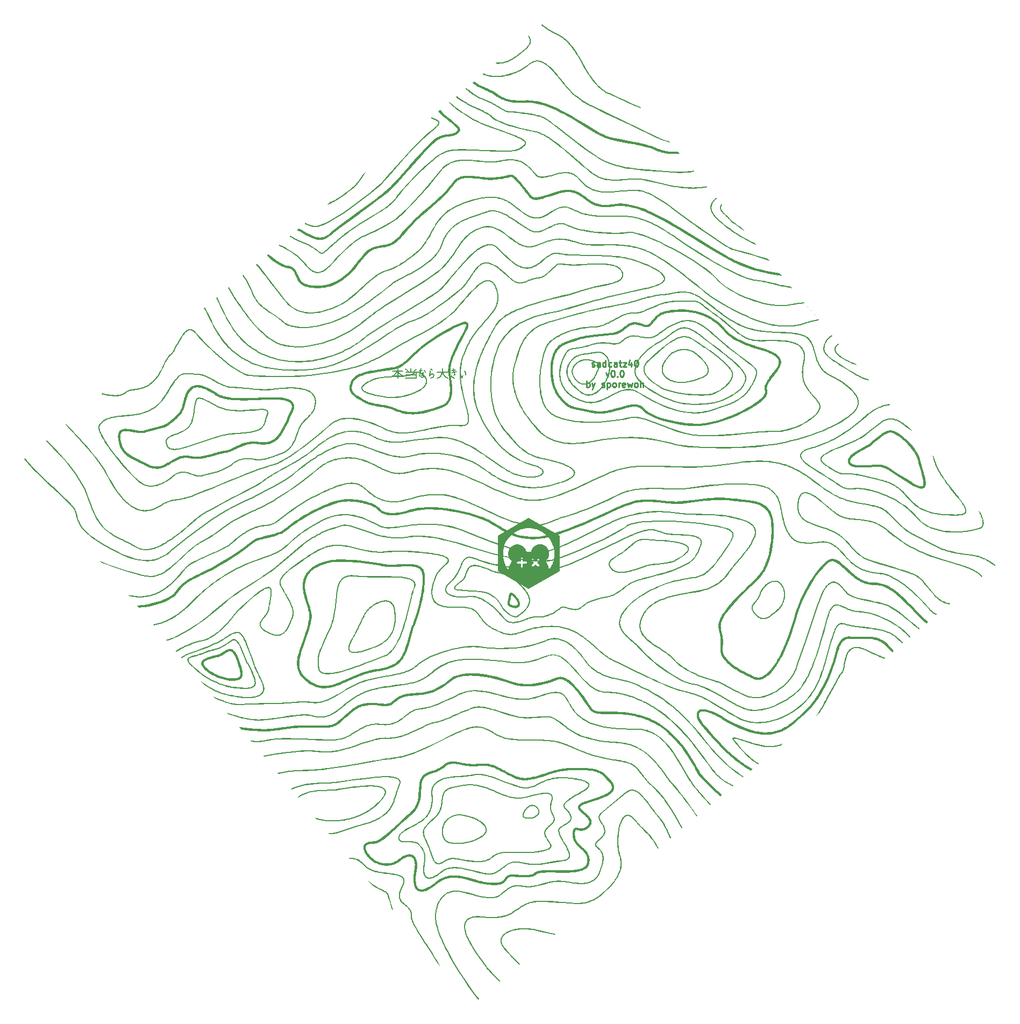
<source format=gbr>
%TF.GenerationSoftware,KiCad,Pcbnew,7.0.8*%
%TF.CreationDate,2023-12-10T13:03:46-06:00*%
%TF.ProjectId,sadcatz40,73616463-6174-47a3-9430-2e6b69636164,rev?*%
%TF.SameCoordinates,Original*%
%TF.FileFunction,Legend,Top*%
%TF.FilePolarity,Positive*%
%FSLAX46Y46*%
G04 Gerber Fmt 4.6, Leading zero omitted, Abs format (unit mm)*
G04 Created by KiCad (PCBNEW 7.0.8) date 2023-12-10 13:03:46*
%MOMM*%
%LPD*%
G01*
G04 APERTURE LIST*
%ADD10C,0.000000*%
%ADD11C,0.180000*%
%ADD12C,0.250000*%
G04 APERTURE END LIST*
D10*
G36*
X68085558Y-115815348D02*
G01*
X68307391Y-115973197D01*
X68532402Y-116126365D01*
X68760522Y-116274819D01*
X68991678Y-116418504D01*
X69225788Y-116557369D01*
X69462783Y-116691381D01*
X69702585Y-116820485D01*
X70179667Y-117047251D01*
X70335445Y-117122553D01*
X70477807Y-117193711D01*
X70592750Y-117254954D01*
X70635562Y-117280054D01*
X70666274Y-117300498D01*
X70705053Y-117330282D01*
X70741821Y-117361622D01*
X70776778Y-117394826D01*
X70810112Y-117430227D01*
X70842017Y-117468144D01*
X70872680Y-117508900D01*
X70902304Y-117552820D01*
X70931078Y-117600227D01*
X70959190Y-117651445D01*
X70986846Y-117706792D01*
X71014230Y-117766595D01*
X71041535Y-117831177D01*
X71068955Y-117900861D01*
X71096679Y-117975977D01*
X71153842Y-118143760D01*
X71260077Y-118499701D01*
X71431372Y-119092548D01*
X71781341Y-120317826D01*
X71489661Y-119970220D01*
X71187009Y-118910454D01*
X71058083Y-118466822D01*
X70977853Y-118201970D01*
X70951141Y-118121324D01*
X70925251Y-118046616D01*
X70900029Y-117977532D01*
X70875306Y-117913765D01*
X70850910Y-117855006D01*
X70826686Y-117800936D01*
X70802460Y-117751255D01*
X70778072Y-117705639D01*
X70753355Y-117663791D01*
X70728141Y-117625390D01*
X70702271Y-117590130D01*
X70675574Y-117557693D01*
X70647885Y-117527775D01*
X70619038Y-117500070D01*
X70588878Y-117474253D01*
X70557228Y-117450025D01*
X70529814Y-117432265D01*
X70490414Y-117409733D01*
X70382348Y-117353135D01*
X70246451Y-117285845D01*
X70096112Y-117213471D01*
X69805745Y-117075917D01*
X69618491Y-116985338D01*
X69453665Y-116898552D01*
X69290283Y-116809155D01*
X69128374Y-116717165D01*
X68967969Y-116622601D01*
X68809093Y-116525482D01*
X68651790Y-116425825D01*
X68496076Y-116323648D01*
X68341992Y-116218975D01*
X67866982Y-115652878D01*
X68085558Y-115815348D01*
G37*
G36*
X55390667Y-14157008D02*
G01*
X55390660Y-14157006D01*
X55390667Y-14157004D01*
X55390667Y-14157008D01*
G37*
G36*
X102409599Y-33485385D02*
G01*
X102598183Y-33509271D01*
X102788872Y-33546864D01*
X102911799Y-33576439D01*
X103028695Y-33606446D01*
X103139642Y-33636949D01*
X103244715Y-33668024D01*
X103344004Y-33699743D01*
X103437590Y-33732170D01*
X103525543Y-33765384D01*
X103607967Y-33799449D01*
X103684926Y-33834440D01*
X103756515Y-33870429D01*
X103822814Y-33907477D01*
X103883898Y-33945664D01*
X103939859Y-33985064D01*
X103990770Y-34025736D01*
X104036712Y-34067760D01*
X104077783Y-34111201D01*
X104090025Y-34126365D01*
X104114053Y-34156138D01*
X104145605Y-34202627D01*
X104172522Y-34250756D01*
X104194898Y-34300585D01*
X104212796Y-34352191D01*
X104226308Y-34405637D01*
X104235521Y-34460999D01*
X104240504Y-34518348D01*
X104241356Y-34577749D01*
X104238145Y-34639282D01*
X104230969Y-34703014D01*
X104219892Y-34769012D01*
X104205007Y-34837351D01*
X104186395Y-34908106D01*
X104164142Y-34981332D01*
X104138319Y-35057115D01*
X104112358Y-35127105D01*
X104083204Y-35202489D01*
X104049988Y-35284912D01*
X104011826Y-35376015D01*
X103855579Y-35734390D01*
X103798714Y-35859167D01*
X103736980Y-35982418D01*
X103670624Y-36103730D01*
X103599892Y-36222665D01*
X103525030Y-36338812D01*
X103446283Y-36451735D01*
X103363897Y-36561010D01*
X103278113Y-36666214D01*
X103189181Y-36766931D01*
X103097344Y-36862710D01*
X103002852Y-36953154D01*
X102905941Y-37037819D01*
X102806859Y-37116287D01*
X102705851Y-37188133D01*
X102603172Y-37252929D01*
X102499055Y-37310252D01*
X102365578Y-37372100D01*
X102231563Y-37421120D01*
X102097125Y-37457190D01*
X101962402Y-37480175D01*
X101827533Y-37489944D01*
X101760081Y-37489827D01*
X101692639Y-37486363D01*
X101625221Y-37479527D01*
X101557852Y-37469307D01*
X101490542Y-37455681D01*
X101423306Y-37438637D01*
X101289127Y-37394227D01*
X101155452Y-37335950D01*
X101022410Y-37263672D01*
X100890127Y-37177255D01*
X100758742Y-37076575D01*
X100628378Y-36961501D01*
X100499172Y-36831900D01*
X100371252Y-36687640D01*
X100371255Y-36687639D01*
X100249213Y-36530485D01*
X100145242Y-36372184D01*
X100058803Y-36213231D01*
X99989365Y-36054128D01*
X99936404Y-35895366D01*
X99899385Y-35737440D01*
X99877767Y-35580850D01*
X99871293Y-35432204D01*
X100041018Y-35432204D01*
X100043503Y-35502092D01*
X100049499Y-35572338D01*
X100059022Y-35642896D01*
X100072090Y-35713715D01*
X100088727Y-35784761D01*
X100108955Y-35855987D01*
X100132786Y-35927345D01*
X100160253Y-35998802D01*
X100191368Y-36070310D01*
X100226154Y-36141823D01*
X100264632Y-36213295D01*
X100306828Y-36284689D01*
X100352750Y-36355962D01*
X100402427Y-36427061D01*
X100512784Y-36568149D01*
X100570701Y-36635404D01*
X100629568Y-36700197D01*
X100688530Y-36761567D01*
X100747588Y-36819530D01*
X100806734Y-36874121D01*
X100865955Y-36925346D01*
X100925257Y-36973235D01*
X100984624Y-37017805D01*
X101044057Y-37059081D01*
X101103543Y-37097074D01*
X101163085Y-37131812D01*
X101222669Y-37163319D01*
X101282297Y-37191614D01*
X101341949Y-37216718D01*
X101401642Y-37238648D01*
X101461345Y-37257425D01*
X101521068Y-37273073D01*
X101580799Y-37285612D01*
X101640540Y-37295067D01*
X101700281Y-37301453D01*
X101760005Y-37304788D01*
X101819718Y-37305100D01*
X101879410Y-37302413D01*
X101939081Y-37296734D01*
X101998714Y-37288098D01*
X102058316Y-37276516D01*
X102117871Y-37262021D01*
X102177375Y-37244617D01*
X102236831Y-37224337D01*
X102296219Y-37201204D01*
X102355542Y-37175228D01*
X102414792Y-37146442D01*
X102511325Y-37093041D01*
X102606703Y-37032480D01*
X102700695Y-36965158D01*
X102793052Y-36891488D01*
X102883534Y-36811866D01*
X102971894Y-36726699D01*
X103057902Y-36636397D01*
X103141309Y-36541353D01*
X103221871Y-36441983D01*
X103299358Y-36338684D01*
X103373522Y-36231865D01*
X103444114Y-36121921D01*
X103510903Y-36009264D01*
X103573640Y-35894309D01*
X103632093Y-35777445D01*
X103686013Y-35659074D01*
X103840609Y-35304506D01*
X103877879Y-35214944D01*
X103910489Y-35134954D01*
X103939254Y-35062269D01*
X103964994Y-34994624D01*
X104006105Y-34868249D01*
X104035411Y-34751182D01*
X104045382Y-34695934D01*
X104052097Y-34642772D01*
X104055454Y-34591610D01*
X104055343Y-34542364D01*
X104051669Y-34494972D01*
X104044329Y-34449324D01*
X104033211Y-34405365D01*
X104018225Y-34363003D01*
X103999263Y-34322163D01*
X103976218Y-34282759D01*
X103948992Y-34244707D01*
X103917479Y-34207934D01*
X103881584Y-34172362D01*
X103841195Y-34137895D01*
X103796219Y-34104462D01*
X103746540Y-34071990D01*
X103692066Y-34040385D01*
X103632691Y-34009575D01*
X103498826Y-33949999D01*
X103344130Y-33892626D01*
X103167768Y-33836802D01*
X102968937Y-33781891D01*
X102746795Y-33727231D01*
X102588762Y-33696100D01*
X102429621Y-33675892D01*
X102270042Y-33666362D01*
X102110697Y-33667244D01*
X101952256Y-33678294D01*
X101795387Y-33699247D01*
X101640776Y-33729855D01*
X101489083Y-33769853D01*
X101340978Y-33818999D01*
X101197131Y-33877029D01*
X101058231Y-33943689D01*
X100924922Y-34018732D01*
X100797893Y-34101893D01*
X100677819Y-34192917D01*
X100565352Y-34291553D01*
X100461181Y-34397546D01*
X100362757Y-34515232D01*
X100318328Y-34575607D01*
X100277115Y-34636941D01*
X100239140Y-34699197D01*
X100204424Y-34762324D01*
X100172988Y-34826286D01*
X100144849Y-34891037D01*
X100120030Y-34956534D01*
X100098557Y-35022727D01*
X100080439Y-35089578D01*
X100065711Y-35157046D01*
X100054381Y-35225089D01*
X100046473Y-35293659D01*
X100042013Y-35362716D01*
X100041018Y-35432204D01*
X99871293Y-35432204D01*
X99871026Y-35426081D01*
X99878632Y-35273641D01*
X99900045Y-35124008D01*
X99934738Y-34977696D01*
X99982179Y-34835182D01*
X100041842Y-34696977D01*
X100113187Y-34563571D01*
X100195677Y-34435452D01*
X100288793Y-34313121D01*
X100391998Y-34197073D01*
X100504753Y-34087799D01*
X100626539Y-33985801D01*
X100756815Y-33891570D01*
X100895053Y-33805600D01*
X101040713Y-33728386D01*
X101193279Y-33660434D01*
X101352199Y-33602225D01*
X101516957Y-33554252D01*
X101687011Y-33517024D01*
X101861833Y-33491027D01*
X102040898Y-33476757D01*
X102223663Y-33474712D01*
X102409599Y-33485385D01*
G37*
G36*
X78028581Y4534239D02*
G01*
X78231500Y4448991D01*
X78319213Y4410888D01*
X78398616Y4375347D01*
X78470376Y4342041D01*
X78535132Y4310625D01*
X78593540Y4280760D01*
X78646245Y4252128D01*
X78693906Y4224369D01*
X78737171Y4197163D01*
X78776684Y4170171D01*
X78813095Y4143055D01*
X78847061Y4115473D01*
X78879235Y4087105D01*
X78901023Y4066306D01*
X78921219Y4045334D01*
X78939814Y4024169D01*
X78956816Y4002799D01*
X78972229Y3981217D01*
X78986060Y3959413D01*
X78998294Y3937373D01*
X79008958Y3915086D01*
X79018045Y3892538D01*
X79025549Y3869720D01*
X79031479Y3846619D01*
X79035847Y3823233D01*
X79038640Y3799531D01*
X79039868Y3775524D01*
X79039544Y3751190D01*
X79037653Y3726514D01*
X79034203Y3701491D01*
X79029209Y3676107D01*
X79022664Y3650351D01*
X79014569Y3624209D01*
X79004929Y3597679D01*
X78993752Y3570738D01*
X78966777Y3515600D01*
X78933676Y3458696D01*
X78894464Y3399946D01*
X78849166Y3339255D01*
X78797802Y3276527D01*
X78708546Y3175585D01*
X78606099Y3069058D01*
X78482795Y2949906D01*
X78330981Y2811081D01*
X77911178Y2446214D01*
X77285452Y1918065D01*
X76964309Y1642275D01*
X76635666Y1347672D01*
X76298813Y1033824D01*
X75953021Y700295D01*
X75597589Y346660D01*
X75231788Y-27517D01*
X74854918Y-422660D01*
X74466244Y-839199D01*
X74089051Y-1250523D01*
X73697707Y-1684148D01*
X73281936Y-2151871D01*
X72831463Y-2665480D01*
X71128389Y-4606175D01*
X70606638Y-5195315D01*
X70407694Y-5416948D01*
X70242224Y-5598483D01*
X70104369Y-5746308D01*
X69988268Y-5866812D01*
X69888054Y-5966384D01*
X69797876Y-6051421D01*
X69711871Y-6128314D01*
X69624174Y-6203443D01*
X69420272Y-6374010D01*
X68099879Y-7456407D01*
X66743835Y-8516984D01*
X65389242Y-9523639D01*
X64073205Y-10444283D01*
X63441231Y-10862323D01*
X62832817Y-11246821D01*
X62252583Y-11593774D01*
X61705183Y-11899158D01*
X61195246Y-12158975D01*
X60727402Y-12369202D01*
X60306307Y-12525831D01*
X59936588Y-12624859D01*
X59811277Y-12646520D01*
X59684794Y-12660915D01*
X59557136Y-12668123D01*
X59428306Y-12668218D01*
X59298303Y-12661280D01*
X59167129Y-12647384D01*
X59034788Y-12626607D01*
X58901282Y-12599023D01*
X58766604Y-12564716D01*
X58630757Y-12523755D01*
X58493745Y-12476223D01*
X58355571Y-12422207D01*
X58216227Y-12361758D01*
X58075723Y-12294975D01*
X57934062Y-12221923D01*
X57791238Y-12142688D01*
X57943041Y-12015306D01*
X58074553Y-12086187D01*
X58204896Y-12151463D01*
X58334060Y-12211071D01*
X58462031Y-12264947D01*
X58588785Y-12313045D01*
X58714315Y-12355301D01*
X58838600Y-12391657D01*
X58961624Y-12422062D01*
X59083369Y-12446455D01*
X59203825Y-12464777D01*
X59322972Y-12476975D01*
X59440796Y-12482983D01*
X59557272Y-12482756D01*
X59672396Y-12476229D01*
X59786146Y-12463346D01*
X59898503Y-12444050D01*
X60260413Y-12346481D01*
X60674531Y-12191235D01*
X61136116Y-11982375D01*
X61640444Y-11723955D01*
X62758347Y-11074619D01*
X63990345Y-10275665D01*
X65298530Y-9359514D01*
X66645003Y-8358587D01*
X67991868Y-7305323D01*
X69301222Y-6232132D01*
X69673360Y-5913833D01*
X69862480Y-5730073D01*
X70115425Y-5462502D01*
X70998168Y-4473674D01*
X72692318Y-2542876D01*
X73143381Y-2029418D01*
X73559486Y-1560475D01*
X73951471Y-1124911D01*
X74330176Y-711608D01*
X74720915Y-293328D01*
X75099779Y103481D01*
X75467530Y479296D01*
X75824932Y834584D01*
X76172762Y1169823D01*
X76511766Y1485482D01*
X76842731Y1782029D01*
X77166405Y2059947D01*
X77505015Y2344737D01*
X77785233Y2582222D01*
X78014518Y2779246D01*
X78200350Y2942637D01*
X78350181Y3079224D01*
X78471495Y3195846D01*
X78571757Y3299339D01*
X78658434Y3396526D01*
X78699355Y3445964D01*
X78735353Y3492535D01*
X78751523Y3514815D01*
X78766482Y3536446D01*
X78780241Y3557460D01*
X78792800Y3577873D01*
X78804179Y3597724D01*
X78814371Y3617026D01*
X78823389Y3635795D01*
X78831240Y3654065D01*
X78837938Y3671862D01*
X78843477Y3689201D01*
X78847871Y3706116D01*
X78851130Y3722622D01*
X78853255Y3738746D01*
X78854259Y3754509D01*
X78854147Y3769938D01*
X78852920Y3785057D01*
X78850591Y3799885D01*
X78847167Y3814454D01*
X78842658Y3828777D01*
X78837062Y3842887D01*
X78830399Y3856805D01*
X78822663Y3870551D01*
X78813869Y3884153D01*
X78804023Y3897634D01*
X78793133Y3911010D01*
X78781202Y3924320D01*
X78768242Y3937576D01*
X78754254Y3950803D01*
X78725166Y3976381D01*
X78693580Y4001582D01*
X78658842Y4026742D01*
X78620305Y4052186D01*
X78529217Y4105236D01*
X78415112Y4163371D01*
X78272779Y4229215D01*
X78097009Y4305388D01*
X77882602Y4394528D01*
X77624334Y4499258D01*
X77784654Y4633779D01*
X78028581Y4534239D01*
G37*
G36*
X25586231Y-65264645D02*
G01*
X25582707Y-65263315D01*
X25584135Y-65262141D01*
X25586231Y-65264645D01*
G37*
G36*
X86761088Y-21011384D02*
G01*
X86834049Y-21017140D01*
X86905618Y-21027421D01*
X86975793Y-21042243D01*
X87044550Y-21061623D01*
X87111884Y-21085585D01*
X87177777Y-21114145D01*
X87242231Y-21147321D01*
X87305226Y-21185140D01*
X87366750Y-21227611D01*
X87426800Y-21274756D01*
X87485354Y-21326592D01*
X87542411Y-21383143D01*
X87597953Y-21444429D01*
X87651975Y-21510464D01*
X87704456Y-21581270D01*
X87755396Y-21656862D01*
X87804780Y-21737263D01*
X87898832Y-21912560D01*
X87986531Y-22107322D01*
X88067779Y-22321697D01*
X88130465Y-22512855D01*
X88184751Y-22700094D01*
X88230684Y-22883629D01*
X88268313Y-23063658D01*
X88297686Y-23240409D01*
X88318855Y-23414081D01*
X88331868Y-23584880D01*
X88336773Y-23753025D01*
X88333612Y-23918730D01*
X88322452Y-24082198D01*
X88303328Y-24243634D01*
X88276288Y-24403262D01*
X88241390Y-24561283D01*
X88198674Y-24717910D01*
X88148196Y-24873351D01*
X88090001Y-25027822D01*
X88038544Y-25150488D01*
X87983376Y-25271404D01*
X87924012Y-25391407D01*
X87859934Y-25511338D01*
X87790636Y-25632042D01*
X87715600Y-25754346D01*
X87546342Y-26007142D01*
X87348086Y-26276446D01*
X87116786Y-26568965D01*
X86848389Y-26891431D01*
X86538844Y-27250546D01*
X85833983Y-28061708D01*
X85580452Y-28358183D01*
X85372760Y-28606773D01*
X85195857Y-28826140D01*
X85034667Y-29034930D01*
X84874125Y-29251784D01*
X84699165Y-29495359D01*
X84436406Y-29872640D01*
X84186098Y-30257878D01*
X83948417Y-30650749D01*
X83723531Y-31050943D01*
X83511605Y-31458155D01*
X83312817Y-31872068D01*
X83127327Y-32292365D01*
X82955305Y-32718736D01*
X82845746Y-33020282D01*
X82748943Y-33324216D01*
X82664683Y-33630763D01*
X82592767Y-33940165D01*
X82532968Y-34252652D01*
X82485086Y-34568463D01*
X82448909Y-34887826D01*
X82424210Y-35210979D01*
X82410801Y-35538150D01*
X82408457Y-35869577D01*
X82416973Y-36205497D01*
X82436135Y-36546140D01*
X82465727Y-36891734D01*
X82505549Y-37242523D01*
X82555379Y-37598732D01*
X82615015Y-37960603D01*
X82707419Y-38410522D01*
X82840953Y-38986000D01*
X83169823Y-40309903D01*
X83478394Y-41524805D01*
X83586574Y-41964036D01*
X83643473Y-42223203D01*
X83679800Y-42466196D01*
X83692303Y-42580933D01*
X83700945Y-42691180D01*
X83705683Y-42796952D01*
X83706448Y-42898272D01*
X83703188Y-42995152D01*
X83695835Y-43087604D01*
X83684335Y-43175650D01*
X83668638Y-43259307D01*
X83648677Y-43338582D01*
X83624394Y-43413495D01*
X83595739Y-43484070D01*
X83562635Y-43550308D01*
X83525037Y-43612231D01*
X83482888Y-43669860D01*
X83436128Y-43723209D01*
X83384689Y-43772287D01*
X83328525Y-43817120D01*
X83267569Y-43857714D01*
X83201773Y-43894090D01*
X83131067Y-43926267D01*
X83055399Y-43954255D01*
X82974708Y-43978074D01*
X82888933Y-43997731D01*
X82798026Y-44013250D01*
X82701919Y-44024653D01*
X82600556Y-44031939D01*
X82493882Y-44035139D01*
X82381832Y-44034258D01*
X82264349Y-44029319D01*
X82141382Y-44020337D01*
X81904587Y-44002661D01*
X81668631Y-43991288D01*
X81431858Y-43986293D01*
X81192594Y-43987756D01*
X80949171Y-43995747D01*
X80699934Y-44010347D01*
X80177344Y-44059665D01*
X79611513Y-44136323D01*
X78989113Y-44240921D01*
X78296831Y-44374070D01*
X77521344Y-44536373D01*
X77087229Y-44629860D01*
X76507528Y-44753167D01*
X75992490Y-44857971D01*
X75531574Y-44945575D01*
X75114268Y-45017277D01*
X74730036Y-45074366D01*
X74368347Y-45118151D01*
X74018682Y-45149920D01*
X73670509Y-45170977D01*
X73443991Y-45178753D01*
X73221719Y-45180904D01*
X73003573Y-45177357D01*
X72789440Y-45168003D01*
X72579191Y-45152771D01*
X72372714Y-45131561D01*
X72169888Y-45104302D01*
X71970588Y-45070891D01*
X71774699Y-45031247D01*
X71582103Y-44985282D01*
X71392675Y-44932913D01*
X71206306Y-44874041D01*
X71022865Y-44808590D01*
X70842242Y-44736467D01*
X70664313Y-44657583D01*
X70488956Y-44571855D01*
X69825887Y-44246180D01*
X69172635Y-43954614D01*
X68531114Y-43697570D01*
X67903203Y-43475473D01*
X67290819Y-43288732D01*
X66695845Y-43137769D01*
X66120181Y-43022991D01*
X65565729Y-42944821D01*
X65297044Y-42919596D01*
X65034374Y-42903678D01*
X64777959Y-42897118D01*
X64528030Y-42899972D01*
X64284825Y-42912285D01*
X64048578Y-42934120D01*
X63819535Y-42965521D01*
X63597923Y-43006541D01*
X63383991Y-43057233D01*
X63177964Y-43117652D01*
X62980084Y-43187845D01*
X62790589Y-43267868D01*
X62609712Y-43357772D01*
X62437706Y-43457603D01*
X62274787Y-43567424D01*
X62121206Y-43687277D01*
X61345872Y-44345117D01*
X60315908Y-45217028D01*
X59416713Y-45963568D01*
X58587902Y-46632461D01*
X57769110Y-47271425D01*
X57026060Y-47828007D01*
X56322246Y-48331472D01*
X55658635Y-48780062D01*
X55342207Y-48983234D01*
X55036191Y-49172037D01*
X54740714Y-49346245D01*
X54455894Y-49505637D01*
X54181853Y-49650009D01*
X53918703Y-49779133D01*
X53666580Y-49892786D01*
X53425599Y-49990757D01*
X53195876Y-50072827D01*
X52977543Y-50138769D01*
X52536680Y-50264383D01*
X52068324Y-50409120D01*
X51569129Y-50573903D01*
X51035751Y-50759633D01*
X50464841Y-50967226D01*
X49853060Y-51197581D01*
X48493479Y-51730231D01*
X47547802Y-52113041D01*
X46205907Y-52663309D01*
X44590133Y-53322957D01*
X43994126Y-53563008D01*
X43419579Y-53791302D01*
X41418746Y-54593710D01*
X40961837Y-54775148D01*
X40576855Y-54924797D01*
X40243542Y-55050121D01*
X39941650Y-55158602D01*
X39779731Y-55215054D01*
X39617005Y-55269026D01*
X39453489Y-55320514D01*
X39289217Y-55369509D01*
X39124224Y-55415999D01*
X38958526Y-55459974D01*
X38792165Y-55501434D01*
X38625159Y-55540366D01*
X38467783Y-55573475D01*
X38309989Y-55604436D01*
X38151803Y-55633239D01*
X37993253Y-55659883D01*
X37834345Y-55684369D01*
X37675113Y-55706683D01*
X37515580Y-55726831D01*
X37355764Y-55744811D01*
X37220546Y-55761247D01*
X37090864Y-55780762D01*
X36965604Y-55803696D01*
X36843641Y-55830381D01*
X36723854Y-55861167D01*
X36605124Y-55896384D01*
X36486327Y-55936376D01*
X36366342Y-55981480D01*
X36244044Y-56032041D01*
X36118317Y-56088385D01*
X35988034Y-56150863D01*
X35852073Y-56219810D01*
X35558654Y-56378463D01*
X35229065Y-56567066D01*
X35040677Y-56676789D01*
X34864925Y-56776527D01*
X34695365Y-56868569D01*
X34531083Y-56953045D01*
X34371170Y-57030079D01*
X34214726Y-57099797D01*
X34060844Y-57162335D01*
X33908619Y-57217802D01*
X33757136Y-57266335D01*
X33605490Y-57308065D01*
X33452785Y-57343112D01*
X33298102Y-57371602D01*
X33140550Y-57393670D01*
X32979204Y-57409430D01*
X32813171Y-57419017D01*
X32641536Y-57422559D01*
X32463393Y-57420182D01*
X32082260Y-57384034D01*
X31700347Y-57297625D01*
X31317989Y-57162119D01*
X30935527Y-56978682D01*
X30553288Y-56748473D01*
X30171613Y-56472662D01*
X29790823Y-56152416D01*
X29411254Y-55788900D01*
X29033256Y-55383278D01*
X28657135Y-54936711D01*
X28283239Y-54450370D01*
X27911906Y-53925420D01*
X27543463Y-53363025D01*
X27178246Y-52764349D01*
X26816581Y-52130563D01*
X26458811Y-51462822D01*
X26179823Y-50966017D01*
X25839010Y-50429060D01*
X25436243Y-49850479D01*
X24971387Y-49228795D01*
X24444304Y-48562544D01*
X23854876Y-47850244D01*
X23202948Y-47090417D01*
X22488406Y-46281588D01*
X21600691Y-45303236D01*
X20532373Y-44146410D01*
X20146795Y-43730122D01*
X20289107Y-43611538D01*
X20878120Y-44243238D01*
X21463718Y-44878329D01*
X22045755Y-45516656D01*
X22624089Y-46158065D01*
X23343372Y-46970772D01*
X23999448Y-47734524D01*
X24592585Y-48450893D01*
X25123072Y-49121468D01*
X25591186Y-49747818D01*
X25997198Y-50331533D01*
X26177003Y-50607900D01*
X26341390Y-50874195D01*
X26490386Y-51130624D01*
X26624036Y-51377377D01*
X26976222Y-52034494D01*
X27332023Y-52658110D01*
X27691024Y-53247088D01*
X28052835Y-53800298D01*
X28417057Y-54316608D01*
X28783294Y-54794880D01*
X29151149Y-55233990D01*
X29520219Y-55632797D01*
X29890112Y-55990179D01*
X30260431Y-56304993D01*
X30445627Y-56446090D01*
X30630770Y-56576111D01*
X30815829Y-56694929D01*
X31000738Y-56802399D01*
X31185464Y-56898381D01*
X31369938Y-56982729D01*
X31554129Y-57055305D01*
X31737969Y-57115961D01*
X31921425Y-57164563D01*
X32104441Y-57200974D01*
X32286958Y-57225039D01*
X32468938Y-57236622D01*
X32639815Y-57238520D01*
X32804352Y-57234806D01*
X32963441Y-57225340D01*
X33118004Y-57209994D01*
X33268936Y-57188617D01*
X33417152Y-57161083D01*
X33563563Y-57127240D01*
X33709068Y-57086961D01*
X33854580Y-57040104D01*
X34001006Y-56986534D01*
X34149252Y-56926108D01*
X34300227Y-56858689D01*
X34454832Y-56784140D01*
X34613983Y-56702317D01*
X34778588Y-56613090D01*
X34949552Y-56516321D01*
X35136520Y-56407788D01*
X35473523Y-56214226D01*
X35627974Y-56129067D01*
X35774579Y-56051191D01*
X35914475Y-55980267D01*
X36048798Y-55915947D01*
X36178697Y-55857883D01*
X36305305Y-55805735D01*
X36429765Y-55759162D01*
X36553204Y-55717823D01*
X36676776Y-55681368D01*
X36801612Y-55649459D01*
X36928850Y-55621748D01*
X37059637Y-55597894D01*
X37195109Y-55577558D01*
X37336404Y-55560390D01*
X37507760Y-55540428D01*
X37673702Y-55519050D01*
X37834757Y-55496236D01*
X37991432Y-55471936D01*
X38144224Y-55446130D01*
X38293666Y-55418778D01*
X38440250Y-55389854D01*
X38584489Y-55359323D01*
X38748756Y-55320999D01*
X38912390Y-55280192D01*
X39075367Y-55236907D01*
X39237661Y-55191148D01*
X39399232Y-55142928D01*
X39560060Y-55092257D01*
X39720123Y-55039141D01*
X39879388Y-54983583D01*
X40178890Y-54876058D01*
X40510731Y-54751849D01*
X40894661Y-54603040D01*
X41350426Y-54421697D01*
X42374033Y-54008457D01*
X43399964Y-53600991D01*
X44527057Y-53148766D01*
X46135599Y-52490208D01*
X47478154Y-51941807D01*
X48425549Y-51559974D01*
X49130829Y-51280137D01*
X49788776Y-51025088D01*
X50402733Y-50793866D01*
X50976053Y-50585489D01*
X51512087Y-50398998D01*
X52014188Y-50233410D01*
X52485700Y-50087764D01*
X52929986Y-49961090D01*
X53142737Y-49896401D01*
X53367228Y-49815652D01*
X53603319Y-49719083D01*
X53850824Y-49606904D01*
X54379524Y-49336626D01*
X54952066Y-49006605D01*
X55567209Y-48618625D01*
X56223703Y-48174473D01*
X56920293Y-47675934D01*
X57655736Y-47124791D01*
X58473217Y-46486929D01*
X59300315Y-45819477D01*
X60197541Y-45074579D01*
X61225392Y-44204439D01*
X62002150Y-43545410D01*
X62162640Y-43419961D01*
X62332439Y-43304949D01*
X62511314Y-43200322D01*
X62699017Y-43106004D01*
X62895321Y-43021950D01*
X63099981Y-42948098D01*
X63533421Y-42830728D01*
X63997418Y-42753419D01*
X64490076Y-42715678D01*
X65009485Y-42717016D01*
X65553734Y-42756947D01*
X66120916Y-42834974D01*
X66709121Y-42950620D01*
X67316444Y-43103388D01*
X67940975Y-43292794D01*
X68580815Y-43518349D01*
X69234042Y-43779565D01*
X69898752Y-44075943D01*
X70573042Y-44407013D01*
X70742290Y-44489845D01*
X70914180Y-44566058D01*
X71088822Y-44635726D01*
X71266334Y-44698938D01*
X71446833Y-44755782D01*
X71630424Y-44806332D01*
X71817237Y-44850689D01*
X72007371Y-44888925D01*
X72200941Y-44921133D01*
X72398065Y-44947400D01*
X72598859Y-44967793D01*
X72803431Y-44982421D01*
X73011900Y-44991357D01*
X73224374Y-44994685D01*
X73440977Y-44992492D01*
X73661810Y-44984866D01*
X74004831Y-44964722D01*
X74349987Y-44933723D01*
X74707697Y-44890598D01*
X75088381Y-44834099D01*
X75502447Y-44762953D01*
X75960317Y-44675909D01*
X76472416Y-44571699D01*
X77049142Y-44449061D01*
X77108003Y-44435520D01*
X77234120Y-44408391D01*
X77483258Y-44355578D01*
X78264670Y-44191948D01*
X78962757Y-44057687D01*
X79284756Y-44001387D01*
X79590972Y-43952191D01*
X79883086Y-43910042D01*
X80162775Y-43874856D01*
X80431728Y-43846556D01*
X80691617Y-43825062D01*
X80944134Y-43810307D01*
X81190961Y-43802209D01*
X81433774Y-43800690D01*
X81674263Y-43805677D01*
X81914097Y-43817096D01*
X82154974Y-43834863D01*
X82265621Y-43843136D01*
X82371090Y-43848106D01*
X82471449Y-43849725D01*
X82566761Y-43847956D01*
X82657107Y-43842761D01*
X82742539Y-43834092D01*
X82823130Y-43821918D01*
X82898952Y-43806185D01*
X82970060Y-43786859D01*
X83036540Y-43763896D01*
X83098444Y-43737255D01*
X83155845Y-43706894D01*
X83208807Y-43672773D01*
X83257398Y-43634852D01*
X83301693Y-43593080D01*
X83341755Y-43547428D01*
X83377650Y-43497849D01*
X83409442Y-43444299D01*
X83437206Y-43386742D01*
X83461005Y-43325129D01*
X83480908Y-43259423D01*
X83496980Y-43189586D01*
X83509293Y-43115575D01*
X83517903Y-43037339D01*
X83522896Y-42954848D01*
X83524326Y-42868055D01*
X83522264Y-42776920D01*
X83516780Y-42681398D01*
X83507931Y-42581458D01*
X83495797Y-42477047D01*
X83461927Y-42254657D01*
X83405408Y-41999734D01*
X83297358Y-41563346D01*
X82988631Y-40350429D01*
X82659733Y-39024320D01*
X82526467Y-38446469D01*
X82434658Y-37993481D01*
X82373650Y-37625991D01*
X82322679Y-37264028D01*
X82281955Y-36907380D01*
X82251684Y-36555810D01*
X82232094Y-36209089D01*
X82223392Y-35867005D01*
X82225795Y-35529321D01*
X82239517Y-35195816D01*
X82264766Y-34866259D01*
X82301771Y-34540428D01*
X82350728Y-34218098D01*
X82411864Y-33899042D01*
X82485384Y-33583034D01*
X82571509Y-33269852D01*
X82670453Y-32959257D01*
X82782428Y-32651042D01*
X82956503Y-32219548D01*
X83144194Y-31794185D01*
X83345333Y-31375287D01*
X83559752Y-30963159D01*
X83787277Y-30558122D01*
X84027744Y-30160490D01*
X84280978Y-29770575D01*
X84546801Y-29388700D01*
X84887102Y-28923822D01*
X85049779Y-28713316D01*
X85227807Y-28492387D01*
X85436423Y-28242279D01*
X85690876Y-27944216D01*
X86398279Y-27129147D01*
X86703131Y-26775008D01*
X86967147Y-26457599D01*
X87085092Y-26310622D01*
X87194321Y-26170370D01*
X87295343Y-26036018D01*
X87388652Y-25906758D01*
X87474745Y-25781766D01*
X87554126Y-25660220D01*
X87627288Y-25541305D01*
X87694743Y-25424203D01*
X87756973Y-25308092D01*
X87814486Y-25192150D01*
X87867781Y-25075565D01*
X87917359Y-24957514D01*
X87972572Y-24811178D01*
X88020469Y-24663920D01*
X88060987Y-24515524D01*
X88094082Y-24365764D01*
X88119690Y-24214416D01*
X88137768Y-24061258D01*
X88148267Y-23906072D01*
X88151132Y-23748628D01*
X88146309Y-23588714D01*
X88133742Y-23426099D01*
X88113391Y-23260568D01*
X88085195Y-23091899D01*
X88049112Y-22919860D01*
X88005078Y-22744239D01*
X87953043Y-22564806D01*
X87892966Y-22381352D01*
X87856521Y-22280728D01*
X87818883Y-22184783D01*
X87780064Y-22093477D01*
X87740049Y-22006785D01*
X87698828Y-21924674D01*
X87656406Y-21847122D01*
X87612775Y-21774083D01*
X87567931Y-21705541D01*
X87521865Y-21641458D01*
X87474577Y-21581806D01*
X87426062Y-21526555D01*
X87376320Y-21475674D01*
X87325337Y-21429130D01*
X87273113Y-21386901D01*
X87219643Y-21348951D01*
X87164923Y-21315250D01*
X87108948Y-21285766D01*
X87051711Y-21260475D01*
X86993208Y-21239344D01*
X86933441Y-21222336D01*
X86872403Y-21209424D01*
X86810091Y-21200590D01*
X86746487Y-21195788D01*
X86681599Y-21194991D01*
X86615414Y-21198173D01*
X86547938Y-21205305D01*
X86479164Y-21216348D01*
X86409086Y-21231281D01*
X86337691Y-21250070D01*
X86264986Y-21272685D01*
X86190960Y-21299096D01*
X86115611Y-21329275D01*
X85987018Y-21388341D01*
X85855633Y-21457178D01*
X85721300Y-21535813D01*
X85583861Y-21624245D01*
X85443169Y-21722509D01*
X85299068Y-21830629D01*
X85151406Y-21948613D01*
X85000022Y-22076481D01*
X84685491Y-22361960D01*
X84354252Y-22687217D01*
X84005060Y-23052408D01*
X83636698Y-23457686D01*
X83463642Y-23653932D01*
X83284109Y-23860829D01*
X82883200Y-24331717D01*
X82434047Y-24863346D01*
X82088170Y-25271236D01*
X81826747Y-25576238D01*
X81721835Y-25696680D01*
X81630971Y-25799216D01*
X81551817Y-25886468D01*
X81482017Y-25961032D01*
X81419214Y-26025527D01*
X81361069Y-26082547D01*
X81305216Y-26134709D01*
X81249308Y-26184621D01*
X81127919Y-26288124D01*
X80480646Y-26823623D01*
X79895780Y-27285059D01*
X79327379Y-27701291D01*
X78729507Y-28101166D01*
X78056221Y-28513545D01*
X77261588Y-28967291D01*
X76299660Y-29491255D01*
X75124512Y-30114297D01*
X74541802Y-30424526D01*
X73968896Y-30736728D01*
X73395089Y-31056491D01*
X72809650Y-31389407D01*
X70941145Y-32476142D01*
X70409579Y-32781461D01*
X69935518Y-33046457D01*
X69498576Y-33281675D01*
X69078346Y-33497647D01*
X68789582Y-33641199D01*
X68498574Y-33779996D01*
X68205384Y-33914021D01*
X67910078Y-34043241D01*
X67612700Y-34167637D01*
X67313312Y-34287186D01*
X67011987Y-34401847D01*
X66708765Y-34511613D01*
X66239895Y-34668340D01*
X65740923Y-34819249D01*
X65215210Y-34964142D01*
X64666089Y-35102825D01*
X63510983Y-35360703D01*
X62302351Y-35591250D01*
X61066911Y-35792836D01*
X59831409Y-35963817D01*
X58622585Y-36102564D01*
X57467157Y-36207433D01*
X56702905Y-36250021D01*
X55731128Y-36277689D01*
X54616688Y-36290587D01*
X53424462Y-36288891D01*
X52219329Y-36272751D01*
X51066160Y-36242332D01*
X50029828Y-36197791D01*
X49175212Y-36139298D01*
X48808110Y-36070647D01*
X48389579Y-35927552D01*
X47925855Y-35715982D01*
X47423180Y-35441904D01*
X46887793Y-35111280D01*
X46325928Y-34730081D01*
X45743838Y-34304269D01*
X45147748Y-33839820D01*
X44543897Y-33342691D01*
X43938539Y-32818850D01*
X42748219Y-31714915D01*
X42175741Y-31146746D01*
X41626704Y-30575736D01*
X41107346Y-30007850D01*
X40623906Y-29449056D01*
X40578097Y-29395728D01*
X40532638Y-29345322D01*
X40487508Y-29297817D01*
X40442703Y-29253205D01*
X40398198Y-29211467D01*
X40353992Y-29172574D01*
X40310062Y-29136517D01*
X40266403Y-29103278D01*
X40222996Y-29072834D01*
X40179831Y-29045173D01*
X40136894Y-29020263D01*
X40094169Y-28998107D01*
X40051646Y-28978665D01*
X40009312Y-28961937D01*
X39967154Y-28947893D01*
X39925160Y-28936517D01*
X39883315Y-28927799D01*
X39841604Y-28921707D01*
X39800023Y-28918229D01*
X39758542Y-28917353D01*
X39717166Y-28919051D01*
X39675865Y-28923313D01*
X39634642Y-28930116D01*
X39593480Y-28939440D01*
X39552360Y-28951272D01*
X39511264Y-28965590D01*
X39470191Y-28982381D01*
X39429125Y-29001615D01*
X39388052Y-29023285D01*
X39346955Y-29047371D01*
X39305829Y-29073851D01*
X39264652Y-29102713D01*
X39196939Y-29155139D01*
X39129553Y-29213057D01*
X39062256Y-29276706D01*
X38994812Y-29346316D01*
X38926989Y-29422124D01*
X38858548Y-29504373D01*
X38789260Y-29593279D01*
X38718885Y-29689102D01*
X38573954Y-29902395D01*
X38421870Y-30146137D01*
X38260769Y-30422215D01*
X38088770Y-30732504D01*
X37941247Y-31006183D01*
X37723835Y-31410355D01*
X37540053Y-31744520D01*
X37458742Y-31888213D01*
X37383426Y-32017864D01*
X37313281Y-32134598D01*
X37247510Y-32239577D01*
X37185301Y-32333939D01*
X37125846Y-32418848D01*
X37068342Y-32495436D01*
X37011977Y-32564861D01*
X36955950Y-32628264D01*
X36899446Y-32686800D01*
X36841661Y-32741616D01*
X36781793Y-32793857D01*
X36724250Y-32844440D01*
X36668332Y-32896731D01*
X36614083Y-32950688D01*
X36561530Y-33006279D01*
X36510713Y-33063471D01*
X36461667Y-33122198D01*
X36414430Y-33182439D01*
X36369039Y-33244163D01*
X36316763Y-33317981D01*
X36265084Y-33395120D01*
X36213759Y-33475988D01*
X36162531Y-33560990D01*
X36111159Y-33650544D01*
X36059377Y-33745052D01*
X36006944Y-33844928D01*
X35953603Y-33950576D01*
X35760885Y-34349352D01*
X35661536Y-34561664D01*
X35560854Y-34773350D01*
X35363424Y-35174754D01*
X35265390Y-35362121D01*
X35167063Y-35541348D01*
X35067890Y-35712998D01*
X34967316Y-35877633D01*
X34864778Y-36035818D01*
X34759722Y-36188121D01*
X34651585Y-36335099D01*
X34539817Y-36477320D01*
X34423850Y-36615345D01*
X34303134Y-36749739D01*
X34177111Y-36881061D01*
X34045218Y-37009886D01*
X33906908Y-37136767D01*
X33761610Y-37262268D01*
X33613278Y-37383090D01*
X33467414Y-37494511D01*
X33323402Y-37596953D01*
X33180623Y-37690844D01*
X33038471Y-37776618D01*
X32896333Y-37854707D01*
X32753597Y-37925533D01*
X32609638Y-37989532D01*
X32463857Y-38047131D01*
X32315631Y-38098764D01*
X32164353Y-38144852D01*
X32009409Y-38185831D01*
X31850180Y-38222134D01*
X31686058Y-38254181D01*
X31516429Y-38282406D01*
X31340675Y-38307246D01*
X30761124Y-38380113D01*
X30663224Y-38394908D01*
X30569510Y-38411037D01*
X30479719Y-38428675D01*
X30393561Y-38447972D01*
X30310792Y-38469079D01*
X30231125Y-38492158D01*
X30154298Y-38517357D01*
X30080038Y-38544832D01*
X30008071Y-38574749D01*
X29938140Y-38607252D01*
X29869963Y-38642506D01*
X29803274Y-38680657D01*
X29737811Y-38721865D01*
X29673292Y-38766284D01*
X29609455Y-38814073D01*
X29546027Y-38865384D01*
X29498166Y-38902867D01*
X29449189Y-38938692D01*
X29399153Y-38972848D01*
X29348094Y-39005314D01*
X29296056Y-39036058D01*
X29243089Y-39065070D01*
X29189232Y-39092338D01*
X29134537Y-39117828D01*
X29079033Y-39141528D01*
X29022782Y-39163413D01*
X28965808Y-39183472D01*
X28908175Y-39201679D01*
X28849916Y-39218009D01*
X28791079Y-39232461D01*
X28731706Y-39244993D01*
X28671843Y-39255597D01*
X28555402Y-39274750D01*
X28434884Y-39289659D01*
X28309971Y-39300346D01*
X28180334Y-39306837D01*
X28045655Y-39309164D01*
X27905610Y-39307340D01*
X27759881Y-39301401D01*
X27608144Y-39291371D01*
X27450073Y-39277270D01*
X27285352Y-39259131D01*
X27113654Y-39236983D01*
X26934662Y-39210838D01*
X26553507Y-39146690D01*
X26139299Y-39066892D01*
X26073562Y-39053788D01*
X25993383Y-39036712D01*
X25899725Y-39015989D01*
X25793532Y-38991947D01*
X25970882Y-38843133D01*
X26176152Y-38886068D01*
X26383257Y-38927060D01*
X26581899Y-38964213D01*
X26772372Y-38997518D01*
X26954964Y-39026941D01*
X27129972Y-39052483D01*
X27297687Y-39074108D01*
X27458399Y-39091804D01*
X27612403Y-39105558D01*
X27759990Y-39115338D01*
X27901456Y-39121141D01*
X28037090Y-39122938D01*
X28167182Y-39120717D01*
X28292025Y-39114448D01*
X28411925Y-39104124D01*
X28527155Y-39089720D01*
X28638020Y-39071219D01*
X28697427Y-39059561D01*
X28755427Y-39046601D01*
X28812023Y-39032325D01*
X28867237Y-39016733D01*
X28921084Y-38999808D01*
X28973569Y-38981543D01*
X29024715Y-38961935D01*
X29074531Y-38940976D01*
X29123033Y-38918649D01*
X29170237Y-38894947D01*
X29216153Y-38869876D01*
X29260805Y-38843410D01*
X29304199Y-38815554D01*
X29346350Y-38786290D01*
X29387271Y-38755611D01*
X29426980Y-38723506D01*
X29496244Y-38667468D01*
X29565893Y-38615301D01*
X29636197Y-38566837D01*
X29707438Y-38521908D01*
X29779887Y-38480347D01*
X29853808Y-38441979D01*
X29929501Y-38406630D01*
X30007220Y-38374134D01*
X30087242Y-38344323D01*
X30169851Y-38317026D01*
X30255318Y-38292066D01*
X30343918Y-38269277D01*
X30435924Y-38248492D01*
X30531610Y-38229529D01*
X30631252Y-38212234D01*
X30735129Y-38196421D01*
X30870518Y-38178052D01*
X31054734Y-38155203D01*
X31317289Y-38123784D01*
X31487038Y-38099961D01*
X31650654Y-38072890D01*
X31808763Y-38042148D01*
X31961973Y-38007330D01*
X32110891Y-37968013D01*
X32256148Y-37923785D01*
X32398359Y-37874234D01*
X32538128Y-37818951D01*
X32676082Y-37757511D01*
X32812830Y-37689504D01*
X32948993Y-37614516D01*
X33085189Y-37532139D01*
X33222025Y-37441946D01*
X33360125Y-37343534D01*
X33500095Y-37236489D01*
X33642560Y-37120393D01*
X33783693Y-36998496D01*
X33918014Y-36875296D01*
X34046087Y-36750221D01*
X34168468Y-36622707D01*
X34285718Y-36492169D01*
X34398381Y-36358052D01*
X34507024Y-36219771D01*
X34612201Y-36076785D01*
X34714464Y-35928496D01*
X34814374Y-35774344D01*
X34912486Y-35613770D01*
X35009359Y-35446187D01*
X35105542Y-35271035D01*
X35201598Y-35087746D01*
X35395548Y-34694465D01*
X35494440Y-34480902D01*
X35565336Y-34326497D01*
X35637796Y-34172806D01*
X35711797Y-34019851D01*
X35787332Y-33867664D01*
X35843243Y-33758843D01*
X35897970Y-33655830D01*
X35951857Y-33558166D01*
X36005258Y-33465394D01*
X36058518Y-33377045D01*
X36111987Y-33292657D01*
X36166008Y-33211769D01*
X36220936Y-33133913D01*
X36271912Y-33065533D01*
X36323984Y-32999473D01*
X36377207Y-32935726D01*
X36431640Y-32874304D01*
X36487349Y-32815216D01*
X36544394Y-32758462D01*
X36602842Y-32704050D01*
X36662746Y-32651979D01*
X36717622Y-32603932D01*
X36771005Y-32552836D01*
X36823642Y-32497622D01*
X36876285Y-32437212D01*
X36929666Y-32370544D01*
X36984526Y-32296552D01*
X37101666Y-32122297D01*
X37233649Y-31905897D01*
X37386409Y-31638799D01*
X37565897Y-31312446D01*
X37778044Y-30918286D01*
X37925561Y-30644607D01*
X38103031Y-30324629D01*
X38269156Y-30039988D01*
X38348672Y-29910241D01*
X38426213Y-29788509D01*
X38502057Y-29674529D01*
X38576489Y-29568017D01*
X38649804Y-29468717D01*
X38722281Y-29376348D01*
X38794202Y-29290635D01*
X38865857Y-29211315D01*
X38937535Y-29138114D01*
X39009511Y-29070751D01*
X39082085Y-29008975D01*
X39155533Y-28952493D01*
X39254093Y-28886924D01*
X39352924Y-28832781D01*
X39402445Y-28810028D01*
X39452029Y-28790168D01*
X39501683Y-28773215D01*
X39551409Y-28759183D01*
X39601203Y-28748084D01*
X39651064Y-28739923D01*
X39700996Y-28734720D01*
X39751000Y-28732484D01*
X39801066Y-28733230D01*
X39851208Y-28736970D01*
X39901415Y-28743709D01*
X39951696Y-28753471D01*
X40002047Y-28766262D01*
X40052468Y-28782093D01*
X40102963Y-28800978D01*
X40153522Y-28822931D01*
X40204154Y-28847961D01*
X40254853Y-28876085D01*
X40305625Y-28907309D01*
X40356474Y-28941646D01*
X40458371Y-29019725D01*
X40560555Y-29110410D01*
X40663032Y-29213804D01*
X40765788Y-29330000D01*
X41243308Y-29881796D01*
X41756908Y-30443050D01*
X42300247Y-31007795D01*
X42867011Y-31570092D01*
X43450859Y-32123961D01*
X44045467Y-32663463D01*
X44644514Y-33182621D01*
X45241658Y-33675484D01*
X45830586Y-34136089D01*
X46404953Y-34558488D01*
X46958447Y-34936708D01*
X47484730Y-35264791D01*
X47977469Y-35536788D01*
X48430348Y-35746736D01*
X48837035Y-35888671D01*
X49021074Y-35932276D01*
X49191197Y-35956642D01*
X50041504Y-36014327D01*
X51073644Y-36058192D01*
X52222732Y-36088067D01*
X53423895Y-36103793D01*
X54612261Y-36105219D01*
X55722951Y-36092175D01*
X56691097Y-36064502D01*
X57451821Y-36022039D01*
X58601557Y-35917723D01*
X59805084Y-35779721D01*
X61035444Y-35609673D01*
X62265683Y-35409245D01*
X63468861Y-35180072D01*
X64618031Y-34923808D01*
X65163941Y-34786027D01*
X65686232Y-34642091D01*
X66181552Y-34492201D01*
X66646520Y-34336571D01*
X66953351Y-34225286D01*
X67253982Y-34110897D01*
X67549628Y-33992929D01*
X67841498Y-33870904D01*
X68130811Y-33744342D01*
X68418774Y-33612761D01*
X68706597Y-33475685D01*
X68995505Y-33332631D01*
X69412336Y-33118109D01*
X69847021Y-32884074D01*
X70319577Y-32620075D01*
X70850021Y-32315659D01*
X72717328Y-31227508D01*
X73304021Y-30893921D01*
X73879305Y-30573754D01*
X74453676Y-30261152D01*
X75037639Y-29950243D01*
X76208680Y-29329751D01*
X77166591Y-28808282D01*
X77957278Y-28357035D01*
X78304251Y-28148748D01*
X78626634Y-27947217D01*
X78930166Y-27748843D01*
X79220573Y-27550026D01*
X79503605Y-27347170D01*
X79784988Y-27136662D01*
X80365793Y-26678336D01*
X81008875Y-26146231D01*
X81126273Y-26045997D01*
X81235335Y-25946009D01*
X81354409Y-25825952D01*
X81501850Y-25665488D01*
X81955264Y-25142000D01*
X82742417Y-24212908D01*
X82952759Y-23964972D01*
X83145287Y-23740382D01*
X83325459Y-23532945D01*
X83498755Y-23336490D01*
X83873643Y-22923374D01*
X84053773Y-22732174D01*
X84229293Y-22551155D01*
X84400383Y-22380291D01*
X84567223Y-22219543D01*
X84730008Y-22068864D01*
X84888933Y-21928225D01*
X85044176Y-21797582D01*
X85195922Y-21676908D01*
X85344375Y-21566151D01*
X85489712Y-21465289D01*
X85632113Y-21374276D01*
X85771786Y-21293072D01*
X85908910Y-21221648D01*
X86043668Y-21159955D01*
X86212343Y-21096124D01*
X86294724Y-21070758D01*
X86375804Y-21049775D01*
X86455551Y-21033202D01*
X86533971Y-21021060D01*
X86611037Y-21013366D01*
X86686747Y-21010133D01*
X86761088Y-21011384D01*
G37*
G36*
X80994606Y6730553D02*
G01*
X81292411Y6470960D01*
X81555496Y6248291D01*
X81796754Y6052248D01*
X82029079Y5872518D01*
X82265382Y5698783D01*
X82518563Y5520737D01*
X82801526Y5328070D01*
X83304372Y5002628D01*
X83830890Y4687984D01*
X84382946Y4383890D01*
X84962421Y4090104D01*
X85571183Y3806399D01*
X86211108Y3532515D01*
X86884071Y3268217D01*
X87591944Y3013271D01*
X88593156Y2662711D01*
X89464485Y2347178D01*
X90213082Y2063704D01*
X90543605Y1933062D01*
X90846127Y1809315D01*
X91121559Y1692103D01*
X91370790Y1581054D01*
X91594714Y1475790D01*
X91794227Y1375937D01*
X91970224Y1281138D01*
X92123603Y1191012D01*
X92255258Y1105190D01*
X92366085Y1023301D01*
X92391109Y1002853D01*
X92415033Y982459D01*
X92437867Y962114D01*
X92459602Y941819D01*
X92480256Y921576D01*
X92499814Y901370D01*
X92518287Y881207D01*
X92535676Y861076D01*
X92551973Y840991D01*
X92567190Y820933D01*
X92581328Y800911D01*
X92594385Y780910D01*
X92606359Y760929D01*
X92617254Y740976D01*
X92627076Y721035D01*
X92635822Y701117D01*
X92643497Y681209D01*
X92650101Y661311D01*
X92655631Y641418D01*
X92660099Y621535D01*
X92663488Y601654D01*
X92665813Y581767D01*
X92667076Y561878D01*
X92667280Y541981D01*
X92666419Y522078D01*
X92664494Y502166D01*
X92661513Y482241D01*
X92657474Y462291D01*
X92652377Y442321D01*
X92646229Y422330D01*
X92639027Y402315D01*
X92630770Y382272D01*
X92602481Y326113D01*
X92585656Y298539D01*
X92566340Y270594D01*
X92544019Y241752D01*
X92518150Y211480D01*
X92453698Y144535D01*
X92368775Y65508D01*
X92259183Y-29829D01*
X92120706Y-145719D01*
X91949142Y-286396D01*
X91864296Y-351459D01*
X91770459Y-411884D01*
X91667624Y-467775D01*
X91555829Y-519223D01*
X91435074Y-566330D01*
X91305379Y-609195D01*
X91166756Y-647909D01*
X91019218Y-682573D01*
X90862783Y-713292D01*
X90697468Y-740147D01*
X90523282Y-763251D01*
X90340244Y-782693D01*
X90148371Y-798577D01*
X89947661Y-810993D01*
X89738147Y-820047D01*
X89519833Y-825823D01*
X89242348Y-828354D01*
X88964849Y-827250D01*
X88687382Y-822525D01*
X88410013Y-814182D01*
X87373100Y-769142D01*
X86668636Y-741319D01*
X86387843Y-732626D01*
X86199611Y-729907D01*
X85986428Y-725948D01*
X85662792Y-714449D01*
X84833977Y-678135D01*
X83498725Y-617182D01*
X83301225Y-610756D01*
X83103692Y-606201D01*
X82906139Y-603526D01*
X82708577Y-602723D01*
X82511014Y-603797D01*
X82313462Y-606746D01*
X82115938Y-611573D01*
X81918454Y-618276D01*
X81608405Y-635623D01*
X81314764Y-659681D01*
X81174124Y-674310D01*
X81037614Y-690700D01*
X80905249Y-708895D01*
X80777046Y-728922D01*
X80653004Y-750801D01*
X80533140Y-774569D01*
X80417461Y-800261D01*
X80305986Y-827903D01*
X80198722Y-857514D01*
X80095674Y-889142D01*
X79996861Y-922805D01*
X79902286Y-958534D01*
X79585689Y-1107762D01*
X79221494Y-1321967D01*
X78815733Y-1595360D01*
X78374424Y-1922141D01*
X77903581Y-2296522D01*
X77409228Y-2712714D01*
X76374078Y-3647359D01*
X75317128Y-4679740D01*
X74286531Y-5763526D01*
X73330463Y-6852385D01*
X72895426Y-7384238D01*
X72497070Y-7899983D01*
X72383106Y-8048611D01*
X72265699Y-8194422D01*
X72144888Y-8337369D01*
X72020747Y-8477386D01*
X71893311Y-8614424D01*
X71762645Y-8748416D01*
X71628794Y-8879298D01*
X71491818Y-9007019D01*
X71212830Y-9258670D01*
X70959164Y-9474711D01*
X70692712Y-9680908D01*
X70375364Y-9903038D01*
X69969017Y-10166866D01*
X69435577Y-10498156D01*
X67834982Y-11466209D01*
X67193684Y-11856943D01*
X66591391Y-12235513D01*
X66020144Y-12608325D01*
X65471961Y-12981789D01*
X64938875Y-13362300D01*
X64412915Y-13756269D01*
X63886109Y-14170102D01*
X63350494Y-14610201D01*
X62694295Y-15171771D01*
X61976997Y-15797757D01*
X61421975Y-16287579D01*
X61252592Y-16440659D01*
X61171021Y-16509648D01*
X61094933Y-16572261D01*
X61023936Y-16628675D01*
X60957597Y-16679048D01*
X60895520Y-16723562D01*
X60837286Y-16762371D01*
X60809482Y-16779689D01*
X60782488Y-16795655D01*
X60756246Y-16810267D01*
X60730714Y-16823567D01*
X60705829Y-16835570D01*
X60681545Y-16846292D01*
X60657812Y-16855756D01*
X60634580Y-16863988D01*
X60611794Y-16871008D01*
X60589405Y-16876830D01*
X60567360Y-16881480D01*
X60545607Y-16884981D01*
X60524093Y-16887347D01*
X60502773Y-16888606D01*
X60481590Y-16888775D01*
X60460489Y-16887877D01*
X60439430Y-16885936D01*
X60418352Y-16882964D01*
X60397209Y-16878992D01*
X60375946Y-16874039D01*
X60351647Y-16865636D01*
X60327605Y-16856616D01*
X60303836Y-16846978D01*
X60280344Y-16836724D01*
X60257146Y-16825865D01*
X60234253Y-16814412D01*
X60211671Y-16802368D01*
X60189418Y-16789734D01*
X60167501Y-16776527D01*
X60145938Y-16762747D01*
X60124734Y-16748400D01*
X60103906Y-16733497D01*
X60083456Y-16718047D01*
X60063401Y-16702046D01*
X60043759Y-16685512D01*
X60024528Y-16668443D01*
X59812184Y-16496055D01*
X59541141Y-16288293D01*
X59332795Y-16140230D01*
X59112152Y-15995441D01*
X58877341Y-15853408D01*
X58626485Y-15713644D01*
X58357730Y-15575644D01*
X58069207Y-15438900D01*
X57759058Y-15302916D01*
X57425402Y-15167188D01*
X57161782Y-15060386D01*
X56900630Y-14947936D01*
X56642046Y-14829879D01*
X56386107Y-14706251D01*
X56132911Y-14577112D01*
X55882544Y-14442493D01*
X55635101Y-14302446D01*
X55390667Y-14157004D01*
X55541061Y-14030817D01*
X55778371Y-14170461D01*
X56017389Y-14304501D01*
X56258219Y-14432999D01*
X56500959Y-14556016D01*
X56745717Y-14673601D01*
X56992598Y-14785805D01*
X57241688Y-14892694D01*
X57493114Y-14994321D01*
X57832451Y-15132629D01*
X58148245Y-15271385D01*
X58442332Y-15411001D01*
X58716553Y-15551942D01*
X58972749Y-15694627D01*
X59212765Y-15839503D01*
X59438439Y-15987010D01*
X59651612Y-16137579D01*
X59928608Y-16352434D01*
X60138570Y-16521982D01*
X60162856Y-16541230D01*
X60185997Y-16559148D01*
X60208052Y-16575784D01*
X60229081Y-16591172D01*
X60249143Y-16605370D01*
X60268301Y-16618395D01*
X60286613Y-16630313D01*
X60304138Y-16641150D01*
X60320939Y-16650951D01*
X60337074Y-16659761D01*
X60352603Y-16667619D01*
X60367580Y-16674572D01*
X60382078Y-16680657D01*
X60396144Y-16685915D01*
X60409848Y-16690393D01*
X60423245Y-16694128D01*
X60450475Y-16699908D01*
X60478448Y-16702542D01*
X60507486Y-16701830D01*
X60537930Y-16697594D01*
X60570098Y-16689617D01*
X60604325Y-16677713D01*
X60640936Y-16661688D01*
X60680271Y-16641350D01*
X60722641Y-16616505D01*
X60768390Y-16586957D01*
X60817839Y-16552509D01*
X60871316Y-16512967D01*
X60991685Y-16417822D01*
X61132129Y-16299975D01*
X61856264Y-15658200D01*
X62574791Y-15030616D01*
X63232860Y-14467139D01*
X63770730Y-14025153D01*
X64300003Y-13609287D01*
X64828592Y-13213201D01*
X65364407Y-12830569D01*
X65915386Y-12455053D01*
X66489433Y-12080325D01*
X67094465Y-11700049D01*
X67738405Y-11307893D01*
X68635257Y-10767855D01*
X69329913Y-10346070D01*
X69860145Y-10017039D01*
X70075410Y-9879330D01*
X70263733Y-9755237D01*
X70429840Y-9641574D01*
X70578455Y-9535143D01*
X70714284Y-9432759D01*
X70842064Y-9331235D01*
X70966515Y-9227375D01*
X71092357Y-9117999D01*
X71367090Y-8869913D01*
X71502256Y-8743798D01*
X71633566Y-8615452D01*
X71761169Y-8484716D01*
X71885222Y-8351434D01*
X72005875Y-8215453D01*
X72123284Y-8076611D01*
X72237594Y-7934764D01*
X72348965Y-7789745D01*
X72750545Y-7269166D01*
X73188996Y-6732616D01*
X73658317Y-6185886D01*
X74152492Y-5634760D01*
X74665525Y-5085030D01*
X75191393Y-4542488D01*
X75724100Y-4012910D01*
X76257625Y-3502098D01*
X76785977Y-3015834D01*
X77303129Y-2559910D01*
X77803088Y-2140113D01*
X78279834Y-1762237D01*
X78727371Y-1432058D01*
X79139677Y-1155379D01*
X79510751Y-937983D01*
X79834588Y-785658D01*
X79933212Y-748369D01*
X80036010Y-713265D01*
X80142977Y-680306D01*
X80254100Y-649462D01*
X80369379Y-620704D01*
X80488810Y-593990D01*
X80612380Y-569294D01*
X80740086Y-546572D01*
X81007873Y-506952D01*
X81292113Y-474849D01*
X81592759Y-450009D01*
X81909755Y-432159D01*
X82090982Y-425203D01*
X82276607Y-420272D01*
X82467027Y-417342D01*
X82662613Y-416349D01*
X82863764Y-417269D01*
X83070870Y-420046D01*
X83504497Y-431014D01*
X84839371Y-492582D01*
X85665202Y-528723D01*
X85987162Y-540271D01*
X86198747Y-544473D01*
X86388920Y-547361D01*
X86671561Y-556217D01*
X87379078Y-584305D01*
X88416975Y-629427D01*
X88713896Y-637617D01*
X88994622Y-642173D01*
X89261373Y-643037D01*
X89516378Y-640159D01*
X89726760Y-634452D01*
X89928908Y-625455D01*
X90123020Y-612897D01*
X90309276Y-596491D01*
X90487879Y-575977D01*
X90659011Y-551079D01*
X90822864Y-521513D01*
X90979639Y-487016D01*
X91129519Y-447309D01*
X91272694Y-402115D01*
X91409364Y-351166D01*
X91539712Y-294188D01*
X91663940Y-230901D01*
X91782227Y-161035D01*
X91894769Y-84316D01*
X92001762Y-470D01*
X92107895Y85251D01*
X92154231Y123451D01*
X92196383Y158869D01*
X92234584Y191751D01*
X92269072Y222342D01*
X92300070Y250892D01*
X92327800Y277647D01*
X92352500Y302841D01*
X92374401Y326730D01*
X92393724Y349561D01*
X92410703Y371574D01*
X92425574Y393015D01*
X92438557Y414138D01*
X92449880Y435181D01*
X92459786Y456388D01*
X92468973Y480103D01*
X92475582Y503833D01*
X92479523Y527647D01*
X92480709Y551615D01*
X92479057Y575805D01*
X92474479Y600290D01*
X92466898Y625150D01*
X92456218Y650445D01*
X92442371Y676245D01*
X92425262Y702627D01*
X92404809Y729661D01*
X92380930Y757417D01*
X92353538Y785960D01*
X92322548Y815365D01*
X92287870Y845716D01*
X92249438Y877066D01*
X92143068Y955772D01*
X92015548Y1038746D01*
X91693660Y1218872D01*
X91276958Y1420136D01*
X90758654Y1645247D01*
X90131935Y1896917D01*
X89389996Y2177846D01*
X88526037Y2490737D01*
X87533257Y2838303D01*
X86819562Y3094925D01*
X86140723Y3361219D01*
X85494921Y3637379D01*
X84880315Y3923594D01*
X84295076Y4220063D01*
X83737371Y4526971D01*
X83205367Y4844504D01*
X82697238Y5172864D01*
X82409949Y5368773D01*
X82152860Y5549967D01*
X81912787Y5726957D01*
X81676527Y5910273D01*
X81430900Y6110429D01*
X81162707Y6337943D01*
X80858760Y6603345D01*
X80505868Y6917154D01*
X80649166Y7037392D01*
X80994606Y6730553D01*
G37*
G36*
X41310293Y-39520554D02*
G01*
X41407842Y-39533352D01*
X41513787Y-39555067D01*
X41628835Y-39585973D01*
X41753684Y-39626345D01*
X41889046Y-39676456D01*
X42035627Y-39736583D01*
X42365239Y-39887959D01*
X42748150Y-40082672D01*
X43189999Y-40322903D01*
X43696414Y-40610839D01*
X43918614Y-40732789D01*
X44145630Y-40844882D01*
X44377626Y-40947332D01*
X44614770Y-41040343D01*
X44857240Y-41124124D01*
X45105199Y-41198898D01*
X45358814Y-41264869D01*
X45618266Y-41322245D01*
X45883718Y-41371246D01*
X46155347Y-41412077D01*
X46433313Y-41444954D01*
X46717791Y-41470079D01*
X47008950Y-41487676D01*
X47306969Y-41497947D01*
X47612009Y-41501112D01*
X47924242Y-41497369D01*
X48239567Y-41484179D01*
X48649969Y-41458960D01*
X49607039Y-41389395D01*
X50497559Y-41322637D01*
X50824766Y-41300922D01*
X51023625Y-41292638D01*
X51105010Y-41293158D01*
X51183211Y-41295270D01*
X51258230Y-41298990D01*
X51330058Y-41304348D01*
X51398688Y-41311373D01*
X51464109Y-41320093D01*
X51526319Y-41330534D01*
X51585317Y-41342726D01*
X51641084Y-41356698D01*
X51693622Y-41372473D01*
X51742919Y-41390090D01*
X51788973Y-41409558D01*
X51831771Y-41430922D01*
X51871312Y-41454203D01*
X51907587Y-41479429D01*
X51940591Y-41506627D01*
X51970312Y-41535826D01*
X51981558Y-41549108D01*
X51996752Y-41567055D01*
X52019899Y-41600340D01*
X52039739Y-41635711D01*
X52056278Y-41673192D01*
X52069506Y-41712812D01*
X52079409Y-41754601D01*
X52085986Y-41798585D01*
X52089229Y-41844797D01*
X52089144Y-41893249D01*
X52085698Y-41943996D01*
X52078903Y-41997037D01*
X52068746Y-42052416D01*
X52055224Y-42110159D01*
X52038321Y-42170290D01*
X52018045Y-42232840D01*
X51978987Y-42348755D01*
X51940784Y-42464935D01*
X51903423Y-42581388D01*
X51866916Y-42698130D01*
X51736963Y-43116640D01*
X51708793Y-43208069D01*
X51678721Y-43298857D01*
X51646764Y-43388976D01*
X51612930Y-43478396D01*
X51577236Y-43567094D01*
X51539690Y-43655029D01*
X51500299Y-43742180D01*
X51459081Y-43828515D01*
X51360587Y-44000668D01*
X51247816Y-44158993D01*
X51118583Y-44304122D01*
X50970698Y-44436689D01*
X50801964Y-44557327D01*
X50610186Y-44666666D01*
X50393179Y-44765342D01*
X50148743Y-44853985D01*
X49874684Y-44933223D01*
X49568823Y-45003700D01*
X49228949Y-45066030D01*
X48852880Y-45120869D01*
X48438414Y-45168827D01*
X47983376Y-45210550D01*
X47485551Y-45246662D01*
X46942762Y-45277809D01*
X46508643Y-45309838D01*
X46063681Y-45361712D01*
X45605934Y-45433318D01*
X45133448Y-45524579D01*
X44644276Y-45635393D01*
X44136475Y-45765664D01*
X43608092Y-45915298D01*
X43057177Y-46084210D01*
X39299364Y-47368488D01*
X38951786Y-47473194D01*
X38625455Y-47562851D01*
X38319936Y-47637107D01*
X38034797Y-47695579D01*
X37899738Y-47718786D01*
X37769610Y-47737914D01*
X37644353Y-47752909D01*
X37523923Y-47763737D01*
X37408268Y-47770349D01*
X37297317Y-47772700D01*
X37191033Y-47770734D01*
X37089354Y-47764411D01*
X36992230Y-47753697D01*
X36899601Y-47738534D01*
X36811418Y-47718872D01*
X36727625Y-47694680D01*
X36648166Y-47665903D01*
X36572988Y-47632496D01*
X36502035Y-47594415D01*
X36435256Y-47551608D01*
X36372593Y-47504046D01*
X36314000Y-47451669D01*
X36259408Y-47394426D01*
X36208777Y-47332290D01*
X36162047Y-47265199D01*
X36119159Y-47193118D01*
X36080068Y-47115996D01*
X36044719Y-47033782D01*
X36006462Y-46930241D01*
X35975248Y-46830463D01*
X35951053Y-46734347D01*
X35933830Y-46641820D01*
X35927821Y-46596865D01*
X35923539Y-46552776D01*
X35920987Y-46509527D01*
X35920466Y-46483094D01*
X36103785Y-46483094D01*
X36107830Y-46554857D01*
X36117698Y-46629988D01*
X36133429Y-46708647D01*
X36155068Y-46790976D01*
X36182638Y-46877139D01*
X36216186Y-46967278D01*
X36246510Y-47037236D01*
X36280385Y-47102857D01*
X36317876Y-47164173D01*
X36359037Y-47221212D01*
X36403925Y-47273993D01*
X36452610Y-47322556D01*
X36505141Y-47366927D01*
X36561576Y-47407126D01*
X36621978Y-47443183D01*
X36686403Y-47475131D01*
X36754925Y-47502997D01*
X36827584Y-47526800D01*
X36985575Y-47562358D01*
X37160860Y-47582020D01*
X37353902Y-47586013D01*
X37565183Y-47574562D01*
X37795170Y-47547886D01*
X38044345Y-47506203D01*
X38313172Y-47449745D01*
X38602132Y-47378728D01*
X38911697Y-47293375D01*
X39242342Y-47193906D01*
X42998959Y-45908214D01*
X43556219Y-45737513D01*
X44090570Y-45586284D01*
X44604108Y-45454617D01*
X45098926Y-45342603D01*
X45577098Y-45250330D01*
X45810602Y-45211625D01*
X46040723Y-45177885D01*
X46267729Y-45149137D01*
X46491873Y-45125375D01*
X46713433Y-45106613D01*
X46932652Y-45092868D01*
X47463974Y-45062180D01*
X47950583Y-45027031D01*
X48394682Y-44986845D01*
X48798447Y-44941047D01*
X49164071Y-44889062D01*
X49493733Y-44830312D01*
X49789635Y-44764229D01*
X49925611Y-44728253D01*
X50053959Y-44690232D01*
X50174959Y-44650087D01*
X50288887Y-44607747D01*
X50396016Y-44563139D01*
X50496614Y-44516203D01*
X50590960Y-44466850D01*
X50679329Y-44415021D01*
X50761989Y-44360633D01*
X50839212Y-44303620D01*
X50911279Y-44243914D01*
X50978456Y-44181435D01*
X51041027Y-44116120D01*
X51099248Y-44047895D01*
X51153411Y-43976683D01*
X51203778Y-43902412D01*
X51250627Y-43825012D01*
X51294233Y-43744416D01*
X51327912Y-43677065D01*
X51360533Y-43606428D01*
X51392531Y-43531542D01*
X51424372Y-43451463D01*
X51456507Y-43365249D01*
X51489381Y-43271956D01*
X51523445Y-43170624D01*
X51559162Y-43060323D01*
X51689116Y-42641812D01*
X51843091Y-42174130D01*
X51859043Y-42125650D01*
X51872570Y-42079226D01*
X51883656Y-42034835D01*
X51892266Y-41992433D01*
X51898378Y-41951986D01*
X51901966Y-41913468D01*
X51903012Y-41876848D01*
X51901477Y-41842080D01*
X51897340Y-41809134D01*
X51890579Y-41777990D01*
X51881161Y-41748596D01*
X51869066Y-41720934D01*
X51854259Y-41694957D01*
X51836725Y-41670637D01*
X51816434Y-41647948D01*
X51793362Y-41626838D01*
X51767481Y-41607292D01*
X51738767Y-41589265D01*
X51707184Y-41572735D01*
X51672714Y-41557656D01*
X51635340Y-41544000D01*
X51595024Y-41531733D01*
X51551744Y-41520821D01*
X51505468Y-41511227D01*
X51456178Y-41502928D01*
X51403846Y-41495881D01*
X51289953Y-41485417D01*
X51163572Y-41479570D01*
X51024506Y-41478064D01*
X50828789Y-41486190D01*
X50504044Y-41507817D01*
X49616154Y-41574560D01*
X48658249Y-41644293D01*
X48245975Y-41669664D01*
X47927726Y-41683026D01*
X47610017Y-41686712D01*
X47299391Y-41683358D01*
X46995694Y-41672731D01*
X46698758Y-41654610D01*
X46408427Y-41628768D01*
X46124528Y-41594985D01*
X45846894Y-41553031D01*
X45575379Y-41502693D01*
X45309804Y-41443732D01*
X45050009Y-41375939D01*
X44795835Y-41299077D01*
X44547119Y-41212929D01*
X44303693Y-41117267D01*
X44065397Y-41011872D01*
X43832065Y-40896514D01*
X43603535Y-40770973D01*
X43349551Y-40625302D01*
X43111821Y-40491359D01*
X42889753Y-40368888D01*
X42682753Y-40257639D01*
X42490222Y-40157349D01*
X42311565Y-40067767D01*
X42146181Y-39988646D01*
X41993481Y-39919723D01*
X41852869Y-39860748D01*
X41723750Y-39811459D01*
X41605521Y-39771610D01*
X41497593Y-39740951D01*
X41399366Y-39719214D01*
X41353706Y-39711619D01*
X41310245Y-39706158D01*
X41268915Y-39702799D01*
X41229635Y-39701517D01*
X41192335Y-39702283D01*
X41156939Y-39705044D01*
X41107929Y-39712735D01*
X41084694Y-39718334D01*
X41062277Y-39725147D01*
X41040657Y-39733216D01*
X41019803Y-39742577D01*
X40999701Y-39753259D01*
X40980314Y-39765309D01*
X40961629Y-39778752D01*
X40943614Y-39793630D01*
X40926258Y-39809977D01*
X40909519Y-39827833D01*
X40893386Y-39847224D01*
X40877835Y-39868193D01*
X40848367Y-39915009D01*
X40820930Y-39968568D01*
X40795331Y-40029155D01*
X40771382Y-40097058D01*
X40748886Y-40172563D01*
X40727659Y-40255954D01*
X40707507Y-40347530D01*
X40688240Y-40447571D01*
X40669671Y-40556360D01*
X40528451Y-41569414D01*
X40500936Y-41745604D01*
X40472171Y-41917569D01*
X40441954Y-42086110D01*
X40410066Y-42252025D01*
X40376306Y-42416114D01*
X40340464Y-42579168D01*
X40302333Y-42742002D01*
X40261699Y-42905397D01*
X40261586Y-42906703D01*
X40261469Y-42908007D01*
X40194214Y-43140347D01*
X40116501Y-43357369D01*
X40027861Y-43560058D01*
X39927809Y-43749385D01*
X39815873Y-43926318D01*
X39691567Y-44091827D01*
X39554418Y-44246882D01*
X39403951Y-44392457D01*
X39239689Y-44529525D01*
X39061148Y-44659051D01*
X38867851Y-44782010D01*
X38659321Y-44899377D01*
X38435084Y-45012117D01*
X38194654Y-45121203D01*
X37937565Y-45227607D01*
X37663329Y-45332297D01*
X37340801Y-45451136D01*
X37087697Y-45546114D01*
X36983540Y-45586340D01*
X36892379Y-45622634D01*
X36812748Y-45655671D01*
X36743200Y-45686111D01*
X36682274Y-45714647D01*
X36628519Y-45741949D01*
X36580483Y-45768687D01*
X36536696Y-45795543D01*
X36495715Y-45823192D01*
X36456088Y-45852310D01*
X36416353Y-45883571D01*
X36375053Y-45917653D01*
X36323006Y-45964026D01*
X36276389Y-46012250D01*
X36235244Y-46062487D01*
X36216740Y-46088405D01*
X36199618Y-46114881D01*
X36183881Y-46141937D01*
X36169536Y-46169591D01*
X36156594Y-46197856D01*
X36145050Y-46226755D01*
X36134912Y-46256313D01*
X36126192Y-46286543D01*
X36118889Y-46317459D01*
X36113002Y-46349093D01*
X36108546Y-46381450D01*
X36105519Y-46414556D01*
X36103931Y-46448436D01*
X36103785Y-46483094D01*
X35920466Y-46483094D01*
X35920151Y-46467127D01*
X35921029Y-46425546D01*
X35923615Y-46384784D01*
X35927911Y-46344816D01*
X35933907Y-46305649D01*
X35941599Y-46267264D01*
X35950979Y-46229637D01*
X35962046Y-46192771D01*
X35974796Y-46156654D01*
X35989219Y-46121267D01*
X36005316Y-46086606D01*
X36023081Y-46052655D01*
X36042509Y-46019403D01*
X36063591Y-45986840D01*
X36086333Y-45954953D01*
X36110721Y-45923729D01*
X36136742Y-45893162D01*
X36164413Y-45863233D01*
X36193711Y-45833941D01*
X36257196Y-45777192D01*
X36346546Y-45704795D01*
X36433482Y-45642645D01*
X36479921Y-45613587D01*
X36530407Y-45584912D01*
X36586505Y-45555882D01*
X36649754Y-45525773D01*
X36803930Y-45459378D01*
X37005365Y-45379922D01*
X37599663Y-45158450D01*
X37864298Y-45057516D01*
X38111976Y-44955239D01*
X38343200Y-44850689D01*
X38558469Y-44742944D01*
X38758291Y-44631073D01*
X38943183Y-44514150D01*
X39113633Y-44391252D01*
X39270150Y-44261447D01*
X39413246Y-44123817D01*
X39479912Y-44051772D01*
X39543411Y-43977421D01*
X39603812Y-43900654D01*
X39661167Y-43821349D01*
X39715541Y-43739392D01*
X39767004Y-43654667D01*
X39815615Y-43567066D01*
X39861439Y-43476451D01*
X39944965Y-43285773D01*
X40018097Y-43081707D01*
X40081333Y-42863317D01*
X40081442Y-42862022D01*
X40081556Y-42860720D01*
X40121904Y-42699271D01*
X40159569Y-42538374D01*
X40194826Y-42377236D01*
X40227934Y-42215065D01*
X40259168Y-42051061D01*
X40288800Y-41884438D01*
X40317100Y-41714408D01*
X40344331Y-41540165D01*
X40486959Y-40525925D01*
X40508314Y-40402952D01*
X40530997Y-40289051D01*
X40555280Y-40184005D01*
X40581429Y-40087586D01*
X40609702Y-39999564D01*
X40624728Y-39958633D01*
X40640374Y-39919713D01*
X40656703Y-39882778D01*
X40673720Y-39847803D01*
X40691470Y-39814759D01*
X40709990Y-39783612D01*
X40729305Y-39754340D01*
X40749450Y-39726912D01*
X40770463Y-39701299D01*
X40792375Y-39677470D01*
X40815222Y-39655404D01*
X40839034Y-39635066D01*
X40863845Y-39616433D01*
X40889687Y-39599468D01*
X40916594Y-39584153D01*
X40944598Y-39570456D01*
X40973737Y-39558345D01*
X41004037Y-39547793D01*
X41035543Y-39538775D01*
X41068278Y-39531264D01*
X41102272Y-39525222D01*
X41137569Y-39520628D01*
X41220434Y-39516408D01*
X41310293Y-39520554D01*
G37*
G36*
X94490213Y13551596D02*
G01*
X94565087Y13547949D01*
X94640211Y13541255D01*
X94715586Y13531537D01*
X94791209Y13518794D01*
X94867083Y13503058D01*
X94943205Y13484335D01*
X95019580Y13462650D01*
X95096212Y13438005D01*
X95173093Y13410422D01*
X95327628Y13346521D01*
X95483181Y13271064D01*
X95607150Y13203248D01*
X95731176Y13128901D01*
X95855501Y13047908D01*
X95980357Y12960165D01*
X96105963Y12865562D01*
X96232557Y12763989D01*
X96360363Y12655344D01*
X96489616Y12539507D01*
X96753363Y12285842D01*
X97025636Y12002133D01*
X97308267Y11687506D01*
X97603093Y11341092D01*
X97751827Y11161674D01*
X97906131Y10971298D01*
X98301557Y10474120D01*
X98721446Y9946702D01*
X98861795Y9773629D01*
X98992873Y9615662D01*
X99320636Y9242653D01*
X99662199Y8883010D01*
X100017152Y8537106D01*
X100385066Y8205293D01*
X100765526Y7887941D01*
X101158106Y7585416D01*
X101562393Y7298081D01*
X101977960Y7026300D01*
X102198575Y6907282D01*
X102382214Y6809142D01*
X102534527Y6728710D01*
X102661169Y6662800D01*
X102860067Y6561834D01*
X103024150Y6480810D01*
X108122701Y3999882D01*
X113238921Y1555608D01*
X113471657Y1447321D01*
X113706935Y1345001D01*
X113944643Y1248674D01*
X114184675Y1158397D01*
X114426902Y1074205D01*
X114671218Y996138D01*
X114917507Y924242D01*
X115165650Y858555D01*
X115362079Y624457D01*
X115078075Y692181D01*
X114796261Y768043D01*
X114516757Y852015D01*
X114239670Y944057D01*
X113965123Y1044137D01*
X113693228Y1152221D01*
X113424101Y1268280D01*
X113157854Y1392276D01*
X109131466Y3307491D01*
X105114250Y5246281D01*
X103673574Y5951734D01*
X102235303Y6661990D01*
X102089129Y6746764D01*
X101944153Y6833523D01*
X101800394Y6922245D01*
X101657866Y7012921D01*
X101516588Y7105544D01*
X101376591Y7200090D01*
X101237885Y7296550D01*
X101100492Y7394920D01*
X100803158Y7620975D01*
X100508956Y7857451D01*
X100218619Y8104370D01*
X99932901Y8361762D01*
X99652539Y8629652D01*
X99378266Y8908077D01*
X99110845Y9197053D01*
X98850998Y9496609D01*
X98718142Y9656295D01*
X98576210Y9830577D01*
X98397652Y10053907D01*
X98154918Y10360745D01*
X97761136Y10855970D01*
X97607363Y11045708D01*
X97458836Y11224881D01*
X97141768Y11595780D01*
X96835116Y11932991D01*
X96538162Y12236094D01*
X96393096Y12374719D01*
X96250180Y12504664D01*
X96109331Y12625871D01*
X95970450Y12738286D01*
X95833451Y12841851D01*
X95698241Y12936522D01*
X95564736Y13022245D01*
X95432842Y13098972D01*
X95302466Y13166639D01*
X95173526Y13225191D01*
X95045916Y13274590D01*
X94919565Y13314782D01*
X94794370Y13345702D01*
X94670243Y13367298D01*
X94547097Y13379531D01*
X94424835Y13382335D01*
X94303373Y13375659D01*
X94182625Y13359464D01*
X94062485Y13333677D01*
X93942877Y13298258D01*
X93823707Y13253149D01*
X93704883Y13198304D01*
X93586314Y13133662D01*
X93467914Y13059176D01*
X93349582Y12974784D01*
X93231244Y12880449D01*
X93015415Y12706888D01*
X92788298Y12538751D01*
X92550762Y12376461D01*
X92303693Y12220454D01*
X92047962Y12071187D01*
X91784437Y11929080D01*
X91514010Y11794577D01*
X91237539Y11668112D01*
X90955920Y11550125D01*
X90670010Y11441052D01*
X90380699Y11341335D01*
X90088855Y11251407D01*
X89795350Y11171704D01*
X89501079Y11102672D01*
X89206893Y11044738D01*
X88913688Y10998348D01*
X88696167Y10971304D01*
X88481363Y10950989D01*
X88269403Y10937415D01*
X88060401Y10930611D01*
X87854493Y10930595D01*
X87651797Y10937378D01*
X87452439Y10950989D01*
X87256546Y10971442D01*
X87064247Y10998762D01*
X86875658Y11032966D01*
X86690914Y11074078D01*
X86510125Y11122114D01*
X86333432Y11177091D01*
X86160951Y11239034D01*
X85992809Y11307964D01*
X85829133Y11383899D01*
X85986616Y11516046D01*
X86140763Y11448234D01*
X86299050Y11386746D01*
X86461372Y11331576D01*
X86627617Y11282694D01*
X86797681Y11240090D01*
X86971448Y11203740D01*
X87148814Y11173631D01*
X87329661Y11149751D01*
X87513892Y11132073D01*
X87701391Y11120582D01*
X87892045Y11115258D01*
X88085753Y11116099D01*
X88282394Y11123061D01*
X88481871Y11136154D01*
X88684071Y11155348D01*
X88888879Y11180620D01*
X89175872Y11226187D01*
X89463847Y11283020D01*
X89751944Y11350698D01*
X90039296Y11428785D01*
X90325036Y11516844D01*
X90608285Y11614448D01*
X90888187Y11721172D01*
X91163876Y11836584D01*
X91434471Y11960248D01*
X91699117Y12091744D01*
X91956945Y12230626D01*
X92207080Y12376476D01*
X92448661Y12528859D01*
X92680815Y12687351D01*
X92902676Y12851507D01*
X93113384Y13020909D01*
X93183723Y13078158D01*
X93254300Y13132063D01*
X93325104Y13182632D01*
X93396146Y13229886D01*
X93467417Y13273843D01*
X93538924Y13314513D01*
X93610662Y13351917D01*
X93682644Y13386073D01*
X93754854Y13416990D01*
X93827306Y13444681D01*
X93899997Y13469169D01*
X93972926Y13490471D01*
X94046096Y13508596D01*
X94119505Y13523566D01*
X94193161Y13535392D01*
X94267054Y13544089D01*
X94341193Y13549681D01*
X94415578Y13552178D01*
X94490213Y13551596D01*
G37*
G36*
X75578877Y-35402718D02*
G01*
X75645679Y-35407793D01*
X75712933Y-35416492D01*
X75780482Y-35428718D01*
X75915768Y-35463537D01*
X76050180Y-35511699D01*
X76182366Y-35572650D01*
X76310957Y-35645838D01*
X76434613Y-35730709D01*
X76551976Y-35826717D01*
X76661681Y-35933311D01*
X76713245Y-35990403D01*
X76716791Y-35994703D01*
X76762379Y-36049933D01*
X76808924Y-36111831D01*
X76852714Y-36176036D01*
X76898890Y-36251991D01*
X76939962Y-36328577D01*
X76975916Y-36405722D01*
X77006713Y-36483354D01*
X77032353Y-36561412D01*
X77052804Y-36639826D01*
X77068052Y-36718521D01*
X77078071Y-36797438D01*
X77082850Y-36876503D01*
X77082352Y-36955642D01*
X77076575Y-37034804D01*
X77065475Y-37113909D01*
X77049058Y-37192886D01*
X77027286Y-37271673D01*
X77000148Y-37350204D01*
X76967616Y-37428402D01*
X76929674Y-37506210D01*
X76886301Y-37583548D01*
X76837472Y-37660352D01*
X76783175Y-37736559D01*
X76723383Y-37812096D01*
X76658072Y-37886891D01*
X76510836Y-38034004D01*
X76341298Y-38177347D01*
X76149295Y-38316371D01*
X75934666Y-38450543D01*
X75697237Y-38579302D01*
X75225957Y-38801590D01*
X74753277Y-38994639D01*
X74279167Y-39159032D01*
X73803586Y-39295388D01*
X73326499Y-39404310D01*
X72847873Y-39486392D01*
X72367673Y-39542242D01*
X71885861Y-39572464D01*
X71402399Y-39577665D01*
X70917254Y-39558443D01*
X70430397Y-39515409D01*
X69941783Y-39449150D01*
X69451378Y-39360291D01*
X68959154Y-39249419D01*
X68465071Y-39117151D01*
X67969093Y-38964075D01*
X67969083Y-38964078D01*
X67788306Y-38902029D01*
X67703248Y-38870439D01*
X67621753Y-38838472D01*
X67543809Y-38806131D01*
X67469431Y-38773405D01*
X67398617Y-38740302D01*
X67331361Y-38706823D01*
X67267674Y-38672951D01*
X67207555Y-38638707D01*
X67151002Y-38604076D01*
X67098012Y-38569063D01*
X67048607Y-38533662D01*
X67002762Y-38497881D01*
X66960497Y-38461712D01*
X66921808Y-38425151D01*
X66886698Y-38388207D01*
X66855163Y-38350871D01*
X66827210Y-38313150D01*
X66802835Y-38275033D01*
X66782051Y-38236531D01*
X66764847Y-38197628D01*
X66751227Y-38158339D01*
X66741201Y-38118659D01*
X66734761Y-38078576D01*
X66731915Y-38038099D01*
X66732347Y-38014214D01*
X66921583Y-38014214D01*
X66922639Y-38043656D01*
X66926541Y-38073038D01*
X66933333Y-38102351D01*
X66943028Y-38131599D01*
X66955654Y-38160795D01*
X66971240Y-38189925D01*
X66989801Y-38219000D01*
X67035974Y-38276983D01*
X67094377Y-38334749D01*
X67165220Y-38392307D01*
X67248697Y-38449673D01*
X67345021Y-38506845D01*
X67454384Y-38563846D01*
X67576999Y-38620680D01*
X67713064Y-38677363D01*
X67862784Y-38733896D01*
X68026358Y-38790299D01*
X68026363Y-38790298D01*
X68514621Y-38940445D01*
X69000774Y-39070217D01*
X69484875Y-39179003D01*
X69966969Y-39266222D01*
X70447106Y-39331273D01*
X70925334Y-39373550D01*
X71401699Y-39392462D01*
X71876248Y-39387417D01*
X72349038Y-39357814D01*
X72820109Y-39303056D01*
X73289516Y-39222552D01*
X73757302Y-39115696D01*
X74223510Y-38981896D01*
X74688199Y-38820560D01*
X75151420Y-38631087D01*
X75613207Y-38412879D01*
X75726271Y-38353957D01*
X75833910Y-38294006D01*
X75936168Y-38233079D01*
X76033055Y-38171236D01*
X76124628Y-38108522D01*
X76210895Y-38044992D01*
X76291901Y-37980699D01*
X76367673Y-37915693D01*
X76438235Y-37850033D01*
X76503632Y-37783756D01*
X76563888Y-37716928D01*
X76619030Y-37649600D01*
X76669091Y-37581822D01*
X76714109Y-37513643D01*
X76754105Y-37445120D01*
X76789120Y-37376310D01*
X76819176Y-37307249D01*
X76844310Y-37238005D01*
X76864550Y-37168627D01*
X76879929Y-37099155D01*
X76890475Y-37029660D01*
X76896227Y-36960185D01*
X76897201Y-36890780D01*
X76893450Y-36821501D01*
X76884980Y-36752403D01*
X76871842Y-36683530D01*
X76854060Y-36614940D01*
X76831660Y-36546685D01*
X76804681Y-36478816D01*
X76773142Y-36411389D01*
X76737095Y-36344453D01*
X76696551Y-36278060D01*
X76658202Y-36221344D01*
X76617463Y-36166676D01*
X76574481Y-36114120D01*
X76529413Y-36063712D01*
X76482406Y-36015519D01*
X76433622Y-35969591D01*
X76383205Y-35925984D01*
X76331318Y-35884746D01*
X76278109Y-35845939D01*
X76223729Y-35809606D01*
X76168334Y-35775808D01*
X76112080Y-35744600D01*
X76055116Y-35716031D01*
X75997597Y-35690162D01*
X75939675Y-35667037D01*
X75881509Y-35646719D01*
X75823238Y-35629259D01*
X75765029Y-35614708D01*
X75707031Y-35603119D01*
X75649398Y-35594555D01*
X75592281Y-35589059D01*
X75535832Y-35586686D01*
X75480203Y-35587502D01*
X75425556Y-35591543D01*
X75372041Y-35598877D01*
X75319803Y-35609560D01*
X75269003Y-35623628D01*
X75219797Y-35641143D01*
X75172323Y-35662166D01*
X75126753Y-35686746D01*
X75083230Y-35714937D01*
X75041914Y-35746790D01*
X74951184Y-35818013D01*
X74856098Y-35882031D01*
X74754139Y-35939369D01*
X74642791Y-35990574D01*
X74519548Y-36036182D01*
X74381898Y-36076721D01*
X74227331Y-36112736D01*
X74053331Y-36144746D01*
X73857388Y-36173300D01*
X73636994Y-36198929D01*
X73112788Y-36243547D01*
X72460621Y-36282891D01*
X71660398Y-36321233D01*
X71202892Y-36343976D01*
X71004470Y-36355171D01*
X70816348Y-36367011D01*
X70460567Y-36395407D01*
X70130484Y-36429213D01*
X69974693Y-36448322D01*
X69824865Y-36469002D01*
X69680850Y-36491329D01*
X69542478Y-36515369D01*
X69409610Y-36541203D01*
X69282080Y-36568898D01*
X69159736Y-36598535D01*
X69042428Y-36630175D01*
X68930001Y-36663905D01*
X68822295Y-36699788D01*
X68719158Y-36737895D01*
X68620437Y-36778311D01*
X68447392Y-36854218D01*
X68283305Y-36929107D01*
X68128229Y-37002974D01*
X67982225Y-37075800D01*
X67845350Y-37147588D01*
X67717657Y-37218324D01*
X67599202Y-37288003D01*
X67490045Y-37356610D01*
X67390243Y-37424145D01*
X67299847Y-37490594D01*
X67218914Y-37555942D01*
X67147506Y-37620193D01*
X67085684Y-37683336D01*
X67033487Y-37745354D01*
X66990993Y-37806249D01*
X66973397Y-37836270D01*
X66958248Y-37866005D01*
X66945404Y-37895787D01*
X66935290Y-37925498D01*
X66927937Y-37955140D01*
X66923358Y-37984708D01*
X66921583Y-38014214D01*
X66732347Y-38014214D01*
X66732654Y-37997225D01*
X66736994Y-37955958D01*
X66744926Y-37914299D01*
X66756458Y-37872230D01*
X66771588Y-37829765D01*
X66790313Y-37786900D01*
X66828150Y-37716982D01*
X66875677Y-37646833D01*
X66932874Y-37576401D01*
X66999731Y-37505634D01*
X67076206Y-37434464D01*
X67162280Y-37362842D01*
X67257935Y-37290704D01*
X67363147Y-37217993D01*
X67477882Y-37144655D01*
X67602125Y-37070629D01*
X67735851Y-36995856D01*
X67879029Y-36920278D01*
X68193675Y-36766483D01*
X68545868Y-36608780D01*
X68649362Y-36566209D01*
X68757045Y-36526178D01*
X68869111Y-36488600D01*
X68985730Y-36453397D01*
X69107074Y-36420465D01*
X69233338Y-36389725D01*
X69364680Y-36361087D01*
X69501281Y-36334458D01*
X69790979Y-36286891D01*
X70103862Y-36246309D01*
X70441327Y-36212012D01*
X70804811Y-36183279D01*
X70993251Y-36170143D01*
X71192147Y-36158669D01*
X71650283Y-36136301D01*
X72427376Y-36098629D01*
X72761500Y-36079804D01*
X73062422Y-36060353D01*
X73332444Y-36039807D01*
X73573870Y-36017679D01*
X73789004Y-35993494D01*
X73980166Y-35966785D01*
X74149645Y-35937074D01*
X74299763Y-35903877D01*
X74368274Y-35885824D01*
X74432811Y-35866719D01*
X74493660Y-35846512D01*
X74551110Y-35825135D01*
X74605442Y-35802530D01*
X74656956Y-35778635D01*
X74705931Y-35753396D01*
X74752656Y-35726750D01*
X74797426Y-35698641D01*
X74840524Y-35669006D01*
X74922857Y-35604921D01*
X74973424Y-35565720D01*
X75026309Y-35530894D01*
X75081350Y-35500364D01*
X75138377Y-35474071D01*
X75197214Y-35451939D01*
X75257704Y-35433904D01*
X75319662Y-35419893D01*
X75382933Y-35409835D01*
X75447333Y-35403663D01*
X75512709Y-35401314D01*
X75578877Y-35402718D01*
G37*
G36*
X84622663Y10237010D02*
G01*
X84702927Y10170380D01*
X84784471Y10105440D01*
X84867278Y10042197D01*
X84951326Y9980681D01*
X85036571Y9920900D01*
X85122995Y9862876D01*
X85210574Y9806623D01*
X85299285Y9752162D01*
X85389083Y9699508D01*
X85479953Y9648675D01*
X85571856Y9599684D01*
X85664786Y9552551D01*
X85758696Y9507300D01*
X85853570Y9463931D01*
X85949374Y9422482D01*
X86252058Y9298201D01*
X86514622Y9184417D01*
X86755925Y9071330D01*
X86994827Y8949115D01*
X87250186Y8807961D01*
X87540867Y8638048D01*
X88303637Y8172696D01*
X88428591Y8096093D01*
X88544448Y8026533D01*
X88652785Y7963244D01*
X88755162Y7905438D01*
X88853143Y7852327D01*
X88948291Y7803130D01*
X89042174Y7757068D01*
X89136357Y7713344D01*
X89290616Y7646754D01*
X89449014Y7585532D01*
X89612314Y7529658D01*
X89781250Y7479096D01*
X89956570Y7433828D01*
X90139026Y7393822D01*
X90329360Y7359039D01*
X90528315Y7329457D01*
X90736647Y7305058D01*
X90955099Y7285795D01*
X91184420Y7271648D01*
X91425347Y7262586D01*
X91678637Y7258585D01*
X91945029Y7259612D01*
X92225269Y7265640D01*
X92520114Y7276638D01*
X92888880Y7283343D01*
X93263396Y7270494D01*
X93644026Y7238290D01*
X94031124Y7186906D01*
X94425061Y7116508D01*
X94826196Y7027305D01*
X95234881Y6919459D01*
X95651484Y6793162D01*
X96076359Y6648594D01*
X96509871Y6485935D01*
X96952390Y6305371D01*
X97404257Y6107081D01*
X97865852Y5891252D01*
X98337522Y5658057D01*
X98819638Y5407690D01*
X99312546Y5140326D01*
X99811425Y4854225D01*
X100451460Y4474757D01*
X101923781Y3583940D01*
X104018622Y2312318D01*
X104241129Y2190864D01*
X104465559Y2076887D01*
X104693945Y1969649D01*
X104928292Y1868416D01*
X105170619Y1772470D01*
X105422940Y1681069D01*
X105687276Y1593484D01*
X105965636Y1508988D01*
X106260038Y1426845D01*
X106572500Y1346327D01*
X107259668Y1187242D01*
X108043261Y1025880D01*
X108939402Y856396D01*
X109707735Y712933D01*
X110334420Y590780D01*
X110903032Y470814D01*
X111420764Y350369D01*
X111894801Y226784D01*
X112117689Y162982D01*
X112332351Y97394D01*
X112539685Y29688D01*
X112740595Y-40462D01*
X112935974Y-113396D01*
X113126731Y-189449D01*
X113313751Y-268945D01*
X113497944Y-352228D01*
X113650433Y-419346D01*
X113809363Y-481227D01*
X113974487Y-537916D01*
X114145556Y-589439D01*
X114322325Y-635841D01*
X114504555Y-677158D01*
X114691992Y-713422D01*
X114884389Y-744667D01*
X115081510Y-770936D01*
X115283103Y-792262D01*
X115488924Y-808681D01*
X115698719Y-820225D01*
X115912256Y-826943D01*
X116129278Y-828855D01*
X116349551Y-826011D01*
X116572814Y-818436D01*
X116858532Y-1158945D01*
X116610332Y-1172572D01*
X116363836Y-1181018D01*
X116119472Y-1184161D01*
X115877711Y-1181879D01*
X115638986Y-1174051D01*
X115403750Y-1160569D01*
X115172462Y-1141305D01*
X114945560Y-1116138D01*
X114723496Y-1084962D01*
X114506724Y-1047650D01*
X114295694Y-1004085D01*
X114090849Y-954148D01*
X113892641Y-897720D01*
X113701522Y-834682D01*
X113517939Y-764916D01*
X113342343Y-688302D01*
X113164644Y-607933D01*
X112983852Y-531094D01*
X112609507Y-386753D01*
X112212279Y-252768D01*
X111785176Y-126625D01*
X111321178Y-5823D01*
X110813297Y112150D01*
X110254516Y229802D01*
X109637829Y349636D01*
X108871879Y490266D01*
X107961312Y663394D01*
X107164099Y828330D01*
X106802826Y909641D01*
X106463694Y991203D01*
X106144636Y1073782D01*
X105843573Y1158148D01*
X105558453Y1245051D01*
X105287201Y1335286D01*
X105027747Y1429594D01*
X104778041Y1528751D01*
X104536000Y1633528D01*
X104299567Y1744678D01*
X104066661Y1862977D01*
X103835234Y1989187D01*
X101736306Y3264946D01*
X100266630Y4154158D01*
X99628906Y4531864D01*
X99132949Y4815550D01*
X98650402Y5077666D01*
X98178659Y5323004D01*
X97717414Y5551402D01*
X97266350Y5762700D01*
X96825166Y5956742D01*
X96393542Y6133369D01*
X95971181Y6292427D01*
X95557758Y6433759D01*
X95152968Y6557200D01*
X94756502Y6662598D01*
X94368053Y6749796D01*
X93987305Y6818637D01*
X93613945Y6868954D01*
X93247669Y6900596D01*
X92888164Y6913412D01*
X92535125Y6907231D01*
X92230531Y6895529D01*
X91940411Y6889145D01*
X91664030Y6888115D01*
X91400643Y6892460D01*
X91149510Y6902213D01*
X90909882Y6917400D01*
X90681020Y6938049D01*
X90462177Y6964194D01*
X90252620Y6995855D01*
X90051594Y7033066D01*
X89858365Y7075852D01*
X89672186Y7124243D01*
X89492314Y7178270D01*
X89318015Y7237956D01*
X89148529Y7303334D01*
X88983130Y7374433D01*
X88870428Y7428345D01*
X88758669Y7484118D01*
X88647868Y7541743D01*
X88538050Y7601199D01*
X88429240Y7662481D01*
X88321453Y7725568D01*
X88214726Y7790450D01*
X88109070Y7857121D01*
X87698293Y8109710D01*
X87360018Y8314448D01*
X87075652Y8481011D01*
X86826602Y8619070D01*
X86709503Y8680429D01*
X86594258Y8738288D01*
X86478547Y8793852D01*
X86360042Y8848332D01*
X86105345Y8958875D01*
X85811581Y9079584D01*
X85619848Y9161365D01*
X85431095Y9252365D01*
X85243413Y9353841D01*
X85054893Y9467052D01*
X84863630Y9593254D01*
X84667711Y9733709D01*
X84465233Y9889691D01*
X84254290Y10062446D01*
X84543717Y10305310D01*
X84622663Y10237010D01*
G37*
G36*
X123566978Y-9153760D02*
G01*
X123545549Y-9178229D01*
X123525466Y-9202754D01*
X123506710Y-9227333D01*
X123489289Y-9251968D01*
X123473186Y-9276656D01*
X123458391Y-9301397D01*
X123444910Y-9326189D01*
X123432720Y-9351036D01*
X123421821Y-9375938D01*
X123412204Y-9400884D01*
X123403861Y-9425885D01*
X123396784Y-9450925D01*
X123390963Y-9476022D01*
X123386397Y-9501168D01*
X123383082Y-9526356D01*
X123380994Y-9551595D01*
X123380290Y-9608121D01*
X123385145Y-9665054D01*
X123395584Y-9722585D01*
X123411665Y-9780930D01*
X123433434Y-9840277D01*
X123460947Y-9900826D01*
X123494239Y-9962791D01*
X123533362Y-10026360D01*
X123578372Y-10091733D01*
X123629307Y-10159121D01*
X123686217Y-10228718D01*
X123749156Y-10300731D01*
X123818167Y-10375341D01*
X123893292Y-10452777D01*
X124062104Y-10616869D01*
X124238377Y-10780843D01*
X124436322Y-10964833D01*
X124512494Y-11037068D01*
X124576935Y-11099682D01*
X124632256Y-11155333D01*
X124681045Y-11206690D01*
X124725909Y-11256407D01*
X124769452Y-11307147D01*
X124831665Y-11377916D01*
X124902848Y-11452774D01*
X125070433Y-11613660D01*
X125268858Y-11787588D01*
X125494769Y-11972366D01*
X125744824Y-12165794D01*
X126015667Y-12365661D01*
X126303947Y-12569764D01*
X126606316Y-12775897D01*
X127017036Y-13265378D01*
X126629639Y-13014132D01*
X126255920Y-12761431D01*
X125901722Y-12511053D01*
X125572870Y-12266775D01*
X125275199Y-12032374D01*
X125014533Y-11811628D01*
X124899908Y-11707554D01*
X124796717Y-11608309D01*
X124705693Y-11514363D01*
X124627574Y-11426192D01*
X124566927Y-11358947D01*
X124505168Y-11292746D01*
X124442311Y-11227611D01*
X124378362Y-11163552D01*
X124313342Y-11100582D01*
X124247260Y-11038715D01*
X124180135Y-10977962D01*
X124111983Y-10918343D01*
X123934515Y-10752947D01*
X123839965Y-10661839D01*
X123752031Y-10574055D01*
X123670681Y-10489319D01*
X123595874Y-10407356D01*
X123527581Y-10327888D01*
X123465769Y-10250637D01*
X123410408Y-10175337D01*
X123361456Y-10101698D01*
X123318886Y-10029445D01*
X123282658Y-9958310D01*
X123266919Y-9923075D01*
X123252750Y-9888014D01*
X123240148Y-9853094D01*
X123229114Y-9818278D01*
X123219643Y-9783536D01*
X123211726Y-9748831D01*
X123205363Y-9714120D01*
X123200548Y-9679383D01*
X123197284Y-9644580D01*
X123195548Y-9609672D01*
X123195358Y-9574630D01*
X123196698Y-9539414D01*
X123199592Y-9504709D01*
X123204173Y-9470246D01*
X123210438Y-9436017D01*
X123218391Y-9402022D01*
X123228041Y-9368263D01*
X123239402Y-9334736D01*
X123252465Y-9301436D01*
X123267241Y-9268361D01*
X123283744Y-9235521D01*
X123301974Y-9202905D01*
X123321930Y-9170515D01*
X123343630Y-9138346D01*
X123367072Y-9106403D01*
X123392269Y-9074678D01*
X123419214Y-9043174D01*
X123447928Y-9011882D01*
X123566978Y-9153760D01*
G37*
G36*
X90495156Y-2003271D02*
G01*
X90705670Y-2017750D01*
X90909562Y-2040744D01*
X91107182Y-2072224D01*
X91298851Y-2112161D01*
X91484901Y-2160526D01*
X91665654Y-2217290D01*
X91841446Y-2282423D01*
X92012606Y-2355899D01*
X92150386Y-2422530D01*
X92284662Y-2493811D01*
X92416201Y-2570319D01*
X92545769Y-2652616D01*
X92674141Y-2741255D01*
X92802074Y-2836811D01*
X92930338Y-2939847D01*
X93059698Y-3050921D01*
X93190933Y-3170607D01*
X93324792Y-3299452D01*
X93603484Y-3586925D01*
X93901913Y-3917834D01*
X94226221Y-4296702D01*
X94313799Y-4392853D01*
X94405195Y-4476644D01*
X94501200Y-4548322D01*
X94602623Y-4608146D01*
X94655616Y-4633691D01*
X94710259Y-4656369D01*
X94824914Y-4693237D01*
X94947383Y-4719009D01*
X95078459Y-4733935D01*
X95218960Y-4738270D01*
X95369672Y-4732264D01*
X95531396Y-4716173D01*
X95704941Y-4690253D01*
X95891102Y-4654749D01*
X96090674Y-4609915D01*
X96304466Y-4556010D01*
X96533271Y-4493285D01*
X97285462Y-4280395D01*
X97613269Y-4196437D01*
X97926557Y-4127904D01*
X98226156Y-4075502D01*
X98512874Y-4039895D01*
X98787542Y-4021783D01*
X99050978Y-4021858D01*
X99178739Y-4028929D01*
X99304003Y-4040797D01*
X99426871Y-4057566D01*
X99547444Y-4079304D01*
X99665827Y-4106105D01*
X99782122Y-4138051D01*
X99896425Y-4175232D01*
X100008851Y-4217732D01*
X100119493Y-4265639D01*
X100228461Y-4319038D01*
X100335851Y-4378017D01*
X100441764Y-4442653D01*
X100546312Y-4513045D01*
X100649598Y-4589266D01*
X100751713Y-4671418D01*
X100852766Y-4759574D01*
X100952869Y-4853819D01*
X101052107Y-4954247D01*
X101248430Y-5173991D01*
X101519353Y-5480886D01*
X101791890Y-5756946D01*
X102068022Y-6003293D01*
X102208041Y-6115669D01*
X102349700Y-6221038D01*
X102493247Y-6319538D01*
X102638915Y-6411304D01*
X102786960Y-6496486D01*
X102937626Y-6575211D01*
X103091159Y-6647629D01*
X103247801Y-6713870D01*
X103407797Y-6774084D01*
X103571405Y-6828405D01*
X103738858Y-6876974D01*
X103910409Y-6919926D01*
X104266781Y-6989563D01*
X104642492Y-7038423D01*
X105039510Y-7067628D01*
X105459804Y-7078294D01*
X105905339Y-7071538D01*
X106378087Y-7048483D01*
X106880012Y-7010243D01*
X107897955Y-6915253D01*
X108198815Y-6887158D01*
X108469604Y-6863216D01*
X108720087Y-6843164D01*
X108960027Y-6826752D01*
X109118003Y-6816703D01*
X109272895Y-6808111D01*
X109425164Y-6801262D01*
X109575293Y-6796442D01*
X109900901Y-6796230D01*
X110226004Y-6817264D01*
X110552627Y-6860177D01*
X110882799Y-6925625D01*
X111218563Y-7014235D01*
X111561934Y-7126649D01*
X111914952Y-7263511D01*
X112279651Y-7425459D01*
X112658064Y-7613131D01*
X113052209Y-7827167D01*
X113464130Y-8068211D01*
X113895857Y-8336897D01*
X114349421Y-8633873D01*
X114826846Y-8959768D01*
X115861436Y-9700899D01*
X118477975Y-11649341D01*
X119279368Y-12232180D01*
X120040269Y-12772158D01*
X120777629Y-13279757D01*
X121508403Y-13765464D01*
X124178583Y-15521402D01*
X124280901Y-15585776D01*
X124384022Y-15648019D01*
X124486765Y-15707784D01*
X124587940Y-15764744D01*
X124780786Y-15868885D01*
X124953022Y-15957746D01*
X125197457Y-16078823D01*
X125250575Y-16105643D01*
X125254666Y-16108680D01*
X125744528Y-16224258D01*
X126242896Y-16347235D01*
X126739951Y-16475306D01*
X127235648Y-16608454D01*
X127729967Y-16746657D01*
X128222854Y-16889928D01*
X128714275Y-17038236D01*
X129204192Y-17191576D01*
X130729004Y-17689131D01*
X130955200Y-17958698D01*
X129149306Y-17368184D01*
X128792176Y-17255809D01*
X128440428Y-17149158D01*
X127760930Y-16953226D01*
X127126519Y-16780712D01*
X126552922Y-16631941D01*
X125651012Y-16406947D01*
X125354136Y-16331380D01*
X125180934Y-16280865D01*
X125075750Y-16241392D01*
X124968319Y-16195359D01*
X124855122Y-16140906D01*
X124732640Y-16076165D01*
X124597362Y-15999270D01*
X124445761Y-15908363D01*
X124274318Y-15801585D01*
X124079518Y-15677057D01*
X121407867Y-13922276D01*
X120636792Y-13407730D01*
X119873220Y-12882268D01*
X119117238Y-12345962D01*
X118368926Y-11798863D01*
X115750967Y-9851609D01*
X115225922Y-9470087D01*
X114728684Y-9118560D01*
X114257298Y-8796377D01*
X113809774Y-8502886D01*
X113384137Y-8237446D01*
X112978408Y-7999387D01*
X112590615Y-7788072D01*
X112218779Y-7602857D01*
X111860925Y-7443074D01*
X111515078Y-7308085D01*
X111179255Y-7197238D01*
X110851483Y-7109884D01*
X110529788Y-7045358D01*
X110212193Y-7003030D01*
X109896711Y-6982236D01*
X109581377Y-6982328D01*
X109433004Y-6987076D01*
X109282148Y-6993452D01*
X109128451Y-7001304D01*
X108971563Y-7010482D01*
X108734094Y-7027278D01*
X108485439Y-7046668D01*
X108215976Y-7069905D01*
X107916126Y-7098246D01*
X106895355Y-7195618D01*
X106383449Y-7234261D01*
X105900644Y-7257274D01*
X105444979Y-7263506D01*
X105014510Y-7251800D01*
X104607295Y-7221007D01*
X104221383Y-7169977D01*
X103854844Y-7097557D01*
X103505719Y-7002591D01*
X103172072Y-6883933D01*
X102851958Y-6740417D01*
X102543435Y-6570914D01*
X102244549Y-6374250D01*
X101953363Y-6149280D01*
X101667933Y-5894860D01*
X101386316Y-5609830D01*
X101106561Y-5293034D01*
X100921127Y-5085378D01*
X100827459Y-4990487D01*
X100733007Y-4901445D01*
X100637663Y-4818173D01*
X100541329Y-4740596D01*
X100443890Y-4668624D01*
X100345244Y-4602189D01*
X100245267Y-4541199D01*
X100143869Y-4485577D01*
X100040931Y-4435247D01*
X99936346Y-4390129D01*
X99830015Y-4350133D01*
X99721825Y-4315189D01*
X99611657Y-4285215D01*
X99499421Y-4260132D01*
X99384996Y-4239845D01*
X99268280Y-4224301D01*
X99149166Y-4213396D01*
X99027542Y-4207059D01*
X98776335Y-4207766D01*
X98513788Y-4225782D01*
X98239050Y-4260464D01*
X97951258Y-4311165D01*
X97649536Y-4377255D01*
X97333027Y-4458082D01*
X96887136Y-4584710D01*
X96584638Y-4672619D01*
X96343487Y-4738687D01*
X96117442Y-4795369D01*
X95905696Y-4842331D01*
X95707437Y-4879236D01*
X95521846Y-4905746D01*
X95348111Y-4921528D01*
X95265442Y-4925301D01*
X95185423Y-4926257D01*
X95107973Y-4924364D01*
X95032976Y-4919586D01*
X94960334Y-4911870D01*
X94889950Y-4901180D01*
X94821709Y-4887476D01*
X94755532Y-4870710D01*
X94691295Y-4850846D01*
X94628912Y-4827839D01*
X94568269Y-4801648D01*
X94509271Y-4772228D01*
X94451826Y-4739548D01*
X94395812Y-4703554D01*
X94341148Y-4664210D01*
X94287712Y-4621472D01*
X94235422Y-4575300D01*
X94184163Y-4525644D01*
X94133839Y-4472475D01*
X94084346Y-4415747D01*
X93766676Y-4044497D01*
X93617920Y-3876890D01*
X93474883Y-3720561D01*
X93336814Y-3574956D01*
X93202984Y-3439528D01*
X93072641Y-3313724D01*
X92945046Y-3196996D01*
X92819439Y-3088793D01*
X92695084Y-2988566D01*
X92571234Y-2895762D01*
X92447151Y-2809829D01*
X92322077Y-2730220D01*
X92195278Y-2656379D01*
X92066003Y-2587762D01*
X91933507Y-2523821D01*
X91770149Y-2453568D01*
X91602099Y-2391321D01*
X91429025Y-2337107D01*
X91250600Y-2290961D01*
X91066485Y-2252905D01*
X90876358Y-2222986D01*
X90679885Y-2201230D01*
X90476734Y-2187671D01*
X90266584Y-2182347D01*
X90049089Y-2185281D01*
X89823930Y-2196512D01*
X89590779Y-2216069D01*
X89349301Y-2243993D01*
X89099165Y-2280302D01*
X88840044Y-2325045D01*
X88571609Y-2378248D01*
X88408015Y-2410816D01*
X88244867Y-2438733D01*
X88080798Y-2462085D01*
X87914444Y-2480951D01*
X87744450Y-2495421D01*
X87569453Y-2505592D01*
X87388083Y-2511542D01*
X87198986Y-2513357D01*
X87000794Y-2511129D01*
X86792158Y-2504937D01*
X86338084Y-2481033D01*
X85825868Y-2442333D01*
X85244619Y-2389530D01*
X84618985Y-2331524D01*
X84077467Y-2288059D01*
X83834078Y-2271858D01*
X83606723Y-2259382D01*
X83393716Y-2250669D01*
X83193406Y-2245735D01*
X83004112Y-2244619D01*
X82824170Y-2247344D01*
X82651918Y-2253937D01*
X82485676Y-2264441D01*
X82323774Y-2278872D01*
X82164560Y-2297264D01*
X82006359Y-2319643D01*
X81847494Y-2346044D01*
X81644969Y-2382821D01*
X81445442Y-2429500D01*
X81249235Y-2485894D01*
X81056674Y-2551797D01*
X80868075Y-2627013D01*
X80683769Y-2711342D01*
X80504069Y-2804585D01*
X80329307Y-2906542D01*
X80159792Y-3017012D01*
X79995860Y-3135810D01*
X79837825Y-3262716D01*
X79686007Y-3397546D01*
X79540745Y-3540095D01*
X79402341Y-3690163D01*
X79271125Y-3847562D01*
X79147427Y-4012082D01*
X78352248Y-5038815D01*
X77468876Y-6106614D01*
X76532782Y-7181081D01*
X75579461Y-8227817D01*
X74644384Y-9212429D01*
X73763058Y-10100527D01*
X72970946Y-10857716D01*
X72303537Y-11449606D01*
X72110509Y-11599128D01*
X71866853Y-11767787D01*
X71254566Y-12149261D01*
X70520541Y-12567434D01*
X69718630Y-12995734D01*
X68902690Y-13407588D01*
X68126579Y-13776419D01*
X67444152Y-14075645D01*
X67154903Y-14190852D01*
X66909270Y-14278691D01*
X66383466Y-14607907D01*
X65884871Y-14950440D01*
X65403946Y-15312824D01*
X64931167Y-15701582D01*
X64456986Y-16123248D01*
X63971862Y-16584351D01*
X63466262Y-17091425D01*
X62930659Y-17650989D01*
X62416746Y-18195467D01*
X61998147Y-18630922D01*
X61819016Y-18812510D01*
X61657024Y-18972529D01*
X61509937Y-19112873D01*
X61375532Y-19235448D01*
X61251572Y-19342142D01*
X61135828Y-19434856D01*
X61026077Y-19515484D01*
X60920081Y-19585921D01*
X60815608Y-19648065D01*
X60710435Y-19703815D01*
X60602329Y-19755060D01*
X60489052Y-19803702D01*
X60336427Y-19858859D01*
X60184631Y-19898681D01*
X60033394Y-19922981D01*
X59882447Y-19931576D01*
X59731510Y-19924279D01*
X59580308Y-19900909D01*
X59428570Y-19861280D01*
X59276015Y-19805210D01*
X59122377Y-19732514D01*
X58967379Y-19643010D01*
X58810742Y-19536514D01*
X58652193Y-19412837D01*
X58491457Y-19271801D01*
X58328263Y-19113217D01*
X58162333Y-18936910D01*
X57993392Y-18742687D01*
X57772190Y-18484366D01*
X57555463Y-18242171D01*
X57341832Y-18014815D01*
X57129922Y-17800991D01*
X56918369Y-17599410D01*
X56705805Y-17408770D01*
X56490846Y-17227777D01*
X56272126Y-17055140D01*
X56048280Y-16889553D01*
X55817929Y-16729721D01*
X55579704Y-16574350D01*
X55332235Y-16422140D01*
X55074146Y-16271803D01*
X54804081Y-16122035D01*
X54222483Y-15819026D01*
X53962287Y-15688301D01*
X53837760Y-15624715D01*
X53716508Y-15561791D01*
X53865481Y-15436786D01*
X54604845Y-15819276D01*
X54939239Y-16001697D01*
X55252833Y-16180397D01*
X55547666Y-16356987D01*
X55825768Y-16533099D01*
X56089188Y-16710343D01*
X56339950Y-16890341D01*
X56580104Y-17074704D01*
X56811683Y-17265061D01*
X57036727Y-17463026D01*
X57257273Y-17670216D01*
X57475363Y-17888262D01*
X57693027Y-18118762D01*
X57912318Y-18363353D01*
X58135260Y-18623641D01*
X58295111Y-18807773D01*
X58373605Y-18893335D01*
X58451202Y-18974604D01*
X58527934Y-19051613D01*
X58603854Y-19124382D01*
X58678986Y-19192960D01*
X58753379Y-19257366D01*
X58827063Y-19317630D01*
X58900090Y-19373793D01*
X58972492Y-19425875D01*
X59044305Y-19473913D01*
X59115577Y-19517942D01*
X59186338Y-19557980D01*
X59256640Y-19594070D01*
X59326508Y-19626241D01*
X59395992Y-19654524D01*
X59465128Y-19678944D01*
X59533958Y-19699545D01*
X59602509Y-19716344D01*
X59670840Y-19729375D01*
X59738977Y-19738681D01*
X59806958Y-19744278D01*
X59874834Y-19746210D01*
X59942634Y-19744495D01*
X60010401Y-19739177D01*
X60078177Y-19730278D01*
X60145996Y-19717834D01*
X60213902Y-19701874D01*
X60281929Y-19682427D01*
X60350122Y-19659526D01*
X60418518Y-19633206D01*
X60627320Y-19538298D01*
X60727339Y-19484647D01*
X60827286Y-19424427D01*
X60929289Y-19355814D01*
X61035464Y-19276986D01*
X61147953Y-19186102D01*
X61268886Y-19081348D01*
X61544587Y-18822927D01*
X61879608Y-18487107D01*
X62290991Y-18059271D01*
X62795767Y-17524827D01*
X63336384Y-16959577D01*
X63847120Y-16447326D01*
X64337601Y-15981436D01*
X64817430Y-15555249D01*
X65056350Y-15354967D01*
X65296212Y-15162122D01*
X65538215Y-14975879D01*
X65783561Y-14795411D01*
X66033450Y-14619888D01*
X66289081Y-14448477D01*
X66551664Y-14280340D01*
X66822393Y-14114657D01*
X67066287Y-14027422D01*
X67353866Y-13912874D01*
X68033062Y-13615149D01*
X68805955Y-13248170D01*
X69618490Y-12838591D01*
X70416647Y-12413096D01*
X71146390Y-11998334D01*
X71753672Y-11620994D01*
X71994518Y-11454688D01*
X72184474Y-11307737D01*
X72848151Y-10719091D01*
X73636487Y-9965372D01*
X74514000Y-9080956D01*
X75445187Y-8100218D01*
X76394548Y-7057544D01*
X77326585Y-5987299D01*
X78205800Y-4923867D01*
X78996697Y-3901617D01*
X79125881Y-3730001D01*
X79262891Y-3565808D01*
X79407391Y-3409256D01*
X79559050Y-3260540D01*
X79717525Y-3119880D01*
X79882487Y-2987474D01*
X80053598Y-2863529D01*
X80230514Y-2748259D01*
X80412912Y-2641863D01*
X80600449Y-2544556D01*
X80792796Y-2456543D01*
X80989607Y-2378027D01*
X81190557Y-2309218D01*
X81395306Y-2250323D01*
X81603516Y-2201541D01*
X81814859Y-2163092D01*
X81978003Y-2136126D01*
X82139948Y-2113217D01*
X82302172Y-2094313D01*
X82466140Y-2079363D01*
X82633326Y-2068317D01*
X82805198Y-2061122D01*
X82983237Y-2057722D01*
X83168901Y-2058071D01*
X83569025Y-2069789D01*
X84017347Y-2095856D01*
X84525646Y-2135864D01*
X85105687Y-2189392D01*
X85731893Y-2247008D01*
X86276549Y-2289301D01*
X86522210Y-2304573D01*
X86752176Y-2315857D01*
X86968023Y-2323091D01*
X87171305Y-2326237D01*
X87363606Y-2325225D01*
X87546473Y-2320012D01*
X87721488Y-2310543D01*
X87890212Y-2296758D01*
X88054209Y-2278610D01*
X88215050Y-2256047D01*
X88374297Y-2229005D01*
X88533515Y-2197442D01*
X88808787Y-2142761D01*
X89074810Y-2096828D01*
X89331912Y-2059613D01*
X89580421Y-2031080D01*
X89820673Y-2011213D01*
X90052994Y-1999974D01*
X90277709Y-1997335D01*
X90495156Y-2003271D01*
G37*
G36*
X53865481Y-15436786D02*
G01*
X53865479Y-15436785D01*
X53866900Y-15435596D01*
X53865481Y-15436786D01*
G37*
G36*
X83148128Y-27579177D02*
G01*
X83199695Y-27584494D01*
X83248079Y-27593119D01*
X83293338Y-27605047D01*
X83335539Y-27620257D01*
X83374738Y-27638747D01*
X83410991Y-27660499D01*
X83441686Y-27682613D01*
X83469746Y-27706155D01*
X83495200Y-27731166D01*
X83497721Y-27734082D01*
X83518058Y-27757672D01*
X83538349Y-27785714D01*
X83556098Y-27815330D01*
X83571320Y-27846556D01*
X83584041Y-27879429D01*
X83594284Y-27913973D01*
X83602069Y-27950240D01*
X83610359Y-28028057D01*
X83609087Y-28113171D01*
X83598434Y-28205868D01*
X83578567Y-28306430D01*
X83549672Y-28415151D01*
X83511926Y-28532305D01*
X83465501Y-28658199D01*
X83410578Y-28793099D01*
X83347329Y-28937313D01*
X83275938Y-29091107D01*
X83196576Y-29254783D01*
X82573444Y-30434368D01*
X82157045Y-31222169D01*
X81854050Y-31812583D01*
X81705081Y-32120067D01*
X81566750Y-32418419D01*
X81439161Y-32707829D01*
X81322442Y-32988512D01*
X81216694Y-33260662D01*
X81122039Y-33524483D01*
X81038583Y-33780184D01*
X80966436Y-34027963D01*
X80905726Y-34268018D01*
X80856558Y-34500562D01*
X80819045Y-34725784D01*
X80793293Y-34943892D01*
X80779428Y-35155100D01*
X80777561Y-35359592D01*
X80787798Y-35557582D01*
X80810258Y-35749274D01*
X80905921Y-36428841D01*
X80977860Y-37048513D01*
X81025028Y-37611632D01*
X81046350Y-38121581D01*
X81046992Y-38357661D01*
X81040778Y-38581708D01*
X81027568Y-38794141D01*
X81007245Y-38995377D01*
X80979660Y-39185844D01*
X80944686Y-39365951D01*
X80902194Y-39536131D01*
X80852054Y-39696796D01*
X80794123Y-39848367D01*
X80728270Y-39991267D01*
X80654376Y-40125917D01*
X80572294Y-40252731D01*
X80481890Y-40372137D01*
X80383044Y-40484548D01*
X80275619Y-40590390D01*
X80159476Y-40690082D01*
X80034494Y-40784040D01*
X79900526Y-40872689D01*
X79757445Y-40956451D01*
X79605127Y-41035739D01*
X79443434Y-41110974D01*
X79272224Y-41182588D01*
X78900758Y-41316597D01*
X78400843Y-41478429D01*
X77949904Y-41618635D01*
X77539032Y-41738991D01*
X77159323Y-41841273D01*
X76801858Y-41927262D01*
X76457750Y-41998737D01*
X76118078Y-42057476D01*
X75773947Y-42105251D01*
X75540510Y-42130740D01*
X75309570Y-42149607D01*
X75081055Y-42161756D01*
X74854892Y-42167089D01*
X74631003Y-42165519D01*
X74409321Y-42156935D01*
X74189763Y-42141250D01*
X73972263Y-42118366D01*
X73756732Y-42088175D01*
X73543113Y-42050591D01*
X73331318Y-42005518D01*
X73121280Y-41952851D01*
X72912928Y-41892502D01*
X72706180Y-41824368D01*
X72500968Y-41748351D01*
X72297214Y-41664357D01*
X72108190Y-41584827D01*
X71917407Y-41509864D01*
X71724945Y-41439491D01*
X71530887Y-41373730D01*
X71335309Y-41312619D01*
X71138312Y-41256179D01*
X70939963Y-41204438D01*
X70740348Y-41157428D01*
X70551801Y-41116724D01*
X70362645Y-41078954D01*
X70172931Y-41044134D01*
X69982681Y-41012264D01*
X69260229Y-40900410D01*
X68900143Y-40838701D01*
X68731563Y-40806160D01*
X68569691Y-40772097D01*
X68413799Y-40736192D01*
X68263173Y-40698153D01*
X68117113Y-40657670D01*
X67974895Y-40614436D01*
X67835810Y-40568148D01*
X67699142Y-40518506D01*
X67564183Y-40465196D01*
X67430220Y-40407919D01*
X67296535Y-40346370D01*
X67162425Y-40280240D01*
X67027168Y-40209226D01*
X66890053Y-40133025D01*
X66890061Y-40133017D01*
X66538865Y-39927468D01*
X66224458Y-39733044D01*
X66080719Y-39639338D01*
X65945777Y-39547629D01*
X65819498Y-39457638D01*
X65701754Y-39369110D01*
X65592406Y-39281779D01*
X65491326Y-39195382D01*
X65398381Y-39109653D01*
X65313435Y-39024332D01*
X65236359Y-38939150D01*
X65167017Y-38853850D01*
X65105272Y-38768151D01*
X65050998Y-38681817D01*
X65004063Y-38594559D01*
X64964330Y-38506127D01*
X64931667Y-38416253D01*
X64905945Y-38324674D01*
X64887024Y-38231122D01*
X64874778Y-38135337D01*
X64869061Y-38037060D01*
X64869313Y-38000821D01*
X65242995Y-38000821D01*
X65247061Y-38082472D01*
X65256875Y-38161968D01*
X65272597Y-38239572D01*
X65294393Y-38315560D01*
X65322415Y-38390200D01*
X65356824Y-38463755D01*
X65397791Y-38536500D01*
X65445455Y-38608705D01*
X65499984Y-38680636D01*
X65561542Y-38752565D01*
X65630282Y-38824759D01*
X65789953Y-38971027D01*
X65980266Y-39121587D01*
X66202502Y-39278600D01*
X66457928Y-39444219D01*
X66747817Y-39620603D01*
X67073448Y-39809899D01*
X67073451Y-39809893D01*
X67202147Y-39881567D01*
X67329081Y-39948360D01*
X67454963Y-40010555D01*
X67580499Y-40068456D01*
X67706396Y-40122357D01*
X67833380Y-40172542D01*
X67962136Y-40219310D01*
X68093398Y-40262947D01*
X68227863Y-40303765D01*
X68366245Y-40342035D01*
X68509249Y-40378061D01*
X68657591Y-40412140D01*
X68811974Y-40444559D01*
X68973120Y-40475609D01*
X69318506Y-40534790D01*
X70040982Y-40646634D01*
X70237415Y-40679215D01*
X70433306Y-40714851D01*
X70628619Y-40753542D01*
X70823310Y-40795279D01*
X71028069Y-40843931D01*
X71230909Y-40896912D01*
X71432473Y-40954593D01*
X71633411Y-41017334D01*
X71834367Y-41085498D01*
X72035988Y-41159448D01*
X72238917Y-41239554D01*
X72443806Y-41326180D01*
X72635237Y-41404905D01*
X72828143Y-41476140D01*
X73022606Y-41539982D01*
X73218703Y-41596513D01*
X73416514Y-41645828D01*
X73616108Y-41688024D01*
X73817558Y-41723187D01*
X74020956Y-41751409D01*
X74226369Y-41772789D01*
X74433872Y-41787404D01*
X74643554Y-41795354D01*
X74855474Y-41796734D01*
X75069724Y-41791625D01*
X75286368Y-41780130D01*
X75505492Y-41762337D01*
X75727169Y-41738328D01*
X76060885Y-41691679D01*
X76391035Y-41634301D01*
X76726348Y-41564434D01*
X77075544Y-41480315D01*
X77447331Y-41380179D01*
X77850445Y-41262262D01*
X78293593Y-41124799D01*
X78785506Y-40966032D01*
X79119532Y-40846135D01*
X79418237Y-40715806D01*
X79554655Y-40645620D01*
X79682614Y-40571486D01*
X79802231Y-40492971D01*
X79913627Y-40409618D01*
X80016944Y-40320989D01*
X80112293Y-40226638D01*
X80199792Y-40126120D01*
X80279579Y-40018985D01*
X80351761Y-39904794D01*
X80416473Y-39783108D01*
X80473840Y-39653468D01*
X80523975Y-39515440D01*
X80567009Y-39368574D01*
X80603060Y-39212428D01*
X80632264Y-39046555D01*
X80654725Y-38870508D01*
X80679948Y-38486128D01*
X80679722Y-38055718D01*
X80655036Y-37575733D01*
X80606870Y-37042605D01*
X80536216Y-36452776D01*
X80444059Y-35802691D01*
X80419145Y-35593444D01*
X80407224Y-35378734D01*
X80408149Y-35158298D01*
X80421776Y-34931852D01*
X80447954Y-34699147D01*
X80486528Y-34459912D01*
X80537350Y-34213873D01*
X80600276Y-33960765D01*
X80675151Y-33700323D01*
X80761829Y-33432277D01*
X80860151Y-33156366D01*
X80969974Y-32872308D01*
X81091152Y-32579852D01*
X81223523Y-32278726D01*
X81366947Y-31968658D01*
X81521273Y-31649382D01*
X81827118Y-31053810D01*
X82244754Y-30263807D01*
X82636336Y-29526482D01*
X82864021Y-29088977D01*
X82925387Y-28963065D01*
X82980869Y-28844708D01*
X83030591Y-28733884D01*
X83074658Y-28630560D01*
X83113183Y-28534718D01*
X83146291Y-28446337D01*
X83174089Y-28365383D01*
X83186027Y-28327683D01*
X83196683Y-28291836D01*
X83206072Y-28257829D01*
X83214203Y-28225668D01*
X83221092Y-28195345D01*
X83226748Y-28166862D01*
X83231192Y-28140204D01*
X83234442Y-28115384D01*
X83236503Y-28092385D01*
X83237394Y-28071208D01*
X83237125Y-28051862D01*
X83235712Y-28034328D01*
X83233180Y-28018603D01*
X83229523Y-28004698D01*
X83224770Y-27992596D01*
X83218935Y-27982298D01*
X83212029Y-27973809D01*
X83204061Y-27967112D01*
X83188548Y-27958629D01*
X83169475Y-27951901D01*
X83146823Y-27946970D01*
X83120601Y-27943911D01*
X83090802Y-27942771D01*
X83057435Y-27943605D01*
X83020495Y-27946480D01*
X82979972Y-27951451D01*
X82935874Y-27958571D01*
X82888199Y-27967901D01*
X82836940Y-27979501D01*
X82782106Y-27993422D01*
X82723685Y-28009721D01*
X82661684Y-28028467D01*
X82596097Y-28049715D01*
X82526926Y-28073513D01*
X82355274Y-28138202D01*
X82166821Y-28216029D01*
X81961302Y-28307153D01*
X81738468Y-28411734D01*
X81498047Y-28529935D01*
X81239786Y-28661926D01*
X80963411Y-28807854D01*
X80668675Y-28967895D01*
X79701857Y-29511876D01*
X78833088Y-30032713D01*
X78045230Y-30540450D01*
X77321169Y-31045124D01*
X76643752Y-31556775D01*
X75995862Y-32085449D01*
X75360365Y-32641179D01*
X74720129Y-33234003D01*
X74347097Y-33586630D01*
X74038504Y-33873158D01*
X73904194Y-33994835D01*
X73780983Y-34103848D01*
X73667202Y-34201465D01*
X73561171Y-34288987D01*
X73461230Y-34367685D01*
X73365706Y-34438848D01*
X73272929Y-34503765D01*
X73181220Y-34563712D01*
X73088925Y-34619986D01*
X72994359Y-34673859D01*
X72895863Y-34726622D01*
X72791761Y-34779560D01*
X72716320Y-34815002D01*
X72640249Y-34848910D01*
X72563567Y-34881278D01*
X72486287Y-34912100D01*
X72408443Y-34941368D01*
X72330052Y-34969074D01*
X72251147Y-34995213D01*
X72171746Y-35019780D01*
X72091874Y-35042767D01*
X72011549Y-35064160D01*
X71930804Y-35083963D01*
X71849652Y-35102161D01*
X71768129Y-35118748D01*
X71686249Y-35133722D01*
X71604035Y-35147073D01*
X71521516Y-35158787D01*
X70919720Y-35245490D01*
X70194178Y-35350288D01*
X69586332Y-35440729D01*
X69076961Y-35520557D01*
X68646854Y-35593522D01*
X68276790Y-35663359D01*
X67947567Y-35733806D01*
X67639957Y-35808616D01*
X67334758Y-35891517D01*
X67138568Y-35949669D01*
X66952888Y-36010034D01*
X66777685Y-36072688D01*
X66612914Y-36137691D01*
X66458557Y-36205103D01*
X66314582Y-36274998D01*
X66180962Y-36347430D01*
X66057646Y-36422474D01*
X65944634Y-36500185D01*
X65841874Y-36580634D01*
X65749338Y-36663881D01*
X65667003Y-36750002D01*
X65594828Y-36839047D01*
X65562549Y-36884688D01*
X65532795Y-36931088D01*
X65505572Y-36978260D01*
X65480862Y-37026191D01*
X65458679Y-37074908D01*
X65439004Y-37124419D01*
X65362239Y-37346223D01*
X65303391Y-37550768D01*
X65263728Y-37740226D01*
X65251494Y-37829970D01*
X65244529Y-37916741D01*
X65242995Y-38000821D01*
X64869313Y-38000821D01*
X64869763Y-37936016D01*
X64876724Y-37831943D01*
X64889835Y-37724589D01*
X64908949Y-37613674D01*
X64933942Y-37498954D01*
X64964667Y-37380145D01*
X65001013Y-37256988D01*
X65042825Y-37129229D01*
X65089978Y-36996593D01*
X65142248Y-36872847D01*
X65205454Y-36754096D01*
X65279593Y-36640207D01*
X65364657Y-36531030D01*
X65460633Y-36426418D01*
X65567518Y-36326235D01*
X65685306Y-36230323D01*
X65813983Y-36138547D01*
X65953540Y-36050756D01*
X66103972Y-35966809D01*
X66265269Y-35886557D01*
X66437423Y-35809858D01*
X66620421Y-35736564D01*
X66814263Y-35666531D01*
X67018934Y-35599615D01*
X67234428Y-35535670D01*
X67547093Y-35449938D01*
X67860981Y-35373036D01*
X68195701Y-35301101D01*
X68570839Y-35230268D01*
X69005995Y-35156677D01*
X69520760Y-35076452D01*
X70867498Y-34880702D01*
X71466921Y-34791164D01*
X71632030Y-34765110D01*
X71712002Y-34750294D01*
X71790343Y-34734285D01*
X71867113Y-34717057D01*
X71942391Y-34698620D01*
X72016233Y-34678961D01*
X72088718Y-34658064D01*
X72159900Y-34635940D01*
X72229861Y-34612567D01*
X72298671Y-34587940D01*
X72366385Y-34562050D01*
X72433081Y-34534899D01*
X72498821Y-34506469D01*
X72563676Y-34476755D01*
X72627715Y-34445752D01*
X72814163Y-34349617D01*
X72987485Y-34247863D01*
X73160437Y-34130616D01*
X73345778Y-33987981D01*
X73556276Y-33810085D01*
X73804665Y-33587030D01*
X74103715Y-33308950D01*
X74466192Y-32965945D01*
X75114282Y-32365052D01*
X75758104Y-31801511D01*
X76414796Y-31265256D01*
X77101483Y-30746214D01*
X77835300Y-30234315D01*
X78633387Y-29719484D01*
X79512877Y-29191660D01*
X80490902Y-28640768D01*
X80797458Y-28474760D01*
X81085209Y-28323153D01*
X81354636Y-28185848D01*
X81606232Y-28062756D01*
X81840476Y-27953776D01*
X82057857Y-27858831D01*
X82258859Y-27777814D01*
X82443970Y-27710647D01*
X82530721Y-27682218D01*
X82613677Y-27657220D01*
X82692898Y-27635635D01*
X82768454Y-27617449D01*
X82840401Y-27602663D01*
X82908798Y-27591252D01*
X82973716Y-27583212D01*
X83035196Y-27578522D01*
X83093313Y-27577185D01*
X83148128Y-27579177D01*
G37*
G36*
X95578648Y18950270D02*
G01*
X95923440Y18710109D01*
X96233491Y18502848D01*
X96524783Y18318966D01*
X96813275Y18148948D01*
X97114942Y17983270D01*
X97445777Y17812426D01*
X97821742Y17626900D01*
X97974899Y17549204D01*
X98125181Y17466407D01*
X98272724Y17378465D01*
X98417667Y17285336D01*
X98560129Y17186992D01*
X98700250Y17083383D01*
X98838153Y16974473D01*
X98973984Y16860230D01*
X99107861Y16740615D01*
X99239923Y16615581D01*
X99370298Y16485094D01*
X99499116Y16349120D01*
X99626514Y16207611D01*
X99752614Y16060537D01*
X99877557Y15907858D01*
X100001467Y15749529D01*
X100180828Y15510265D01*
X100351984Y15269223D01*
X100522211Y15015385D01*
X100698764Y14737730D01*
X100888907Y14425236D01*
X101099907Y14066888D01*
X101613507Y13168557D01*
X101975506Y12532344D01*
X102128759Y12267884D01*
X102269018Y12030422D01*
X102400404Y11813402D01*
X102527040Y11610239D01*
X102653051Y11414376D01*
X102782564Y11219235D01*
X102952770Y10970681D01*
X103123985Y10732328D01*
X103296546Y10504040D01*
X103470803Y10285657D01*
X103647098Y10077035D01*
X103825782Y9878020D01*
X104007190Y9688462D01*
X104191681Y9508216D01*
X104379586Y9337134D01*
X104571253Y9175058D01*
X104767037Y9021846D01*
X104967264Y8877345D01*
X105172305Y8741404D01*
X105382481Y8613876D01*
X105598146Y8494613D01*
X105819655Y8383461D01*
X107011696Y7823916D01*
X108212059Y7282694D01*
X109420563Y6759888D01*
X110637002Y6255592D01*
X110889307Y5954836D01*
X109588045Y6487998D01*
X108295734Y7042383D01*
X107012678Y7617867D01*
X105739180Y8214317D01*
X105511673Y8329001D01*
X105290221Y8451867D01*
X105074470Y8583070D01*
X104864067Y8722748D01*
X104658664Y8871061D01*
X104457907Y9028152D01*
X104261445Y9194167D01*
X104068939Y9369252D01*
X103880016Y9553558D01*
X103694345Y9747236D01*
X103511566Y9950431D01*
X103331326Y10163299D01*
X103153280Y10385974D01*
X102977077Y10618612D01*
X102802360Y10861362D01*
X102628780Y11114369D01*
X102371420Y11509234D01*
X102111273Y11932809D01*
X101815583Y12437630D01*
X101451621Y13076237D01*
X101178801Y13557114D01*
X100941206Y13969914D01*
X100731680Y14325688D01*
X100543073Y14635493D01*
X100368244Y14910391D01*
X100200024Y15161430D01*
X100031271Y15399669D01*
X99854830Y15636159D01*
X99733840Y15790566D01*
X99611952Y15939378D01*
X99489035Y16082643D01*
X99364960Y16220413D01*
X99239598Y16352728D01*
X99112822Y16479629D01*
X98984500Y16601160D01*
X98854509Y16717367D01*
X98722711Y16828293D01*
X98588983Y16933982D01*
X98453197Y17034481D01*
X98315223Y17129831D01*
X98174926Y17220069D01*
X98032184Y17305258D01*
X97886863Y17385422D01*
X97738837Y17460620D01*
X97355481Y17650052D01*
X97018156Y17824534D01*
X96710372Y17993938D01*
X96415620Y18168128D01*
X96117405Y18356986D01*
X95799230Y18570369D01*
X95444591Y18818160D01*
X95036998Y19110221D01*
X95183133Y19232839D01*
X95578648Y18950270D01*
G37*
G36*
X150049565Y-40714478D02*
G01*
X149916301Y-40721301D01*
X149783441Y-40732517D01*
X149651095Y-40748099D01*
X149519375Y-40768031D01*
X149388379Y-40792296D01*
X149258224Y-40820877D01*
X149129007Y-40853759D01*
X149000840Y-40890913D01*
X148830933Y-40947629D01*
X148662629Y-41008392D01*
X148496000Y-41073162D01*
X148331105Y-41141900D01*
X148168022Y-41214576D01*
X148006814Y-41291146D01*
X147847558Y-41371567D01*
X147690311Y-41455814D01*
X147535155Y-41543836D01*
X147382148Y-41635601D01*
X147231369Y-41731075D01*
X147082878Y-41830211D01*
X146936742Y-41932974D01*
X146793041Y-42039329D01*
X146651838Y-42149233D01*
X146513198Y-42262657D01*
X146309856Y-42438111D01*
X146039145Y-42677352D01*
X145228439Y-43373989D01*
X144427295Y-44022634D01*
X143627142Y-44624713D01*
X143224760Y-44908745D01*
X142819416Y-45181674D01*
X142410033Y-45443679D01*
X141995540Y-45694947D01*
X141574878Y-45935652D01*
X141146960Y-46165974D01*
X140710722Y-46386092D01*
X140265090Y-46596190D01*
X139809000Y-46796444D01*
X139341374Y-46987028D01*
X139127933Y-47069109D01*
X138913308Y-47147917D01*
X138697531Y-47223445D01*
X138480637Y-47295673D01*
X138262673Y-47364594D01*
X138043676Y-47430195D01*
X137823675Y-47492464D01*
X137602722Y-47551386D01*
X137466156Y-47587709D01*
X137336073Y-47624776D01*
X137212430Y-47662598D01*
X137095169Y-47701179D01*
X136984237Y-47740537D01*
X136879588Y-47780668D01*
X136781166Y-47821594D01*
X136688924Y-47863317D01*
X136602802Y-47905856D01*
X136522764Y-47949205D01*
X136448742Y-47993389D01*
X136380694Y-48038406D01*
X136318571Y-48084277D01*
X136262309Y-48131000D01*
X136211868Y-48178592D01*
X136167198Y-48227060D01*
X136128240Y-48276409D01*
X136094947Y-48326654D01*
X136067265Y-48377804D01*
X136045140Y-48429864D01*
X136028531Y-48482854D01*
X136017377Y-48536770D01*
X136011632Y-48591631D01*
X136011240Y-48647446D01*
X136016160Y-48704215D01*
X136026319Y-48761961D01*
X136041689Y-48820686D01*
X136062202Y-48880393D01*
X136087821Y-48941107D01*
X136118479Y-49002826D01*
X136154143Y-49065565D01*
X136194745Y-49129326D01*
X136271824Y-49236464D01*
X136359834Y-49345001D01*
X136459251Y-49455403D01*
X136570561Y-49568160D01*
X136694228Y-49683745D01*
X136830734Y-49802640D01*
X137144168Y-50052267D01*
X137514662Y-50320884D01*
X137946040Y-50612308D01*
X138442096Y-50930371D01*
X139006645Y-51278904D01*
X139319843Y-51470639D01*
X140175885Y-51989345D01*
X140490354Y-52182603D01*
X140748030Y-52343941D01*
X140963085Y-52482440D01*
X141149698Y-52607212D01*
X141322053Y-52727342D01*
X141494332Y-52851933D01*
X141697765Y-52999546D01*
X141888941Y-53132453D01*
X142069149Y-53251272D01*
X142239671Y-53356614D01*
X142401785Y-53449110D01*
X142556778Y-53529372D01*
X142632006Y-53565109D01*
X142705935Y-53598020D01*
X142778732Y-53628181D01*
X142850545Y-53655668D01*
X142921544Y-53680565D01*
X142991883Y-53702944D01*
X143061732Y-53722880D01*
X143131238Y-53740464D01*
X143200576Y-53755755D01*
X143269896Y-53768842D01*
X143339368Y-53779796D01*
X143409143Y-53788697D01*
X143550256Y-53800650D01*
X143694522Y-53805327D01*
X143843232Y-53803336D01*
X143997660Y-53795302D01*
X144451658Y-53760086D01*
X144593198Y-53751479D01*
X144661365Y-53748160D01*
X144728341Y-53745508D01*
X144794520Y-53743528D01*
X144860295Y-53742223D01*
X144926078Y-53741594D01*
X144992260Y-53741649D01*
X145164384Y-53745829D01*
X145339385Y-53755238D01*
X145518013Y-53770105D01*
X145700993Y-53790677D01*
X145889063Y-53817171D01*
X146082952Y-53849831D01*
X146283404Y-53888888D01*
X146491142Y-53934571D01*
X147090725Y-54084298D01*
X147679329Y-54251242D01*
X148256363Y-54435529D01*
X148821209Y-54637286D01*
X149373273Y-54856642D01*
X149911944Y-55093723D01*
X150436619Y-55348665D01*
X150946699Y-55621584D01*
X151441574Y-55912624D01*
X151920644Y-56221897D01*
X152383300Y-56549538D01*
X152828939Y-56895679D01*
X153256961Y-57260444D01*
X153666750Y-57643963D01*
X154057718Y-58046360D01*
X154429251Y-58467764D01*
X154607149Y-58667428D01*
X154796811Y-58856778D01*
X154997829Y-59035882D01*
X155209791Y-59204817D01*
X155432285Y-59363626D01*
X155664905Y-59512391D01*
X155907233Y-59651165D01*
X156158860Y-59780022D01*
X156688367Y-60008237D01*
X157250144Y-60197532D01*
X157840899Y-60348445D01*
X158457346Y-60461485D01*
X159096189Y-60537171D01*
X159754151Y-60576017D01*
X160427939Y-60578542D01*
X161114265Y-60545261D01*
X161809841Y-60476698D01*
X162511376Y-60373362D01*
X163215582Y-60235779D01*
X163919178Y-60064458D01*
X163983796Y-60045324D01*
X164044887Y-60023638D01*
X164102455Y-59999385D01*
X164156518Y-59972565D01*
X164207086Y-59943167D01*
X164254175Y-59911189D01*
X164297792Y-59876623D01*
X164337950Y-59839467D01*
X164374666Y-59799712D01*
X164407949Y-59757346D01*
X164437813Y-59712378D01*
X164464266Y-59664787D01*
X164487324Y-59614576D01*
X164506997Y-59561737D01*
X164523301Y-59506262D01*
X164536247Y-59448147D01*
X164545846Y-59387392D01*
X164552110Y-59323976D01*
X164555053Y-59257912D01*
X164554683Y-59189176D01*
X164551018Y-59117772D01*
X164544066Y-59043694D01*
X164520364Y-58887486D01*
X164483673Y-58720507D01*
X164434078Y-58542708D01*
X164371695Y-58354042D01*
X164296612Y-58154458D01*
X164246556Y-58031033D01*
X164193124Y-57905609D01*
X164136143Y-57777842D01*
X164075421Y-57647377D01*
X164010777Y-57513864D01*
X163942027Y-57376934D01*
X163868986Y-57236242D01*
X163791463Y-57091437D01*
X164306952Y-57705767D01*
X164308130Y-57707172D01*
X164351147Y-57803903D01*
X164392557Y-57899265D01*
X164432087Y-57993474D01*
X164469485Y-58086760D01*
X164550365Y-58303503D01*
X164617238Y-58509900D01*
X164645352Y-58609170D01*
X164669897Y-58705806D01*
X164690830Y-58799791D01*
X164708137Y-58891115D01*
X164721786Y-58979757D01*
X164731758Y-59065699D01*
X164738021Y-59148930D01*
X164740551Y-59229441D01*
X164739323Y-59307207D01*
X164734309Y-59382211D01*
X164725491Y-59454447D01*
X164712834Y-59523899D01*
X164696321Y-59590545D01*
X164675916Y-59654377D01*
X164651608Y-59715366D01*
X164623357Y-59773520D01*
X164591141Y-59828797D01*
X164554941Y-59881204D01*
X164514722Y-59930713D01*
X164470470Y-59977316D01*
X164422146Y-60020992D01*
X164369732Y-60061722D01*
X164313206Y-60099506D01*
X164252532Y-60134321D01*
X164187688Y-60166142D01*
X164118661Y-60194969D01*
X164045404Y-60220779D01*
X163967912Y-60243557D01*
X163252383Y-60417715D01*
X162536100Y-60557507D01*
X161822388Y-60662335D01*
X161114568Y-60731651D01*
X160415946Y-60764877D01*
X159729840Y-60761461D01*
X159059583Y-60720827D01*
X158408480Y-60642404D01*
X157779850Y-60525633D01*
X157177007Y-60369943D01*
X156886293Y-60277327D01*
X156603281Y-60174767D01*
X156328366Y-60062200D01*
X156061971Y-59939544D01*
X155804518Y-59806736D01*
X155556407Y-59663705D01*
X155318068Y-59510375D01*
X155089909Y-59346677D01*
X154872346Y-59172544D01*
X154665787Y-58987905D01*
X154470654Y-58792680D01*
X154287363Y-58586811D01*
X153921267Y-58171609D01*
X153535878Y-57775072D01*
X153131804Y-57397074D01*
X152709632Y-57037488D01*
X152269958Y-56696203D01*
X151813383Y-56373085D01*
X151340501Y-56068028D01*
X150851906Y-55780905D01*
X150348197Y-55511590D01*
X149829968Y-55259962D01*
X149297815Y-55025908D01*
X148752336Y-54809302D01*
X148194124Y-54610022D01*
X147623774Y-54427943D01*
X147041887Y-54262955D01*
X146449061Y-54114931D01*
X146269624Y-54073430D01*
X146089193Y-54036998D01*
X145907883Y-54005655D01*
X145725804Y-53979407D01*
X145543067Y-53958264D01*
X145359765Y-53942253D01*
X145176017Y-53931383D01*
X144991931Y-53925662D01*
X144927650Y-53925719D01*
X144863674Y-53926377D01*
X144799605Y-53927671D01*
X144735069Y-53929649D01*
X144669662Y-53932351D01*
X144603002Y-53935825D01*
X144534701Y-53940105D01*
X144464365Y-53945238D01*
X144010374Y-53980454D01*
X143847507Y-53989005D01*
X143690389Y-53991057D01*
X143537746Y-53986036D01*
X143388320Y-53973316D01*
X143240831Y-53952316D01*
X143094020Y-53922421D01*
X142946605Y-53883042D01*
X142797335Y-53833574D01*
X142644933Y-53773416D01*
X142488131Y-53701976D01*
X142325656Y-53618638D01*
X142156245Y-53522821D01*
X141978625Y-53413908D01*
X141791537Y-53291309D01*
X141593703Y-53154419D01*
X141383854Y-53002643D01*
X141214106Y-52879144D01*
X141043736Y-52759879D01*
X140858751Y-52635822D01*
X140645152Y-52497951D01*
X140076098Y-52144688D01*
X139224567Y-51627943D01*
X138909953Y-51437401D01*
X138336299Y-51083007D01*
X137832346Y-50759638D01*
X137605212Y-50608248D01*
X137393961Y-50463015D01*
X137198064Y-50323403D01*
X137017010Y-50188868D01*
X136850294Y-50058894D01*
X136697388Y-49932929D01*
X136557782Y-49810449D01*
X136430961Y-49690917D01*
X136316405Y-49573790D01*
X136213596Y-49458554D01*
X136122031Y-49344658D01*
X136041182Y-49231569D01*
X135992681Y-49155634D01*
X135950151Y-49080790D01*
X135913619Y-49007034D01*
X135883099Y-48934385D01*
X135858619Y-48862838D01*
X135840193Y-48792414D01*
X135827844Y-48723106D01*
X135821601Y-48654922D01*
X135821474Y-48587870D01*
X135827491Y-48521961D01*
X135839674Y-48457192D01*
X135858035Y-48393578D01*
X135882613Y-48331117D01*
X135913406Y-48269822D01*
X135950446Y-48209700D01*
X135993759Y-48150745D01*
X136043363Y-48092981D01*
X136099278Y-48036397D01*
X136161525Y-47981015D01*
X136230125Y-47926827D01*
X136305103Y-47873856D01*
X136386470Y-47822089D01*
X136568482Y-47722219D01*
X136776330Y-47627280D01*
X137010180Y-47537313D01*
X137270209Y-47452365D01*
X137556579Y-47372497D01*
X137774807Y-47314184D01*
X137992083Y-47252564D01*
X138208374Y-47187652D01*
X138423630Y-47119462D01*
X138637832Y-47048009D01*
X138850932Y-46973293D01*
X139062894Y-46895333D01*
X139273683Y-46814142D01*
X139736602Y-46625377D01*
X140188232Y-46426993D01*
X140629647Y-46218822D01*
X141061892Y-46000668D01*
X141486018Y-45772350D01*
X141903089Y-45533695D01*
X142314150Y-45284507D01*
X142720257Y-45024606D01*
X143122462Y-44753814D01*
X143521824Y-44471951D01*
X144316219Y-43874243D01*
X145111889Y-43230031D01*
X145917248Y-42537847D01*
X146187953Y-42298603D01*
X146339044Y-42165937D01*
X146493419Y-42037498D01*
X146650982Y-41913332D01*
X146811653Y-41793502D01*
X146975327Y-41678060D01*
X147141921Y-41567057D01*
X147311333Y-41460544D01*
X147483492Y-41358580D01*
X147658280Y-41261205D01*
X147835619Y-41168488D01*
X148015421Y-41080465D01*
X148197586Y-40997202D01*
X148382023Y-40918747D01*
X148568644Y-40845157D01*
X148757355Y-40776473D01*
X148948065Y-40712757D01*
X149064604Y-40679090D01*
X149181965Y-40648690D01*
X149300087Y-40621578D01*
X149418886Y-40597762D01*
X149538304Y-40577251D01*
X149658269Y-40560065D01*
X149778711Y-40546210D01*
X149899563Y-40535705D01*
X150049565Y-40714478D01*
G37*
G36*
X84199336Y-100398049D02*
G01*
X84525106Y-100421485D01*
X84847800Y-100461321D01*
X85170722Y-100517564D01*
X85497168Y-100590204D01*
X85830443Y-100679238D01*
X86173853Y-100784664D01*
X86530703Y-100906487D01*
X86904288Y-101044697D01*
X87140123Y-101136940D01*
X87374990Y-101231805D01*
X87615296Y-101332075D01*
X87867454Y-101440529D01*
X88680154Y-101798221D01*
X88825133Y-101860067D01*
X88962574Y-101917208D01*
X89093739Y-101970050D01*
X89219884Y-102018969D01*
X89342275Y-102064356D01*
X89462156Y-102106598D01*
X89580813Y-102146082D01*
X89699485Y-102183194D01*
X89886163Y-102237066D01*
X90074118Y-102285889D01*
X90263242Y-102329639D01*
X90453438Y-102368295D01*
X90644604Y-102401836D01*
X90836633Y-102430249D01*
X91029425Y-102453511D01*
X91222877Y-102471600D01*
X91316185Y-102477591D01*
X91411793Y-102480261D01*
X91510782Y-102479482D01*
X91614225Y-102475132D01*
X91838749Y-102455209D01*
X92093941Y-102419470D01*
X92388382Y-102366887D01*
X92730649Y-102296443D01*
X93129320Y-102207116D01*
X93592979Y-102097887D01*
X94064828Y-101987423D01*
X94470475Y-101896841D01*
X94651294Y-101858739D01*
X94818960Y-101825267D01*
X94974603Y-101796326D01*
X95119356Y-101771808D01*
X95254344Y-101751594D01*
X95380708Y-101735573D01*
X95499579Y-101723643D01*
X95612094Y-101715677D01*
X95719370Y-101711590D01*
X95822553Y-101711245D01*
X95922769Y-101714546D01*
X96021158Y-101721378D01*
X96088207Y-101728560D01*
X96152613Y-101737913D01*
X96214368Y-101749437D01*
X96273460Y-101763150D01*
X96329864Y-101779055D01*
X96383571Y-101797161D01*
X96434563Y-101817472D01*
X96482834Y-101840006D01*
X96528358Y-101864763D01*
X96571121Y-101891760D01*
X96611120Y-101921004D01*
X96648330Y-101952491D01*
X96682729Y-101986247D01*
X96714316Y-102022270D01*
X96714495Y-102022506D01*
X96743072Y-102060572D01*
X96768980Y-102101158D01*
X96792027Y-102144041D01*
X96812195Y-102189232D01*
X96829475Y-102236732D01*
X96843847Y-102286554D01*
X96855292Y-102338706D01*
X96863800Y-102393191D01*
X96869361Y-102450025D01*
X96871952Y-102509220D01*
X96871565Y-102570776D01*
X96868178Y-102634702D01*
X96861783Y-102701012D01*
X96852356Y-102769709D01*
X96839894Y-102840804D01*
X96824368Y-102914310D01*
X96805775Y-102990230D01*
X96784093Y-103068572D01*
X96736278Y-103241041D01*
X96696952Y-103402596D01*
X96666065Y-103554494D01*
X96643556Y-103697995D01*
X96629366Y-103834337D01*
X96623444Y-103964787D01*
X96625724Y-104090586D01*
X96636154Y-104212986D01*
X96654671Y-104333250D01*
X96681226Y-104452621D01*
X96715754Y-104572356D01*
X96758200Y-104693703D01*
X96808501Y-104817924D01*
X96866609Y-104946260D01*
X96932463Y-105079967D01*
X97006006Y-105220304D01*
X97070249Y-105347625D01*
X97122760Y-105468686D01*
X97162913Y-105584620D01*
X97190058Y-105696584D01*
X97198558Y-105751429D01*
X97203566Y-105805709D01*
X97205007Y-105859568D01*
X97202797Y-105913145D01*
X97196855Y-105966585D01*
X97187111Y-106020034D01*
X97173474Y-106073629D01*
X97155872Y-106127519D01*
X97134220Y-106181848D01*
X97108440Y-106236752D01*
X97078459Y-106292378D01*
X97044184Y-106348862D01*
X96962464Y-106465008D01*
X96862641Y-106586326D01*
X96744081Y-106713963D01*
X96606146Y-106849058D01*
X96448194Y-106992762D01*
X96269593Y-107146214D01*
X96146978Y-107255159D01*
X96091806Y-107309066D01*
X96040665Y-107362665D01*
X95993516Y-107416017D01*
X95950312Y-107469181D01*
X95911011Y-107522214D01*
X95875571Y-107575167D01*
X95843948Y-107628105D01*
X95816101Y-107681076D01*
X95791977Y-107734147D01*
X95771543Y-107787373D01*
X95754754Y-107840806D01*
X95741567Y-107894503D01*
X95731931Y-107948531D01*
X95725814Y-108002938D01*
X95723161Y-108057781D01*
X95723939Y-108113127D01*
X95728102Y-108169014D01*
X95735602Y-108225518D01*
X95746407Y-108282688D01*
X95760459Y-108340583D01*
X95777721Y-108399256D01*
X95798154Y-108458772D01*
X95848349Y-108580535D01*
X95910693Y-108706346D01*
X95984839Y-108836650D01*
X96070443Y-108971911D01*
X96117744Y-109041491D01*
X96165636Y-109110660D01*
X96214125Y-109179407D01*
X96263202Y-109247733D01*
X96328986Y-109342005D01*
X96388710Y-109429720D01*
X96442469Y-109511397D01*
X96490357Y-109587556D01*
X96532473Y-109658712D01*
X96568918Y-109725377D01*
X96585043Y-109757190D01*
X96599787Y-109788076D01*
X96613164Y-109818100D01*
X96625175Y-109847323D01*
X96635849Y-109875806D01*
X96645188Y-109903627D01*
X96653200Y-109930845D01*
X96659909Y-109957518D01*
X96665323Y-109983720D01*
X96669451Y-110009507D01*
X96672303Y-110034952D01*
X96673898Y-110060113D01*
X96674237Y-110085061D01*
X96673348Y-110109846D01*
X96671233Y-110134556D01*
X96667908Y-110159234D01*
X96663379Y-110183958D01*
X96657670Y-110208785D01*
X96650776Y-110233782D01*
X96642729Y-110259022D01*
X96617209Y-110320564D01*
X96583069Y-110379815D01*
X96540135Y-110436850D01*
X96488237Y-110491747D01*
X96427191Y-110544575D01*
X96356836Y-110595423D01*
X96277000Y-110644360D01*
X96187498Y-110691471D01*
X96088179Y-110736821D01*
X95978846Y-110780499D01*
X95859347Y-110822579D01*
X95729496Y-110863138D01*
X95589133Y-110902249D01*
X95438067Y-110939997D01*
X95276151Y-110976451D01*
X95103189Y-111011696D01*
X94859033Y-111056383D01*
X94614161Y-111096574D01*
X94368638Y-111132265D01*
X94122514Y-111163446D01*
X93875866Y-111190113D01*
X93628750Y-111212259D01*
X93381229Y-111229871D01*
X93133367Y-111242953D01*
X92750529Y-111251204D01*
X92259077Y-111249284D01*
X91121034Y-111227608D01*
X90060613Y-111203359D01*
X89666193Y-111198211D01*
X89419199Y-111201960D01*
X89264366Y-111212644D01*
X89114814Y-111227007D01*
X88970295Y-111245192D01*
X88830570Y-111267341D01*
X88695397Y-111293605D01*
X88564542Y-111324121D01*
X88437762Y-111359038D01*
X88314811Y-111398497D01*
X88195461Y-111442655D01*
X88079464Y-111491637D01*
X87966586Y-111545606D01*
X87856579Y-111604697D01*
X87749205Y-111669051D01*
X87644234Y-111738825D01*
X87541415Y-111814152D01*
X87440512Y-111895188D01*
X87247773Y-112046061D01*
X87049850Y-112179373D01*
X86845772Y-112295615D01*
X86634565Y-112395260D01*
X86415267Y-112478809D01*
X86186899Y-112546754D01*
X85948486Y-112599571D01*
X85699073Y-112637758D01*
X85437674Y-112661800D01*
X85163328Y-112672191D01*
X84875056Y-112669416D01*
X84571892Y-112653964D01*
X84252861Y-112626327D01*
X83916992Y-112586991D01*
X83563320Y-112536443D01*
X83190872Y-112475176D01*
X82207101Y-112299714D01*
X82074056Y-112277041D01*
X81948279Y-112256571D01*
X81828967Y-112238206D01*
X81715341Y-112221856D01*
X81606599Y-112207403D01*
X81501943Y-112194760D01*
X81400591Y-112183826D01*
X81301755Y-112174493D01*
X81240568Y-112169951D01*
X81179721Y-112167549D01*
X81119159Y-112167257D01*
X81058824Y-112169058D01*
X80998661Y-112172916D01*
X80938623Y-112178821D01*
X80878643Y-112186738D01*
X80818669Y-112196646D01*
X80758653Y-112208525D01*
X80698525Y-112222344D01*
X80638234Y-112238087D01*
X80577738Y-112255720D01*
X80516959Y-112275224D01*
X80455862Y-112296581D01*
X80394373Y-112319755D01*
X80332456Y-112344727D01*
X80266529Y-112373267D01*
X80205864Y-112400816D01*
X80145694Y-112429833D01*
X80081229Y-112462748D01*
X80007705Y-112502023D01*
X79920349Y-112550107D01*
X79685032Y-112682472D01*
X79587631Y-112736596D01*
X79496313Y-112785464D01*
X79410608Y-112829077D01*
X79330041Y-112867464D01*
X79254141Y-112900625D01*
X79217788Y-112915262D01*
X79182423Y-112928599D01*
X79147982Y-112940643D01*
X79114416Y-112951388D01*
X79081658Y-112960845D01*
X79049650Y-112969009D01*
X79018334Y-112975886D01*
X78987643Y-112981476D01*
X78957527Y-112985789D01*
X78927923Y-112988816D01*
X78898773Y-112990562D01*
X78870013Y-112991033D01*
X78841588Y-112990230D01*
X78813441Y-112988151D01*
X78785507Y-112984801D01*
X78757731Y-112980185D01*
X78730046Y-112974295D01*
X78702401Y-112967142D01*
X78674733Y-112958731D01*
X78646983Y-112949053D01*
X78619094Y-112938117D01*
X78591002Y-112925924D01*
X78524317Y-112891313D01*
X78458855Y-112848423D01*
X78394518Y-112797063D01*
X78331211Y-112737022D01*
X78268834Y-112668116D01*
X78207287Y-112590143D01*
X78146478Y-112502906D01*
X78086299Y-112406209D01*
X78026658Y-112299853D01*
X77967461Y-112183639D01*
X77908600Y-112057370D01*
X77849977Y-111920852D01*
X77791507Y-111773889D01*
X77733076Y-111616278D01*
X77674597Y-111447826D01*
X77615958Y-111268334D01*
X77557065Y-111086481D01*
X77496884Y-110908430D01*
X77435157Y-110733263D01*
X77371620Y-110560067D01*
X77306025Y-110387916D01*
X77238100Y-110215902D01*
X77167602Y-110043108D01*
X77094258Y-109868622D01*
X76660712Y-108873654D01*
X76575871Y-108656727D01*
X76508534Y-108453609D01*
X76459723Y-108262073D01*
X76430481Y-108079875D01*
X76423526Y-107991582D01*
X76421967Y-107911359D01*
X76608521Y-107911359D01*
X76610305Y-107990607D01*
X76617035Y-108071278D01*
X76628586Y-108153650D01*
X76644807Y-108238014D01*
X76665569Y-108324656D01*
X76690726Y-108413855D01*
X76720155Y-108505900D01*
X76753695Y-108601074D01*
X76832611Y-108801947D01*
X76914235Y-108992985D01*
X77041631Y-109284781D01*
X77264964Y-109795489D01*
X77338283Y-109969791D01*
X77409477Y-110144947D01*
X77478541Y-110320938D01*
X77545477Y-110497740D01*
X77610263Y-110675348D01*
X77672907Y-110853722D01*
X77733392Y-111032859D01*
X77791715Y-111212736D01*
X77847777Y-111383498D01*
X77903387Y-111543443D01*
X77958597Y-111692777D01*
X78013472Y-111831687D01*
X78068071Y-111960371D01*
X78122452Y-112079032D01*
X78176676Y-112187863D01*
X78230804Y-112287067D01*
X78284896Y-112376841D01*
X78339007Y-112457382D01*
X78393199Y-112528887D01*
X78447538Y-112591548D01*
X78502072Y-112645576D01*
X78556871Y-112691154D01*
X78584388Y-112710842D01*
X78611988Y-112728498D01*
X78639684Y-112744136D01*
X78667490Y-112757790D01*
X78709862Y-112775035D01*
X78752375Y-112788258D01*
X78795442Y-112797411D01*
X78839475Y-112802429D01*
X78884886Y-112803260D01*
X78932078Y-112799858D01*
X78981468Y-112792154D01*
X79033468Y-112780106D01*
X79088487Y-112763653D01*
X79146939Y-112742739D01*
X79209227Y-112717318D01*
X79275773Y-112687324D01*
X79346983Y-112652713D01*
X79423270Y-112613422D01*
X79592706Y-112520595D01*
X79724984Y-112446023D01*
X79833584Y-112385409D01*
X79923411Y-112336256D01*
X79999347Y-112296037D01*
X80066270Y-112262243D01*
X80129084Y-112232352D01*
X80192673Y-112203854D01*
X80261916Y-112174235D01*
X80324432Y-112147359D01*
X80387665Y-112122491D01*
X80451542Y-112099655D01*
X80516022Y-112078845D01*
X80581056Y-112060078D01*
X80646601Y-112043355D01*
X80712603Y-112028689D01*
X80779013Y-112016090D01*
X80845784Y-112005568D01*
X80912869Y-111997121D01*
X80980210Y-111990769D01*
X81047769Y-111986511D01*
X81115495Y-111984364D01*
X81183338Y-111984333D01*
X81251242Y-111986428D01*
X81319165Y-111990660D01*
X81434841Y-112002267D01*
X81550365Y-112015083D01*
X81665752Y-112029106D01*
X81780985Y-112044331D01*
X81896045Y-112060763D01*
X82010933Y-112078391D01*
X82125639Y-112097221D01*
X82240152Y-112117250D01*
X83221303Y-112292486D01*
X83584589Y-112352128D01*
X83929170Y-112401404D01*
X84256002Y-112439877D01*
X84566024Y-112467101D01*
X84860197Y-112482610D01*
X85139468Y-112485983D01*
X85404781Y-112476755D01*
X85657097Y-112454487D01*
X85897353Y-112418733D01*
X86126507Y-112369048D01*
X86345511Y-112304977D01*
X86555309Y-112226088D01*
X86756847Y-112131919D01*
X86951091Y-112022032D01*
X87138975Y-111895980D01*
X87321458Y-111753318D01*
X87428789Y-111667117D01*
X87538113Y-111586986D01*
X87649661Y-111512780D01*
X87763664Y-111444329D01*
X87880353Y-111381493D01*
X87999947Y-111324119D01*
X88122687Y-111272043D01*
X88248796Y-111225121D01*
X88378499Y-111183202D01*
X88512039Y-111146119D01*
X88649629Y-111113736D01*
X88791507Y-111085886D01*
X88937899Y-111062428D01*
X89089036Y-111043192D01*
X89245149Y-111028038D01*
X89406468Y-111016809D01*
X89658322Y-111013057D01*
X90056445Y-111018192D01*
X91120633Y-111042384D01*
X92257287Y-111063795D01*
X92745999Y-111065468D01*
X93124677Y-111056842D01*
X93369010Y-111044051D01*
X93613013Y-111026782D01*
X93856616Y-111005051D01*
X94099757Y-110978867D01*
X94342375Y-110948232D01*
X94584420Y-110913161D01*
X94825818Y-110873647D01*
X95066511Y-110829713D01*
X95228332Y-110796831D01*
X95379402Y-110763091D01*
X95519909Y-110728476D01*
X95650029Y-110693000D01*
X95769943Y-110656646D01*
X95879828Y-110619431D01*
X95979866Y-110581331D01*
X96070227Y-110542364D01*
X96151102Y-110502518D01*
X96222667Y-110461794D01*
X96255016Y-110441109D01*
X96285102Y-110420193D01*
X96312950Y-110399058D01*
X96338580Y-110377708D01*
X96362018Y-110356132D01*
X96383288Y-110334338D01*
X96402405Y-110312326D01*
X96419399Y-110290081D01*
X96434289Y-110267625D01*
X96447097Y-110244945D01*
X96457846Y-110222043D01*
X96466556Y-110198918D01*
X96476674Y-110163833D01*
X96483070Y-110128194D01*
X96485627Y-110091625D01*
X96484216Y-110053741D01*
X96478706Y-110014147D01*
X96468978Y-109972461D01*
X96454891Y-109928298D01*
X96436347Y-109881261D01*
X96413195Y-109830980D01*
X96385323Y-109777057D01*
X96352594Y-109719107D01*
X96314896Y-109656746D01*
X96272087Y-109589585D01*
X96224053Y-109517237D01*
X96111790Y-109355447D01*
X96042064Y-109257400D01*
X95992173Y-109186235D01*
X95953355Y-109129357D01*
X95916858Y-109074153D01*
X95822845Y-108925608D01*
X95741466Y-108781240D01*
X95673117Y-108640700D01*
X95643949Y-108571760D01*
X95618189Y-108503644D01*
X95595889Y-108436314D01*
X95577089Y-108369723D01*
X95561844Y-108303826D01*
X95550203Y-108238587D01*
X95542217Y-108173955D01*
X95537935Y-108109890D01*
X95537403Y-108046358D01*
X95540679Y-107983298D01*
X95547798Y-107920676D01*
X95558820Y-107858447D01*
X95573796Y-107796571D01*
X95592770Y-107735000D01*
X95615798Y-107673693D01*
X95642921Y-107612609D01*
X95674197Y-107551699D01*
X95709662Y-107490929D01*
X95749386Y-107430240D01*
X95793403Y-107369605D01*
X95841768Y-107308970D01*
X95894529Y-107248298D01*
X95951735Y-107187546D01*
X96013441Y-107126660D01*
X96079683Y-107065611D01*
X96150525Y-107004348D01*
X96317631Y-106861411D01*
X96465055Y-106729122D01*
X96593481Y-106606243D01*
X96650775Y-106547948D01*
X96703577Y-106491552D01*
X96751964Y-106436894D01*
X96796023Y-106383821D01*
X96835843Y-106332176D01*
X96871503Y-106281823D01*
X96903093Y-106232592D01*
X96930692Y-106184329D01*
X96954384Y-106136893D01*
X96974264Y-106090116D01*
X96990403Y-106043857D01*
X97002895Y-105997954D01*
X97011818Y-105952260D01*
X97017262Y-105906619D01*
X97019314Y-105860872D01*
X97018053Y-105814876D01*
X97013568Y-105768471D01*
X97005937Y-105721505D01*
X96995249Y-105673824D01*
X96981585Y-105625281D01*
X96965038Y-105575707D01*
X96945691Y-105524969D01*
X96923621Y-105472896D01*
X96898918Y-105419343D01*
X96841946Y-105307182D01*
X96764723Y-105159513D01*
X96695443Y-105018283D01*
X96634188Y-104882228D01*
X96581032Y-104750105D01*
X96536064Y-104620668D01*
X96499362Y-104492653D01*
X96471004Y-104364821D01*
X96451073Y-104235918D01*
X96439644Y-104104690D01*
X96436807Y-103969893D01*
X96442639Y-103830271D01*
X96457220Y-103684579D01*
X96480625Y-103531560D01*
X96512946Y-103369971D01*
X96554252Y-103198552D01*
X96604626Y-103016066D01*
X96623738Y-102948083D01*
X96640373Y-102882535D01*
X96654536Y-102819394D01*
X96666226Y-102758630D01*
X96675461Y-102700216D01*
X96682225Y-102644117D01*
X96686531Y-102590318D01*
X96688392Y-102538770D01*
X96687797Y-102489465D01*
X96684749Y-102442356D01*
X96679271Y-102397429D01*
X96671344Y-102354644D01*
X96660984Y-102313981D01*
X96648188Y-102275406D01*
X96632970Y-102238883D01*
X96615326Y-102204402D01*
X96595261Y-102171922D01*
X96572780Y-102141417D01*
X96547885Y-102112850D01*
X96520584Y-102086205D01*
X96490871Y-102061449D01*
X96458764Y-102038548D01*
X96424249Y-102017482D01*
X96387347Y-101998211D01*
X96348051Y-101980717D01*
X96306369Y-101964965D01*
X96262306Y-101950923D01*
X96215864Y-101938574D01*
X96167036Y-101927879D01*
X96115850Y-101918817D01*
X96062286Y-101911347D01*
X96006359Y-101905451D01*
X95912831Y-101899229D01*
X95816994Y-101896380D01*
X95717779Y-101897018D01*
X95614127Y-101901272D01*
X95389216Y-101921085D01*
X95133720Y-101956788D01*
X94839103Y-102009343D01*
X94496813Y-102079711D01*
X94098317Y-102168858D01*
X93635068Y-102277745D01*
X93163144Y-102388961D01*
X92757479Y-102479891D01*
X92576653Y-102518053D01*
X92408985Y-102551512D01*
X92253349Y-102580392D01*
X92108604Y-102604806D01*
X91973626Y-102624882D01*
X91847271Y-102640751D01*
X91728419Y-102652518D01*
X91615924Y-102660320D01*
X91508660Y-102664272D01*
X91405481Y-102664493D01*
X91305265Y-102661111D01*
X91206885Y-102654253D01*
X91008672Y-102636016D01*
X90811130Y-102612479D01*
X90614357Y-102583676D01*
X90418466Y-102549619D01*
X90223559Y-102510323D01*
X90029738Y-102465816D01*
X89837104Y-102416113D01*
X89645772Y-102361237D01*
X89513440Y-102318714D01*
X89381740Y-102274323D01*
X89250697Y-102228077D01*
X89120332Y-102179978D01*
X88990664Y-102130033D01*
X88861708Y-102078256D01*
X88733485Y-102024646D01*
X88606021Y-101969218D01*
X87794744Y-101610336D01*
X87543716Y-101502784D01*
X87304921Y-101403323D01*
X87071794Y-101309532D01*
X86837760Y-101218992D01*
X86837754Y-101218991D01*
X86470917Y-101082736D01*
X86120856Y-100962661D01*
X85784273Y-100858765D01*
X85457849Y-100771043D01*
X85138290Y-100699501D01*
X84822277Y-100644127D01*
X84506509Y-100604925D01*
X84187672Y-100581899D01*
X83862458Y-100575049D01*
X83527560Y-100584371D01*
X83179673Y-100609862D01*
X82815477Y-100651524D01*
X82431680Y-100709363D01*
X82024967Y-100783365D01*
X81592021Y-100873539D01*
X81129546Y-100979880D01*
X80938741Y-101029317D01*
X80764080Y-101083137D01*
X80682570Y-101111823D01*
X80604823Y-101141784D01*
X80530743Y-101173063D01*
X80460234Y-101205735D01*
X80393213Y-101239844D01*
X80329581Y-101275448D01*
X80269247Y-101312614D01*
X80212123Y-101351390D01*
X80158105Y-101391842D01*
X80107115Y-101434025D01*
X80059049Y-101477992D01*
X80013823Y-101523809D01*
X79971346Y-101571525D01*
X79931518Y-101621207D01*
X79894249Y-101672907D01*
X79859454Y-101726685D01*
X79827035Y-101782599D01*
X79796891Y-101840707D01*
X79768948Y-101901063D01*
X79743097Y-101963730D01*
X79719258Y-102028768D01*
X79697340Y-102096229D01*
X79658869Y-102238650D01*
X79626949Y-102391474D01*
X79600852Y-102555148D01*
X79592086Y-102622268D01*
X79581097Y-102716146D01*
X79555735Y-102946906D01*
X79531286Y-103172808D01*
X79514287Y-103319252D01*
X79485829Y-103520736D01*
X79451801Y-103714949D01*
X79411680Y-103902381D01*
X79364970Y-104083549D01*
X79311125Y-104258947D01*
X79249647Y-104429075D01*
X79180017Y-104594439D01*
X79101708Y-104755542D01*
X79014206Y-104912879D01*
X78916997Y-105066957D01*
X78809559Y-105218281D01*
X78691383Y-105367344D01*
X78561941Y-105514651D01*
X78420721Y-105660701D01*
X78267199Y-105806002D01*
X78100866Y-105951053D01*
X77824828Y-106186269D01*
X77580174Y-106403252D01*
X77365802Y-106604276D01*
X77269628Y-106699515D01*
X77180605Y-106791621D01*
X77098599Y-106880877D01*
X77023481Y-106967564D01*
X76955097Y-107051971D01*
X76893322Y-107134384D01*
X76838011Y-107215085D01*
X76789036Y-107294355D01*
X76746246Y-107372492D01*
X76709511Y-107449765D01*
X76678695Y-107526467D01*
X76653657Y-107602886D01*
X76634256Y-107679297D01*
X76620358Y-107755988D01*
X76611825Y-107833249D01*
X76608521Y-107911359D01*
X76421967Y-107911359D01*
X76421839Y-107904792D01*
X76425568Y-107819218D01*
X76434837Y-107734581D01*
X76449765Y-107650609D01*
X76470492Y-107567016D01*
X76497138Y-107483521D01*
X76529849Y-107399855D01*
X76568736Y-107315727D01*
X76613937Y-107230865D01*
X76723790Y-107057818D01*
X76860441Y-106878483D01*
X77024925Y-106690611D01*
X77218268Y-106491973D01*
X77441516Y-106280349D01*
X77695688Y-106053491D01*
X77981830Y-105809169D01*
X78141177Y-105670285D01*
X78288122Y-105531413D01*
X78423170Y-105392028D01*
X78546841Y-105251617D01*
X78659646Y-105109656D01*
X78762103Y-104965617D01*
X78854726Y-104818992D01*
X78938035Y-104669243D01*
X79012534Y-104515866D01*
X79078758Y-104358328D01*
X79137199Y-104196113D01*
X79188393Y-104028702D01*
X79232840Y-103855568D01*
X79271067Y-103676197D01*
X79303581Y-103490062D01*
X79330908Y-103296642D01*
X79371321Y-102924848D01*
X79397418Y-102692763D01*
X79417705Y-102529919D01*
X79446018Y-102352719D01*
X79481162Y-102186666D01*
X79523853Y-102031348D01*
X79574786Y-101886349D01*
X79634668Y-101751260D01*
X79704198Y-101625652D01*
X79742799Y-101566271D01*
X79784076Y-101509114D01*
X79828122Y-101454117D01*
X79875017Y-101401230D01*
X79924851Y-101350404D01*
X79977713Y-101301588D01*
X80033685Y-101254725D01*
X80092868Y-101209765D01*
X80155341Y-101166656D01*
X80221187Y-101125353D01*
X80363373Y-101047928D01*
X80520126Y-100977080D01*
X80692148Y-100912387D01*
X80880150Y-100853442D01*
X81084827Y-100799812D01*
X81085432Y-100800514D01*
X81085736Y-100800865D01*
X81086032Y-100801218D01*
X81555330Y-100693383D01*
X81995121Y-100601956D01*
X82408714Y-100526944D01*
X82799420Y-100468347D01*
X83170528Y-100426163D01*
X83525346Y-100400384D01*
X83867187Y-100391012D01*
X84199336Y-100398049D01*
G37*
G36*
X122727680Y-8153520D02*
G01*
X122552779Y-8301941D01*
X122472718Y-8377030D01*
X122397623Y-8452707D01*
X122327537Y-8528989D01*
X122262476Y-8605877D01*
X122202485Y-8683376D01*
X122147591Y-8761504D01*
X122097833Y-8840247D01*
X122053235Y-8919635D01*
X122013834Y-8999662D01*
X121979657Y-9080339D01*
X121950748Y-9161670D01*
X121927123Y-9243668D01*
X121908830Y-9326335D01*
X121895889Y-9409672D01*
X121888345Y-9493693D01*
X121886217Y-9578407D01*
X121889548Y-9663820D01*
X121898363Y-9749937D01*
X121912702Y-9836763D01*
X121932587Y-9924310D01*
X121958057Y-10012576D01*
X121989147Y-10101576D01*
X122025884Y-10191320D01*
X122068303Y-10281802D01*
X122116434Y-10373039D01*
X122170317Y-10465041D01*
X122229971Y-10557807D01*
X122295439Y-10651347D01*
X122366751Y-10745662D01*
X122443936Y-10840767D01*
X122697708Y-11127992D01*
X122978608Y-11418044D01*
X123284573Y-11709817D01*
X123613526Y-12002183D01*
X123963402Y-12294042D01*
X124332118Y-12584281D01*
X124717621Y-12871778D01*
X125117827Y-13155424D01*
X125530666Y-13434104D01*
X125954074Y-13706704D01*
X126824295Y-14229225D01*
X127711925Y-14714080D01*
X128157096Y-14939596D01*
X128600396Y-15152357D01*
X128874211Y-15478673D01*
X128406537Y-15264793D01*
X127935323Y-15035707D01*
X127462956Y-14792707D01*
X126991818Y-14537106D01*
X126524308Y-14270192D01*
X126062786Y-13993277D01*
X125609653Y-13707652D01*
X125167290Y-13414619D01*
X124738077Y-13115483D01*
X124324395Y-12811539D01*
X123928634Y-12504095D01*
X123553181Y-12194445D01*
X123200409Y-11883892D01*
X122872708Y-11573737D01*
X122572463Y-11265277D01*
X122302056Y-10959814D01*
X122218245Y-10856398D01*
X122140874Y-10753647D01*
X122069906Y-10651569D01*
X122005308Y-10550171D01*
X121947026Y-10449452D01*
X121895022Y-10349432D01*
X121849259Y-10250103D01*
X121809687Y-10151480D01*
X121776271Y-10053576D01*
X121748961Y-9956373D01*
X121727719Y-9859894D01*
X121712507Y-9764149D01*
X121703275Y-9669137D01*
X121699984Y-9574865D01*
X121702594Y-9481341D01*
X121711058Y-9388568D01*
X121725340Y-9296555D01*
X121745394Y-9205305D01*
X121771177Y-9114833D01*
X121802644Y-9025131D01*
X121839770Y-8936215D01*
X121882485Y-8848093D01*
X121930770Y-8760762D01*
X121984570Y-8674235D01*
X122043846Y-8588517D01*
X122108563Y-8503611D01*
X122178673Y-8419526D01*
X122254132Y-8336272D01*
X122334896Y-8253851D01*
X122420933Y-8172266D01*
X122608630Y-8011641D01*
X122727680Y-8153520D01*
G37*
G36*
X93717026Y-103627134D02*
G01*
X93775727Y-103632372D01*
X93834352Y-103641212D01*
X93892856Y-103653693D01*
X93951169Y-103669870D01*
X94009235Y-103689784D01*
X94066997Y-103713481D01*
X94124402Y-103741010D01*
X94181385Y-103772417D01*
X94237896Y-103807751D01*
X94293872Y-103847057D01*
X94349259Y-103890380D01*
X94403988Y-103937773D01*
X94458021Y-103989272D01*
X94511281Y-104044929D01*
X94563720Y-104104791D01*
X94563728Y-104104804D01*
X94622361Y-104181093D01*
X94671430Y-104258467D01*
X94711179Y-104336655D01*
X94741834Y-104415408D01*
X94763654Y-104494477D01*
X94776882Y-104573601D01*
X94781755Y-104652533D01*
X94778516Y-104731028D01*
X94767415Y-104808824D01*
X94748689Y-104885671D01*
X94722590Y-104961318D01*
X94689349Y-105035513D01*
X94649222Y-105108001D01*
X94602448Y-105178534D01*
X94549269Y-105246864D01*
X94489926Y-105312726D01*
X94424667Y-105375873D01*
X94353737Y-105436064D01*
X94277372Y-105493030D01*
X94195822Y-105546532D01*
X94109330Y-105596312D01*
X94018138Y-105642112D01*
X93922486Y-105683692D01*
X93822628Y-105720793D01*
X93718800Y-105753159D01*
X93611245Y-105780550D01*
X93500205Y-105802700D01*
X93385931Y-105819367D01*
X93268656Y-105830297D01*
X93148632Y-105835232D01*
X93026107Y-105833930D01*
X92901303Y-105826123D01*
X92842409Y-105820240D01*
X92785837Y-105812876D01*
X92731594Y-105804041D01*
X92679666Y-105793761D01*
X92630052Y-105782053D01*
X92582745Y-105768946D01*
X92537738Y-105754437D01*
X92495027Y-105738569D01*
X92454606Y-105721352D01*
X92416471Y-105702811D01*
X92380611Y-105682954D01*
X92347025Y-105661809D01*
X92315713Y-105639400D01*
X92286659Y-105615741D01*
X92259862Y-105590851D01*
X92235315Y-105564747D01*
X92213013Y-105537458D01*
X92192951Y-105509002D01*
X92175129Y-105479386D01*
X92159528Y-105448648D01*
X92146153Y-105416791D01*
X92134995Y-105383845D01*
X92126052Y-105349834D01*
X92119311Y-105314763D01*
X92114774Y-105278665D01*
X92112437Y-105241551D01*
X92112380Y-105227779D01*
X92296791Y-105227779D01*
X92298029Y-105254527D01*
X92300903Y-105280448D01*
X92305441Y-105305524D01*
X92311651Y-105329757D01*
X92319562Y-105353140D01*
X92329192Y-105375679D01*
X92340568Y-105397355D01*
X92353716Y-105418186D01*
X92368648Y-105438153D01*
X92385390Y-105457262D01*
X92403962Y-105475503D01*
X92424386Y-105492881D01*
X92446691Y-105509383D01*
X92470890Y-105525020D01*
X92497009Y-105539778D01*
X92525077Y-105553656D01*
X92555097Y-105566650D01*
X92587111Y-105578764D01*
X92621126Y-105589989D01*
X92657177Y-105600325D01*
X92695272Y-105609768D01*
X92735442Y-105618314D01*
X92822088Y-105632708D01*
X92917293Y-105643480D01*
X93029114Y-105650406D01*
X93138647Y-105651823D01*
X93245693Y-105647946D01*
X93350073Y-105639003D01*
X93451592Y-105625210D01*
X93550066Y-105606789D01*
X93645305Y-105583958D01*
X93737114Y-105556936D01*
X93825315Y-105525944D01*
X93909712Y-105491206D01*
X93990121Y-105452938D01*
X94066340Y-105411356D01*
X94138195Y-105366694D01*
X94205488Y-105319155D01*
X94268037Y-105268969D01*
X94325652Y-105216359D01*
X94378135Y-105161536D01*
X94425303Y-105104729D01*
X94466974Y-105046150D01*
X94502947Y-104986024D01*
X94533040Y-104924567D01*
X94557064Y-104862006D01*
X94574827Y-104798554D01*
X94586144Y-104734439D01*
X94590821Y-104669871D01*
X94588669Y-104605077D01*
X94579507Y-104540275D01*
X94563142Y-104475683D01*
X94539378Y-104411528D01*
X94508038Y-104348023D01*
X94468923Y-104285396D01*
X94421846Y-104223855D01*
X94376907Y-104172460D01*
X94331395Y-104124650D01*
X94285347Y-104080398D01*
X94238811Y-104039664D01*
X94191823Y-104002412D01*
X94144420Y-103968595D01*
X94096648Y-103938185D01*
X94048533Y-103911137D01*
X94000127Y-103887419D01*
X93951470Y-103866995D01*
X93902589Y-103849827D01*
X93853540Y-103835870D01*
X93804344Y-103825097D01*
X93755054Y-103817455D01*
X93705705Y-103812932D01*
X93656336Y-103811463D01*
X93606987Y-103813026D01*
X93557700Y-103817585D01*
X93508509Y-103825098D01*
X93459460Y-103835518D01*
X93410584Y-103848829D01*
X93361922Y-103864973D01*
X93313522Y-103883922D01*
X93265419Y-103905642D01*
X93217649Y-103930090D01*
X93170252Y-103957231D01*
X93123271Y-103987022D01*
X93076741Y-104019432D01*
X93030702Y-104054418D01*
X92985198Y-104091948D01*
X92895941Y-104174485D01*
X92894528Y-104175675D01*
X92847178Y-104223870D01*
X92800298Y-104274059D01*
X92754117Y-104325998D01*
X92708863Y-104379450D01*
X92664769Y-104434165D01*
X92622066Y-104489894D01*
X92580981Y-104546407D01*
X92541757Y-104603457D01*
X92504617Y-104660792D01*
X92469793Y-104718173D01*
X92437513Y-104775355D01*
X92408015Y-104832104D01*
X92381529Y-104888164D01*
X92358286Y-104943297D01*
X92338509Y-104997256D01*
X92322436Y-105049805D01*
X92314332Y-105081529D01*
X92307732Y-105112431D01*
X92302653Y-105142508D01*
X92299120Y-105171762D01*
X92297160Y-105200183D01*
X92296791Y-105227779D01*
X92112380Y-105227779D01*
X92112280Y-105203444D01*
X92114311Y-105164365D01*
X92118522Y-105124333D01*
X92124906Y-105083370D01*
X92133454Y-105041494D01*
X92144168Y-104998718D01*
X92162371Y-104939591D01*
X92184407Y-104879327D01*
X92210032Y-104818142D01*
X92239024Y-104756275D01*
X92271146Y-104693950D01*
X92306158Y-104631389D01*
X92343833Y-104568832D01*
X92383941Y-104506501D01*
X92426238Y-104444622D01*
X92470497Y-104383426D01*
X92516482Y-104323137D01*
X92563957Y-104263990D01*
X92612698Y-104206202D01*
X92662462Y-104150012D01*
X92713014Y-104095649D01*
X92764127Y-104043330D01*
X92764123Y-104043320D01*
X92815204Y-103994534D01*
X92867193Y-103948560D01*
X92920039Y-103905427D01*
X92973680Y-103865200D01*
X93028055Y-103827910D01*
X93083112Y-103793619D01*
X93138786Y-103762356D01*
X93195022Y-103734187D01*
X93251774Y-103709145D01*
X93308964Y-103687278D01*
X93366555Y-103668644D01*
X93424467Y-103653277D01*
X93482660Y-103641225D01*
X93541070Y-103632533D01*
X93599635Y-103627263D01*
X93658309Y-103625446D01*
X93717026Y-103627134D01*
G37*
G36*
X47292380Y-76405720D02*
G01*
X47358358Y-76414421D01*
X47422423Y-76427649D01*
X47484620Y-76445448D01*
X47545008Y-76467842D01*
X47603654Y-76494881D01*
X47660620Y-76526597D01*
X47715956Y-76563032D01*
X47769733Y-76604218D01*
X47822003Y-76650197D01*
X47872829Y-76701004D01*
X47922271Y-76756682D01*
X48026780Y-76890975D01*
X48133238Y-77046896D01*
X48241775Y-77224326D01*
X48352509Y-77423126D01*
X48581116Y-77884347D01*
X48820059Y-78429537D01*
X49070353Y-79057686D01*
X49333012Y-79767756D01*
X49609053Y-80558745D01*
X49899491Y-81429621D01*
X49948507Y-81573854D01*
X50002766Y-81721590D01*
X50062970Y-81874703D01*
X50129815Y-82035063D01*
X50203992Y-82204556D01*
X50286209Y-82385052D01*
X50377164Y-82578419D01*
X50477551Y-82786543D01*
X50756842Y-83350365D01*
X50878057Y-83598328D01*
X50987881Y-83829606D01*
X51086366Y-84045134D01*
X51173557Y-84245830D01*
X51249485Y-84432625D01*
X51314210Y-84606442D01*
X51342381Y-84688774D01*
X51367761Y-84768212D01*
X51390367Y-84844867D01*
X51410193Y-84918855D01*
X51427251Y-84990295D01*
X51441548Y-85059303D01*
X51453088Y-85125992D01*
X51461868Y-85190478D01*
X51467902Y-85252875D01*
X51471200Y-85313310D01*
X51471757Y-85371884D01*
X51469584Y-85428722D01*
X51464687Y-85483934D01*
X51457071Y-85537642D01*
X51446733Y-85589954D01*
X51433692Y-85640996D01*
X51417948Y-85690879D01*
X51399504Y-85739711D01*
X51378368Y-85787622D01*
X51354549Y-85834715D01*
X51308038Y-85915801D01*
X51256996Y-85993274D01*
X51201462Y-86067172D01*
X51141484Y-86137526D01*
X51077106Y-86204355D01*
X51008376Y-86267691D01*
X50935336Y-86327568D01*
X50858038Y-86384014D01*
X50776522Y-86437053D01*
X50690842Y-86486716D01*
X50601024Y-86533038D01*
X50507137Y-86576043D01*
X50409215Y-86615755D01*
X50307301Y-86652212D01*
X50201447Y-86685439D01*
X50091699Y-86715467D01*
X49953347Y-86747340D01*
X49810016Y-86774597D01*
X49661751Y-86797309D01*
X49508574Y-86815546D01*
X49350534Y-86829387D01*
X49187659Y-86838895D01*
X49019991Y-86844154D01*
X48847561Y-86845220D01*
X48670406Y-86842187D01*
X48488559Y-86835103D01*
X48302066Y-86824061D01*
X48110957Y-86809121D01*
X47915262Y-86790366D01*
X47715025Y-86767858D01*
X47510283Y-86741677D01*
X47301067Y-86711894D01*
X47143180Y-86687418D01*
X46984417Y-86661242D01*
X46661610Y-86603526D01*
X46327402Y-86538157D01*
X45976528Y-86464553D01*
X45503907Y-86359446D01*
X45222446Y-86297641D01*
X45042698Y-86259276D01*
X44908478Y-86227807D01*
X44760945Y-86184228D01*
X44601152Y-86129244D01*
X44430161Y-86063541D01*
X44058814Y-85902831D01*
X43655386Y-85707691D01*
X43228352Y-85483745D01*
X42786185Y-85236603D01*
X42337365Y-84971869D01*
X41890365Y-84695146D01*
X41479637Y-84205668D01*
X41972056Y-84527324D01*
X42477849Y-84840504D01*
X42984246Y-85136909D01*
X43478478Y-85408256D01*
X43717038Y-85531934D01*
X43947775Y-85646233D01*
X44169085Y-85750121D01*
X44379369Y-85842561D01*
X44577037Y-85922499D01*
X44760490Y-85988915D01*
X44928133Y-86040781D01*
X45078365Y-86077033D01*
X46014798Y-86282545D01*
X46362811Y-86355298D01*
X46694251Y-86420201D01*
X46855458Y-86449703D01*
X47014553Y-86477227D01*
X47172212Y-86502783D01*
X47329128Y-86526360D01*
X47533930Y-86556224D01*
X47734309Y-86582444D01*
X47930210Y-86604966D01*
X48121588Y-86623746D01*
X48308379Y-86638719D01*
X48490536Y-86649824D01*
X48668008Y-86657026D01*
X48840742Y-86660247D01*
X49008674Y-86659451D01*
X49171763Y-86654570D01*
X49329958Y-86645565D01*
X49483194Y-86632364D01*
X49631427Y-86614924D01*
X49774599Y-86593182D01*
X49912666Y-86567089D01*
X50045562Y-86536589D01*
X50146797Y-86508529D01*
X50244177Y-86477767D01*
X50337678Y-86444282D01*
X50427281Y-86408040D01*
X50512976Y-86369023D01*
X50594732Y-86327203D01*
X50672528Y-86282564D01*
X50746343Y-86235064D01*
X50816157Y-86184692D01*
X50881950Y-86131418D01*
X50943704Y-86075216D01*
X51001392Y-86016062D01*
X51054999Y-85953936D01*
X51104503Y-85888804D01*
X51149877Y-85820645D01*
X51191103Y-85749437D01*
X51228473Y-85668380D01*
X51256232Y-85582477D01*
X51274291Y-85490935D01*
X51282575Y-85392976D01*
X51281006Y-85287808D01*
X51269507Y-85174656D01*
X51247988Y-85052736D01*
X51216374Y-84921260D01*
X51174589Y-84779441D01*
X51122548Y-84626509D01*
X51060175Y-84461670D01*
X50987385Y-84284144D01*
X50810243Y-83887894D01*
X50590476Y-83431490D01*
X50443178Y-83136696D01*
X50297892Y-82840914D01*
X50215885Y-82675951D01*
X50136771Y-82509622D01*
X50060560Y-82341976D01*
X49987277Y-82173047D01*
X49916933Y-82002867D01*
X49849543Y-81831487D01*
X49785128Y-81658929D01*
X49723700Y-81485247D01*
X49436754Y-80625305D01*
X49163690Y-79843195D01*
X48903854Y-79140531D01*
X48656602Y-78518941D01*
X48537488Y-78239055D01*
X48421284Y-77980043D01*
X48307889Y-77742111D01*
X48197234Y-77525466D01*
X48089239Y-77330297D01*
X47983819Y-77156826D01*
X47880895Y-77005233D01*
X47780382Y-76875743D01*
X47697052Y-76788248D01*
X47653071Y-76750676D01*
X47607471Y-76717199D01*
X47560197Y-76687794D01*
X47511191Y-76662447D01*
X47460389Y-76641137D01*
X47407750Y-76623842D01*
X47353203Y-76610556D01*
X47296695Y-76601246D01*
X47177591Y-76594503D01*
X47049970Y-76603465D01*
X46913380Y-76627992D01*
X46767370Y-76667926D01*
X46611490Y-76723131D01*
X46445282Y-76793450D01*
X46268295Y-76878734D01*
X46080075Y-76978847D01*
X45880170Y-77093626D01*
X45668127Y-77222936D01*
X45443496Y-77366621D01*
X45047093Y-77629162D01*
X44851618Y-77758317D01*
X44679624Y-77869873D01*
X44527753Y-77965568D01*
X44392644Y-78047140D01*
X44270950Y-78116321D01*
X44214079Y-78146816D01*
X44159302Y-78174863D01*
X44106202Y-78200687D01*
X44054349Y-78224497D01*
X44003332Y-78246523D01*
X43952734Y-78266970D01*
X43639819Y-78393238D01*
X43256053Y-78551764D01*
X42563169Y-78832910D01*
X41835075Y-79113684D01*
X40937031Y-79443676D01*
X39734310Y-79872476D01*
X39613992Y-79915994D01*
X39499212Y-79959631D01*
X39389916Y-80003392D01*
X39286030Y-80047274D01*
X39187506Y-80091274D01*
X39094284Y-80135404D01*
X39006296Y-80179651D01*
X38923489Y-80224024D01*
X38845798Y-80268523D01*
X38773168Y-80313142D01*
X38705540Y-80357889D01*
X38642846Y-80402763D01*
X38585041Y-80447764D01*
X38532057Y-80492890D01*
X38483828Y-80538144D01*
X38440305Y-80583528D01*
X38321253Y-80441653D01*
X38321266Y-80441632D01*
X38370542Y-80391992D01*
X38424360Y-80342798D01*
X38482771Y-80294047D01*
X38545786Y-80245725D01*
X38613457Y-80197821D01*
X38685806Y-80150331D01*
X38762858Y-80103250D01*
X38844653Y-80056560D01*
X38931222Y-80010257D01*
X39022594Y-79964337D01*
X39118807Y-79918783D01*
X39219884Y-79873584D01*
X39436767Y-79784242D01*
X39673498Y-79696236D01*
X40873406Y-79268363D01*
X41768987Y-78939452D01*
X42144734Y-78796499D01*
X42494889Y-78659538D01*
X43185752Y-78378647D01*
X43397701Y-78291243D01*
X43569912Y-78221304D01*
X43886239Y-78095504D01*
X43981338Y-78055195D01*
X44080808Y-78007458D01*
X44187747Y-77950665D01*
X44305295Y-77883203D01*
X44436546Y-77803438D01*
X44584627Y-77709752D01*
X44943738Y-77474126D01*
X45148984Y-77336839D01*
X45355363Y-77201250D01*
X45592812Y-77049835D01*
X45817750Y-76913482D01*
X46030650Y-76792497D01*
X46231993Y-76687188D01*
X46328485Y-76640505D01*
X46422269Y-76597857D01*
X46513405Y-76559277D01*
X46601953Y-76524809D01*
X46687974Y-76494482D01*
X46771520Y-76468343D01*
X46852671Y-76446426D01*
X46931468Y-76428773D01*
X47007985Y-76415408D01*
X47082271Y-76406385D01*
X47154394Y-76401739D01*
X47224412Y-76401506D01*
X47292380Y-76405720D01*
G37*
G36*
X86502614Y-18219464D02*
G01*
X86572969Y-18224478D01*
X86644053Y-18232286D01*
X86788494Y-18256325D01*
X86936064Y-18291654D01*
X87086915Y-18338380D01*
X87241192Y-18396577D01*
X87399027Y-18466331D01*
X87560557Y-18547738D01*
X87857499Y-18713335D01*
X88128096Y-18877755D01*
X88384102Y-19049309D01*
X88637303Y-19236314D01*
X88899448Y-19447092D01*
X89182309Y-19689947D01*
X89497660Y-19973211D01*
X89857257Y-20305187D01*
X90071130Y-20500727D01*
X90272289Y-20675693D01*
X90462570Y-20830346D01*
X90643794Y-20964944D01*
X90731581Y-21024807D01*
X90817789Y-21079753D01*
X90902646Y-21129822D01*
X90986387Y-21175038D01*
X91069231Y-21215439D01*
X91151411Y-21251054D01*
X91233155Y-21281921D01*
X91314692Y-21308072D01*
X91396248Y-21329536D01*
X91478057Y-21346344D01*
X91560344Y-21358535D01*
X91643333Y-21366137D01*
X91727258Y-21369189D01*
X91812349Y-21367715D01*
X91898832Y-21361753D01*
X91986930Y-21351335D01*
X92076883Y-21336490D01*
X92168906Y-21317265D01*
X92263243Y-21293674D01*
X92360107Y-21265758D01*
X92459737Y-21233555D01*
X92562352Y-21197077D01*
X92777483Y-21111498D01*
X92936752Y-21043163D01*
X93097477Y-20978504D01*
X93259595Y-20917535D01*
X93423033Y-20860277D01*
X93587733Y-20806759D01*
X93753633Y-20756992D01*
X93920665Y-20711009D01*
X94088765Y-20668822D01*
X94187478Y-20648515D01*
X94235381Y-20639336D01*
X94282882Y-20630759D01*
X94330399Y-20622732D01*
X94378344Y-20615221D01*
X94427141Y-20608186D01*
X94477206Y-20601585D01*
X94763067Y-20564806D01*
X94830846Y-20552636D01*
X94897741Y-20537320D01*
X94964490Y-20518383D01*
X95031866Y-20495310D01*
X95100616Y-20467617D01*
X95171494Y-20434803D01*
X95245259Y-20396370D01*
X95322668Y-20351825D01*
X95404478Y-20300672D01*
X95491442Y-20242409D01*
X95584314Y-20176549D01*
X95683856Y-20102587D01*
X95905959Y-19928390D01*
X96163796Y-19715846D01*
X96339538Y-19562660D01*
X96534875Y-19384079D01*
X96940374Y-19002576D01*
X97128544Y-18825575D01*
X97292343Y-18675049D01*
X97420766Y-18563943D01*
X97468282Y-18527227D01*
X97502828Y-18505230D01*
X97583864Y-18462321D01*
X97618312Y-18445356D01*
X97653276Y-18431460D01*
X97692170Y-18420680D01*
X97738419Y-18413069D01*
X97795437Y-18408682D01*
X97866654Y-18407565D01*
X97955473Y-18409781D01*
X98065322Y-18415374D01*
X98361793Y-18436914D01*
X99357539Y-18522880D01*
X99546430Y-18533907D01*
X99735442Y-18542050D01*
X99924528Y-18547305D01*
X100113664Y-18549678D01*
X100302811Y-18549165D01*
X100491940Y-18545770D01*
X100681016Y-18539486D01*
X100870009Y-18530319D01*
X101855361Y-18482927D01*
X102713199Y-18439164D01*
X103133734Y-18421988D01*
X103525175Y-18409718D01*
X103890402Y-18402677D01*
X104232287Y-18401170D01*
X104553690Y-18405512D01*
X104857489Y-18416020D01*
X105146549Y-18432996D01*
X105423732Y-18456769D01*
X105671340Y-18484407D01*
X105906727Y-18518101D01*
X106129813Y-18558014D01*
X106340549Y-18604310D01*
X106538867Y-18657146D01*
X106724703Y-18716681D01*
X106897987Y-18783071D01*
X107058664Y-18856484D01*
X107206657Y-18937080D01*
X107275890Y-18980116D01*
X107341919Y-19025009D01*
X107404759Y-19071776D01*
X107464378Y-19120437D01*
X107520783Y-19171019D01*
X107573965Y-19223528D01*
X107623914Y-19277996D01*
X107670623Y-19334435D01*
X107714081Y-19392872D01*
X107754284Y-19453324D01*
X107791224Y-19515812D01*
X107824886Y-19580357D01*
X107855273Y-19646967D01*
X107882365Y-19715678D01*
X107929026Y-19861019D01*
X107946637Y-19931385D01*
X107960454Y-20000242D01*
X107970476Y-20067622D01*
X107976732Y-20133540D01*
X107979212Y-20198030D01*
X107977943Y-20261106D01*
X107972927Y-20322798D01*
X107964172Y-20383124D01*
X107951691Y-20442112D01*
X107935502Y-20499783D01*
X107915604Y-20556165D01*
X107892019Y-20611267D01*
X107864749Y-20665134D01*
X107833803Y-20717777D01*
X107799203Y-20769222D01*
X107760939Y-20819485D01*
X107719045Y-20868603D01*
X107673515Y-20916590D01*
X107624369Y-20963477D01*
X107571610Y-21009281D01*
X107455310Y-21097739D01*
X107324690Y-21182163D01*
X107179849Y-21262728D01*
X107020855Y-21339627D01*
X106847806Y-21413056D01*
X106658881Y-21480716D01*
X106468754Y-21544722D01*
X106277458Y-21605065D01*
X106085066Y-21661733D01*
X105891632Y-21714705D01*
X105697192Y-21763970D01*
X105501812Y-21809500D01*
X105305538Y-21851303D01*
X103385652Y-22263074D01*
X103081337Y-22329627D01*
X102778073Y-22400573D01*
X102475891Y-22475908D01*
X102174856Y-22555611D01*
X101875005Y-22639677D01*
X101576397Y-22728085D01*
X101279071Y-22820840D01*
X100983076Y-22917901D01*
X100769839Y-22989707D01*
X100543827Y-23062345D01*
X100046760Y-23212464D01*
X99478555Y-23372867D01*
X98825848Y-23548179D01*
X96240951Y-24213350D01*
X95613057Y-24379966D01*
X95030944Y-24539007D01*
X94485181Y-24693836D01*
X93966356Y-24847817D01*
X93370516Y-25034226D01*
X92804009Y-25222844D01*
X92266811Y-25414026D01*
X91758893Y-25608159D01*
X91280232Y-25805599D01*
X90830807Y-26006730D01*
X90410586Y-26211914D01*
X90019556Y-26421534D01*
X89657676Y-26635953D01*
X89324940Y-26855540D01*
X89021311Y-27080671D01*
X88746761Y-27311717D01*
X88501279Y-27549051D01*
X88284827Y-27793040D01*
X88097388Y-28044059D01*
X87938929Y-28302477D01*
X87416159Y-29244021D01*
X87258605Y-29531411D01*
X87113969Y-29797992D01*
X86848229Y-30295989D01*
X86684814Y-30611048D01*
X86528196Y-30919590D01*
X86378108Y-31222601D01*
X86234259Y-31521074D01*
X86096395Y-31816001D01*
X85964236Y-32108379D01*
X85837518Y-32399201D01*
X85715962Y-32689457D01*
X85460745Y-33342333D01*
X85234936Y-33987225D01*
X85039174Y-34624411D01*
X84874117Y-35254169D01*
X84740401Y-35876776D01*
X84638675Y-36492516D01*
X84569592Y-37101672D01*
X84533783Y-37704509D01*
X84531901Y-38301328D01*
X84564595Y-38892392D01*
X84632504Y-39477990D01*
X84736281Y-40058393D01*
X84876565Y-40633894D01*
X85054007Y-41204764D01*
X85269249Y-41771281D01*
X85522937Y-42333731D01*
X85957751Y-43190400D01*
X86399320Y-43987064D01*
X86848872Y-44726027D01*
X87307624Y-45409588D01*
X87776827Y-46040064D01*
X88257709Y-46619751D01*
X88751502Y-47150957D01*
X89259440Y-47635991D01*
X89782746Y-48077149D01*
X90322676Y-48476745D01*
X90880436Y-48837079D01*
X91457284Y-49160459D01*
X92054431Y-49449189D01*
X92673121Y-49705572D01*
X93314590Y-49931917D01*
X93980064Y-50130533D01*
X94105685Y-50166649D01*
X94225917Y-50204661D01*
X94340706Y-50244475D01*
X94449999Y-50285989D01*
X94553772Y-50329100D01*
X94651964Y-50373717D01*
X94744535Y-50419738D01*
X94831440Y-50467056D01*
X94912639Y-50515585D01*
X94988073Y-50565215D01*
X95057712Y-50615856D01*
X95121501Y-50667402D01*
X95179405Y-50719757D01*
X95231365Y-50772822D01*
X95277346Y-50826494D01*
X95317306Y-50880681D01*
X95351188Y-50935278D01*
X95378956Y-50990192D01*
X95400567Y-51045319D01*
X95415966Y-51100557D01*
X95425117Y-51155814D01*
X95427968Y-51210992D01*
X95424481Y-51265982D01*
X95414605Y-51320696D01*
X95398295Y-51375032D01*
X95375518Y-51428883D01*
X95346214Y-51482164D01*
X95310342Y-51534758D01*
X95267859Y-51586583D01*
X95218720Y-51637532D01*
X95162882Y-51687507D01*
X95100295Y-51736410D01*
X94964140Y-51824207D01*
X94810170Y-51901632D01*
X94639309Y-51968484D01*
X94452485Y-52024582D01*
X94250604Y-52069714D01*
X94034602Y-52103687D01*
X93805395Y-52126307D01*
X93563915Y-52137378D01*
X93311066Y-52136704D01*
X93047785Y-52124083D01*
X92774995Y-52099321D01*
X92493601Y-52062223D01*
X92204549Y-52012595D01*
X91908747Y-51950232D01*
X91607119Y-51874944D01*
X91300585Y-51786532D01*
X90914190Y-51654220D01*
X90720215Y-51577712D01*
X90524055Y-51493512D01*
X90120186Y-51299615D01*
X89692581Y-51067745D01*
X89231260Y-50793128D01*
X88726215Y-50470952D01*
X88167443Y-50096446D01*
X87544972Y-49664820D01*
X86549231Y-48965083D01*
X86007438Y-48591331D01*
X85759896Y-48423506D01*
X85520761Y-48263807D01*
X85031632Y-47948913D01*
X84554015Y-47656360D01*
X84086776Y-47386197D01*
X83628777Y-47138464D01*
X83178877Y-46913196D01*
X82735945Y-46710446D01*
X82298838Y-46530242D01*
X81866417Y-46372627D01*
X81437550Y-46237652D01*
X81011094Y-46125353D01*
X80585913Y-46035762D01*
X80160867Y-45968932D01*
X79734823Y-45924900D01*
X79306643Y-45903704D01*
X78875177Y-45905390D01*
X78439302Y-45929994D01*
X77752204Y-45994577D01*
X76939857Y-46083511D01*
X75181875Y-46295750D01*
X73650327Y-46489340D01*
X72830173Y-46586927D01*
X72542228Y-46605660D01*
X72263169Y-46616252D01*
X71991673Y-46618349D01*
X71726402Y-46611594D01*
X71466019Y-46595637D01*
X71209188Y-46570130D01*
X70954573Y-46534715D01*
X70700834Y-46489046D01*
X70446633Y-46432766D01*
X70190639Y-46365526D01*
X69931520Y-46286974D01*
X69667924Y-46196758D01*
X69398533Y-46094524D01*
X69121992Y-45979930D01*
X68836977Y-45852609D01*
X68542153Y-45712219D01*
X67968446Y-45454034D01*
X67403620Y-45245180D01*
X66846104Y-45085713D01*
X66294330Y-44975703D01*
X65746724Y-44915215D01*
X65201727Y-44904322D01*
X64657754Y-44943090D01*
X64113246Y-45031582D01*
X63566634Y-45169865D01*
X63016341Y-45357999D01*
X62460802Y-45596067D01*
X61898454Y-45884124D01*
X61327715Y-46222246D01*
X60747019Y-46610491D01*
X60154804Y-47048925D01*
X59549494Y-47537617D01*
X59045637Y-47947425D01*
X58532806Y-48338519D01*
X58003993Y-48716404D01*
X57452171Y-49086575D01*
X56870335Y-49454526D01*
X56251456Y-49825757D01*
X55588516Y-50205758D01*
X54874501Y-50600028D01*
X53880389Y-51134060D01*
X53362189Y-51416563D01*
X53146972Y-51535957D01*
X52948043Y-51648020D01*
X52712456Y-51783708D01*
X52493720Y-51913612D01*
X52290853Y-52038530D01*
X52102881Y-52159251D01*
X51928826Y-52276567D01*
X51767712Y-52391266D01*
X51618554Y-52504152D01*
X51480375Y-52616014D01*
X51224645Y-52817943D01*
X50921069Y-53028962D01*
X50537242Y-53267660D01*
X50040763Y-53552605D01*
X49399214Y-53902384D01*
X48580200Y-54335566D01*
X46280137Y-55526480D01*
X45781830Y-55782622D01*
X44810239Y-56289252D01*
X43947254Y-56748750D01*
X43186404Y-57165664D01*
X42521229Y-57544550D01*
X41945250Y-57889950D01*
X41452003Y-58206420D01*
X41234388Y-58355225D01*
X41035031Y-58498504D01*
X40853116Y-58636823D01*
X40687850Y-58770754D01*
X40368255Y-59042850D01*
X39795995Y-59543282D01*
X39051653Y-60186829D01*
X38726636Y-60462254D01*
X38423980Y-60713878D01*
X38136868Y-60947024D01*
X37858493Y-61167004D01*
X37582030Y-61379141D01*
X37300676Y-61588752D01*
X36835450Y-61920129D01*
X36381158Y-62222721D01*
X35937736Y-62495876D01*
X35720083Y-62621225D01*
X35505128Y-62738970D01*
X35292851Y-62849043D01*
X35083253Y-62951357D01*
X34876327Y-63045840D01*
X34672069Y-63132410D01*
X34470453Y-63210978D01*
X34271488Y-63281477D01*
X34075165Y-63343823D01*
X33881472Y-63397937D01*
X33690397Y-63443734D01*
X33501933Y-63481141D01*
X33316082Y-63510071D01*
X33132826Y-63530452D01*
X32952162Y-63542203D01*
X32774079Y-63545241D01*
X32598573Y-63539487D01*
X32425630Y-63524864D01*
X32255248Y-63501293D01*
X32087416Y-63468687D01*
X31922127Y-63426969D01*
X31759377Y-63376067D01*
X31599145Y-63315899D01*
X31441435Y-63246382D01*
X31286237Y-63167429D01*
X31133542Y-63078972D01*
X30946200Y-62967383D01*
X30757378Y-62858377D01*
X30567095Y-62751967D01*
X30375388Y-62648180D01*
X30182278Y-62547014D01*
X29987802Y-62448498D01*
X29791977Y-62352634D01*
X29594839Y-62259441D01*
X29126538Y-62037379D01*
X28720888Y-61843930D01*
X28420052Y-61697851D01*
X28006404Y-61482938D01*
X27616345Y-61259569D01*
X27248449Y-61025197D01*
X26901289Y-60777292D01*
X26573451Y-60513305D01*
X26263501Y-60230694D01*
X25970026Y-59926920D01*
X25691582Y-59599442D01*
X25426764Y-59245719D01*
X25174147Y-58863209D01*
X24932293Y-58449367D01*
X24699788Y-58001655D01*
X24475202Y-57517538D01*
X24257115Y-56994464D01*
X24044104Y-56429895D01*
X23834746Y-55821290D01*
X23670720Y-55358923D01*
X23492573Y-54902192D01*
X23300445Y-54451418D01*
X23094497Y-54006910D01*
X22874883Y-53568999D01*
X22641755Y-53138002D01*
X22395272Y-52714221D01*
X22135583Y-52297988D01*
X21679954Y-51607333D01*
X21200625Y-50935456D01*
X20688924Y-50270181D01*
X20136168Y-49599314D01*
X19533704Y-48910660D01*
X18872852Y-48192035D01*
X18144955Y-47431247D01*
X17341322Y-46616111D01*
X17051039Y-46327785D01*
X17192921Y-46208737D01*
X17473684Y-46485706D01*
X18280097Y-47304060D01*
X19010965Y-48068138D01*
X19674893Y-48790185D01*
X20280481Y-49482452D01*
X20836335Y-50157181D01*
X21351052Y-50826612D01*
X21833244Y-51502994D01*
X22291510Y-52198579D01*
X22554456Y-52619815D01*
X22804031Y-53048699D01*
X23040075Y-53484907D01*
X23262442Y-53928111D01*
X23470961Y-54377993D01*
X23665493Y-54834237D01*
X23845870Y-55296505D01*
X24011942Y-55764487D01*
X24217729Y-56364279D01*
X24426841Y-56920255D01*
X24640701Y-57434972D01*
X24860754Y-57910978D01*
X25088407Y-58350827D01*
X25325096Y-58757059D01*
X25572248Y-59132230D01*
X25831290Y-59478892D01*
X26103649Y-59799585D01*
X26390758Y-60096864D01*
X26694033Y-60373277D01*
X27014912Y-60631371D01*
X27354812Y-60873697D01*
X27715171Y-61102808D01*
X28097409Y-61321252D01*
X28502958Y-61531578D01*
X28801936Y-61677094D01*
X29206120Y-61869651D01*
X29673946Y-62091506D01*
X29873172Y-62185930D01*
X30071066Y-62283049D01*
X30267591Y-62382861D01*
X30462726Y-62485334D01*
X30656436Y-62590468D01*
X30848714Y-62698249D01*
X31039513Y-62808654D01*
X31228811Y-62921669D01*
X31521070Y-63079714D01*
X31823811Y-63201772D01*
X32137080Y-63288413D01*
X32460933Y-63340164D01*
X32795425Y-63357587D01*
X33140579Y-63341224D01*
X33496472Y-63291616D01*
X33863132Y-63209326D01*
X34240617Y-63094884D01*
X34628975Y-62948847D01*
X35028258Y-62771763D01*
X35438497Y-62564170D01*
X35859765Y-62326626D01*
X36292089Y-62059674D01*
X36735530Y-61763858D01*
X37190128Y-61439730D01*
X37469542Y-61231748D01*
X37744360Y-61020998D01*
X38021294Y-60802230D01*
X38307058Y-60570212D01*
X38931935Y-60045506D01*
X39672687Y-59404976D01*
X40016875Y-59103204D01*
X40247610Y-58902309D01*
X40414911Y-58758714D01*
X40568807Y-58628861D01*
X40921392Y-58352188D01*
X41343045Y-58056533D01*
X41840442Y-57737137D01*
X42420276Y-57389299D01*
X43089217Y-57008277D01*
X43853962Y-56589339D01*
X45697572Y-55618804D01*
X46194684Y-55361247D01*
X47457566Y-54710168D01*
X48480809Y-54178213D01*
X49296080Y-53747266D01*
X49935052Y-53399235D01*
X50198319Y-53250649D01*
X50429384Y-53116007D01*
X50632214Y-52993040D01*
X50810768Y-52879484D01*
X50968992Y-52773076D01*
X51110856Y-52671559D01*
X51240324Y-52572663D01*
X51361338Y-52474128D01*
X51503171Y-52359205D01*
X51655870Y-52243383D01*
X51820422Y-52125884D01*
X51997818Y-52005941D01*
X52189060Y-51882763D01*
X52395131Y-51755588D01*
X52617026Y-51623634D01*
X52855734Y-51486127D01*
X53055709Y-51373596D01*
X53272049Y-51254365D01*
X53793327Y-50972603D01*
X54310028Y-50695668D01*
X54825318Y-50416123D01*
X55522730Y-50031003D01*
X56172168Y-49658539D01*
X56780223Y-49293489D01*
X57353484Y-48930599D01*
X57898553Y-48564629D01*
X58422011Y-48190325D01*
X58930448Y-47802443D01*
X59430456Y-47395742D01*
X60045621Y-46899323D01*
X60648238Y-46453814D01*
X60945329Y-46250152D01*
X61239866Y-46059215D01*
X61532040Y-45880997D01*
X61822051Y-45715497D01*
X62110087Y-45562715D01*
X62396353Y-45422655D01*
X62681035Y-45295304D01*
X62964322Y-45180668D01*
X63246418Y-45078741D01*
X63527508Y-44989528D01*
X63807795Y-44913026D01*
X64087473Y-44849218D01*
X64366727Y-44798119D01*
X64645758Y-44759727D01*
X64924761Y-44734031D01*
X65203927Y-44721034D01*
X65483456Y-44720734D01*
X65763532Y-44733125D01*
X66044359Y-44758217D01*
X66326124Y-44795998D01*
X66609024Y-44846465D01*
X66893252Y-44909621D01*
X67179007Y-44985462D01*
X67466478Y-45073992D01*
X67755867Y-45175201D01*
X68047353Y-45289091D01*
X68341144Y-45415666D01*
X68637426Y-45554910D01*
X68924565Y-45691131D01*
X69202001Y-45814672D01*
X69471074Y-45925872D01*
X69733112Y-46025069D01*
X69989462Y-46112594D01*
X70241449Y-46188799D01*
X70490405Y-46254002D01*
X70737663Y-46308546D01*
X70984568Y-46352768D01*
X71232441Y-46387007D01*
X71482627Y-46411592D01*
X71736451Y-46426864D01*
X71995247Y-46433158D01*
X72260364Y-46430815D01*
X72533114Y-46420161D01*
X72814847Y-46401538D01*
X75162016Y-46111443D01*
X76921300Y-45899130D01*
X77735044Y-45809837D01*
X78423975Y-45744610D01*
X78869110Y-45719516D01*
X79309498Y-45717685D01*
X79746300Y-45739065D01*
X80180660Y-45783618D01*
X80613728Y-45851298D01*
X81046653Y-45942052D01*
X81480590Y-46055856D01*
X81916680Y-46192649D01*
X82356074Y-46352399D01*
X82799933Y-46535047D01*
X83249394Y-46740572D01*
X83705607Y-46968903D01*
X84169733Y-47220016D01*
X84642904Y-47493859D01*
X85126292Y-47790394D01*
X85621027Y-48109567D01*
X85862742Y-48270272D01*
X86112155Y-48438802D01*
X86374370Y-48618799D01*
X86654486Y-48813916D01*
X87650221Y-49513645D01*
X88266841Y-49941433D01*
X88820012Y-50312350D01*
X89075871Y-50477966D01*
X89319546Y-50631156D01*
X89552255Y-50772507D01*
X89775228Y-50902603D01*
X89989692Y-51022062D01*
X90196869Y-51131454D01*
X90397983Y-51231386D01*
X90594259Y-51322451D01*
X90786916Y-51405245D01*
X90977190Y-51480362D01*
X91166303Y-51548388D01*
X91355476Y-51609927D01*
X91652549Y-51695513D01*
X91944521Y-51768423D01*
X92230478Y-51828889D01*
X92509526Y-51877136D01*
X92780755Y-51913396D01*
X93043262Y-51937908D01*
X93296145Y-51950894D01*
X93538494Y-51952592D01*
X93769411Y-51943229D01*
X93987996Y-51923040D01*
X94193333Y-51892248D01*
X94384528Y-51851091D01*
X94560670Y-51799798D01*
X94720852Y-51738595D01*
X94794684Y-51704351D01*
X94864183Y-51667719D01*
X94929242Y-51628726D01*
X94989746Y-51587401D01*
X95037346Y-51550073D01*
X95079775Y-51511941D01*
X95117026Y-51473058D01*
X95149097Y-51433489D01*
X95175988Y-51393298D01*
X95197695Y-51352557D01*
X95214206Y-51311319D01*
X95225520Y-51269658D01*
X95231646Y-51227630D01*
X95232571Y-51185296D01*
X95228293Y-51142736D01*
X95218807Y-51099997D01*
X95204111Y-51057152D01*
X95184199Y-51014265D01*
X95159076Y-50971392D01*
X95128724Y-50928609D01*
X95093153Y-50885966D01*
X95052356Y-50843545D01*
X95006331Y-50801392D01*
X94955065Y-50759583D01*
X94836821Y-50677231D01*
X94697599Y-50597013D01*
X94537375Y-50519427D01*
X94356116Y-50444989D01*
X94153794Y-50374217D01*
X93930382Y-50307614D01*
X93255605Y-50106221D01*
X92605010Y-49876620D01*
X91977391Y-49616526D01*
X91371531Y-49323639D01*
X90786206Y-48995672D01*
X90220207Y-48630323D01*
X89672313Y-48225310D01*
X89141308Y-47778319D01*
X88625981Y-47287076D01*
X88125104Y-46749275D01*
X87637472Y-46162622D01*
X87161865Y-45524831D01*
X86697057Y-44833603D01*
X86241842Y-44086645D01*
X85795008Y-43281660D01*
X85355319Y-42416354D01*
X85097230Y-41843432D01*
X84878258Y-41266529D01*
X84697736Y-40685381D01*
X84555005Y-40099708D01*
X84449371Y-39509228D01*
X84380185Y-38913671D01*
X84346761Y-38312757D01*
X84348433Y-37706214D01*
X84384531Y-37093760D01*
X84454381Y-36475117D01*
X84557315Y-35850022D01*
X84692664Y-35218189D01*
X84859752Y-34579333D01*
X85057910Y-33933192D01*
X85286463Y-33279485D01*
X85544751Y-32617935D01*
X85674645Y-32311200D01*
X85808181Y-32006064D01*
X85945325Y-31702563D01*
X86086071Y-31400729D01*
X86230408Y-31100600D01*
X86378314Y-30802197D01*
X86529779Y-30505551D01*
X86684789Y-30210705D01*
X86815372Y-29963628D01*
X86951584Y-29710003D01*
X87097086Y-29443153D01*
X87255552Y-29156354D01*
X87775937Y-28211973D01*
X87940060Y-27943439D01*
X88133268Y-27683238D01*
X88355605Y-27430927D01*
X88607102Y-27186076D01*
X88887794Y-26948250D01*
X89197718Y-26717004D01*
X89536908Y-26491909D01*
X89905393Y-26272529D01*
X90303213Y-26058429D01*
X90730400Y-25849166D01*
X91186990Y-25644313D01*
X91673014Y-25443426D01*
X92188510Y-25246076D01*
X92733510Y-25051823D01*
X93308045Y-24860231D01*
X93912157Y-24670858D01*
X94433995Y-24515440D01*
X94981385Y-24359667D01*
X95564817Y-24200389D01*
X96194805Y-24034470D01*
X98779734Y-23369290D01*
X99319673Y-23227340D01*
X99856815Y-23075397D01*
X100391046Y-22913500D01*
X100922237Y-22741681D01*
X101220718Y-22643881D01*
X101520538Y-22550439D01*
X101821650Y-22461368D01*
X102124015Y-22376685D01*
X102427570Y-22296395D01*
X102732279Y-22220519D01*
X103038085Y-22149067D01*
X103344951Y-22082053D01*
X105264837Y-21670270D01*
X105457846Y-21629101D01*
X105649984Y-21584264D01*
X105841196Y-21535773D01*
X106031422Y-21483640D01*
X106220626Y-21427879D01*
X106408738Y-21368508D01*
X106595717Y-21305537D01*
X106781514Y-21238986D01*
X106861923Y-21206110D01*
X106938956Y-21172719D01*
X107012611Y-21138770D01*
X107082904Y-21104252D01*
X107149836Y-21069120D01*
X107213405Y-21033347D01*
X107273638Y-20996902D01*
X107330519Y-20959761D01*
X107384064Y-20921882D01*
X107434285Y-20883246D01*
X107481168Y-20843820D01*
X107524747Y-20803571D01*
X107565003Y-20762466D01*
X107601956Y-20720481D01*
X107635609Y-20677586D01*
X107665967Y-20633749D01*
X107693037Y-20588932D01*
X107716821Y-20543117D01*
X107737328Y-20496268D01*
X107754567Y-20448350D01*
X107768540Y-20399339D01*
X107779253Y-20349209D01*
X107786717Y-20297921D01*
X107790933Y-20245449D01*
X107791908Y-20191758D01*
X107789647Y-20136819D01*
X107784165Y-20080607D01*
X107775451Y-20023089D01*
X107763528Y-19964240D01*
X107748384Y-19904017D01*
X107730045Y-19842393D01*
X107708506Y-19779352D01*
X107684473Y-19718609D01*
X107657305Y-19659618D01*
X107627001Y-19602356D01*
X107593567Y-19546817D01*
X107557012Y-19492990D01*
X107517338Y-19440855D01*
X107474558Y-19390404D01*
X107428662Y-19341620D01*
X107327575Y-19249022D01*
X107214112Y-19162953D01*
X107088317Y-19083315D01*
X106950230Y-19010013D01*
X106799892Y-18942937D01*
X106637334Y-18881994D01*
X106462611Y-18827075D01*
X106275743Y-18778088D01*
X106076786Y-18734932D01*
X105865774Y-18697501D01*
X105642742Y-18665695D01*
X105407736Y-18639416D01*
X105133423Y-18616656D01*
X104847294Y-18600306D01*
X104546463Y-18590156D01*
X104228100Y-18586004D01*
X103889319Y-18587644D01*
X103527266Y-18594875D01*
X103139072Y-18607493D01*
X102721884Y-18625289D01*
X100877504Y-18715022D01*
X100637422Y-18723541D01*
X100413166Y-18729405D01*
X100203687Y-18732563D01*
X100007953Y-18732940D01*
X99824912Y-18730487D01*
X99653524Y-18725145D01*
X99492744Y-18716847D01*
X99341537Y-18705534D01*
X98796198Y-18658213D01*
X98578489Y-18639588D01*
X98393310Y-18624236D01*
X98237581Y-18612080D01*
X98108208Y-18603063D01*
X98002110Y-18597100D01*
X97956831Y-18595253D01*
X97916211Y-18594140D01*
X97879862Y-18593763D01*
X97847408Y-18594108D01*
X97818461Y-18595173D01*
X97792632Y-18596941D01*
X97769540Y-18599410D01*
X97748792Y-18602565D01*
X97730012Y-18606403D01*
X97712807Y-18610915D01*
X97696787Y-18616093D01*
X97681579Y-18621923D01*
X97666796Y-18628406D01*
X97652038Y-18635524D01*
X97585660Y-18670229D01*
X97556984Y-18688980D01*
X97515133Y-18722355D01*
X97397204Y-18826775D01*
X97061175Y-19142957D01*
X96661686Y-19519653D01*
X96464426Y-19699706D01*
X96282838Y-19857721D01*
X96144535Y-19972751D01*
X96015885Y-20077544D01*
X95896113Y-20172595D01*
X95784437Y-20258402D01*
X95680081Y-20335456D01*
X95582268Y-20404256D01*
X95490225Y-20465302D01*
X95403165Y-20519084D01*
X95320321Y-20566107D01*
X95240916Y-20606863D01*
X95164166Y-20641839D01*
X95089296Y-20671543D01*
X95015528Y-20696469D01*
X94942090Y-20717114D01*
X94868195Y-20733969D01*
X94793081Y-20747530D01*
X94500582Y-20785045D01*
X94405690Y-20798595D01*
X94359788Y-20805815D01*
X94314377Y-20813448D01*
X94269043Y-20821581D01*
X94223387Y-20830300D01*
X94176982Y-20839697D01*
X94129439Y-20849856D01*
X93965172Y-20891021D01*
X93801944Y-20935892D01*
X93639824Y-20984469D01*
X93478873Y-21036711D01*
X93319155Y-21092607D01*
X93160727Y-21152137D01*
X93003658Y-21215270D01*
X92848008Y-21281996D01*
X92617686Y-21373421D01*
X92400599Y-21446583D01*
X92194909Y-21501276D01*
X91998810Y-21537303D01*
X91903785Y-21548248D01*
X91810479Y-21554457D01*
X91718655Y-21555893D01*
X91628095Y-21552540D01*
X91538563Y-21544367D01*
X91449834Y-21531348D01*
X91361688Y-21513461D01*
X91273892Y-21490682D01*
X91186216Y-21462982D01*
X91098430Y-21430337D01*
X90921643Y-21350122D01*
X90741704Y-21249817D01*
X90556795Y-21129235D01*
X90365097Y-20988172D01*
X90164790Y-20826425D01*
X89954059Y-20643790D01*
X89731075Y-20440070D01*
X89375541Y-20111842D01*
X89064268Y-19832237D01*
X88785608Y-19592983D01*
X88654865Y-19485907D01*
X88527912Y-19385811D01*
X88403287Y-19291668D01*
X88279532Y-19202437D01*
X88155196Y-19117088D01*
X88028822Y-19034587D01*
X87898961Y-18953898D01*
X87764139Y-18873986D01*
X87473836Y-18712368D01*
X87324238Y-18636513D01*
X87178595Y-18571499D01*
X87036704Y-18517212D01*
X86898409Y-18473558D01*
X86763499Y-18440436D01*
X86631813Y-18417752D01*
X86567119Y-18410293D01*
X86503164Y-18405412D01*
X86439922Y-18403081D01*
X86377368Y-18403302D01*
X86315480Y-18406056D01*
X86254245Y-18411333D01*
X86193622Y-18419119D01*
X86133606Y-18429407D01*
X86074164Y-18442177D01*
X86015275Y-18457423D01*
X85956924Y-18475127D01*
X85899073Y-18495276D01*
X85784815Y-18542884D01*
X85672318Y-18600132D01*
X85561401Y-18666930D01*
X85451878Y-18743180D01*
X85291204Y-18869491D01*
X85214877Y-18936314D01*
X85139853Y-19007190D01*
X85065088Y-19083309D01*
X84989557Y-19165874D01*
X84832064Y-19355134D01*
X84659101Y-19584577D01*
X84462398Y-19863799D01*
X84233695Y-20202400D01*
X83964728Y-20609977D01*
X83808395Y-20848343D01*
X83665604Y-21062062D01*
X83533624Y-21254639D01*
X83409734Y-21429570D01*
X83291218Y-21590361D01*
X83175334Y-21740532D01*
X83059364Y-21883570D01*
X82940588Y-22022992D01*
X82870898Y-22101071D01*
X82800883Y-22176905D01*
X82730503Y-22250489D01*
X82659740Y-22321819D01*
X82588554Y-22390896D01*
X82516918Y-22457714D01*
X82444809Y-22522271D01*
X82372181Y-22584561D01*
X81266124Y-23491657D01*
X80175980Y-24342359D01*
X79114301Y-25124587D01*
X78598039Y-25486252D01*
X78093597Y-25826274D01*
X77602535Y-26143134D01*
X77126413Y-26435335D01*
X76666806Y-26701361D01*
X76225283Y-26939706D01*
X75803405Y-27148857D01*
X75402740Y-27327304D01*
X75024854Y-27473541D01*
X74671321Y-27586058D01*
X74354596Y-27686881D01*
X74015560Y-27820942D01*
X73646300Y-27991918D01*
X73238917Y-28203497D01*
X72785516Y-28459360D01*
X72278177Y-28763195D01*
X71709016Y-29118685D01*
X71070124Y-29529508D01*
X69604551Y-30488487D01*
X68753000Y-31040734D01*
X68364297Y-31288806D01*
X67986020Y-31527452D01*
X67535573Y-31808935D01*
X67082068Y-32085382D01*
X66625561Y-32356773D01*
X66166079Y-32623075D01*
X65703676Y-32884261D01*
X65238389Y-33140316D01*
X64770269Y-33391215D01*
X64299353Y-33636925D01*
X63895667Y-33834135D01*
X63484065Y-34018127D01*
X63064758Y-34189074D01*
X62637953Y-34347164D01*
X62203875Y-34492580D01*
X61762726Y-34625498D01*
X61314727Y-34746107D01*
X60860091Y-34854581D01*
X60399023Y-34951112D01*
X59931741Y-35035880D01*
X59458462Y-35109066D01*
X58979395Y-35170849D01*
X58494759Y-35221412D01*
X58004757Y-35260944D01*
X57509610Y-35289619D01*
X57009526Y-35307630D01*
X56384667Y-35315421D01*
X55760087Y-35307984D01*
X55136052Y-35285337D01*
X54512845Y-35247497D01*
X53890748Y-35194487D01*
X53270038Y-35126321D01*
X52650983Y-35043022D01*
X52033876Y-34944621D01*
X51763244Y-34893041D01*
X51494232Y-34834948D01*
X51226949Y-34770376D01*
X50961513Y-34699373D01*
X50698036Y-34621987D01*
X50436634Y-34538252D01*
X50177415Y-34448226D01*
X49920505Y-34351936D01*
X49666003Y-34249442D01*
X49414025Y-34140782D01*
X49164694Y-34025997D01*
X48918113Y-33905138D01*
X48674404Y-33778247D01*
X48433675Y-33645360D01*
X48196043Y-33506532D01*
X47961624Y-33361797D01*
X47601906Y-33127931D01*
X47249730Y-32880769D01*
X46905332Y-32620180D01*
X46568929Y-32346032D01*
X46240761Y-32058193D01*
X45921048Y-31756524D01*
X45610025Y-31440903D01*
X45307924Y-31111194D01*
X45014971Y-30767264D01*
X44731394Y-30408978D01*
X44457422Y-30036210D01*
X44193279Y-29648826D01*
X43939209Y-29246696D01*
X43695425Y-28829684D01*
X43462165Y-28397656D01*
X43239658Y-27950482D01*
X42875189Y-27196435D01*
X42544229Y-26528515D01*
X42242620Y-25939326D01*
X41966189Y-25421475D01*
X42110903Y-25300048D01*
X42110933Y-25300108D01*
X42447438Y-25935996D01*
X42775213Y-26576348D01*
X43094234Y-27221124D01*
X43404453Y-27870242D01*
X43624413Y-28311366D01*
X43854873Y-28737512D01*
X44095615Y-29148806D01*
X44346427Y-29545383D01*
X44607092Y-29927377D01*
X44877380Y-30294924D01*
X45157080Y-30648152D01*
X45445984Y-30987205D01*
X45743864Y-31312197D01*
X46050505Y-31623277D01*
X46365693Y-31920574D01*
X46689200Y-32204219D01*
X47020815Y-32474341D01*
X47360321Y-32731080D01*
X47707501Y-32974571D01*
X48062131Y-33204943D01*
X48292485Y-33347103D01*
X48525982Y-33483475D01*
X48762517Y-33614015D01*
X49001971Y-33738677D01*
X49244246Y-33857418D01*
X49489227Y-33970198D01*
X49736791Y-34076968D01*
X49986839Y-34177690D01*
X50239259Y-34272323D01*
X50493931Y-34360815D01*
X50750756Y-34443127D01*
X51009605Y-34519219D01*
X51270386Y-34589043D01*
X51532979Y-34652561D01*
X51797270Y-34709727D01*
X52063154Y-34760494D01*
X52675871Y-34858296D01*
X53290518Y-34941094D01*
X53906818Y-35008868D01*
X54524492Y-35061607D01*
X55143267Y-35099282D01*
X55762872Y-35121872D01*
X56383026Y-35129359D01*
X57003459Y-35121727D01*
X57499057Y-35103888D01*
X57989658Y-35075491D01*
X58475032Y-35036378D01*
X58954988Y-34986362D01*
X59429294Y-34925268D01*
X59897755Y-34852924D01*
X60360148Y-34769149D01*
X60816274Y-34673764D01*
X61265908Y-34566597D01*
X61708841Y-34447473D01*
X62144867Y-34316218D01*
X62573769Y-34172639D01*
X62995334Y-34016581D01*
X63409356Y-33847848D01*
X63815619Y-33666280D01*
X64213915Y-33471691D01*
X64663257Y-33238668D01*
X65112349Y-32998690D01*
X65562723Y-32750996D01*
X66015943Y-32494833D01*
X66937071Y-31954058D01*
X67888085Y-31370293D01*
X68652974Y-30884411D01*
X69502313Y-30334933D01*
X70969300Y-29374769D01*
X71614483Y-28960287D01*
X72189242Y-28601463D01*
X72701814Y-28294542D01*
X72937350Y-28159368D01*
X73160427Y-28035758D01*
X73372075Y-27923242D01*
X73573321Y-27821341D01*
X73765196Y-27729600D01*
X73948721Y-27647542D01*
X74124935Y-27574693D01*
X74294861Y-27510590D01*
X74459531Y-27454753D01*
X74619974Y-27406719D01*
X74967404Y-27296320D01*
X75339635Y-27152148D01*
X75735060Y-26975720D01*
X76152062Y-26768562D01*
X76589038Y-26532213D01*
X77044379Y-26268197D01*
X78003684Y-25663281D01*
X79017101Y-24966040D01*
X80071744Y-24188713D01*
X81154716Y-23343514D01*
X82253147Y-22442690D01*
X82322649Y-22383021D01*
X82391762Y-22321013D01*
X82460532Y-22256692D01*
X82528970Y-22190089D01*
X82597109Y-22121250D01*
X82664993Y-22050196D01*
X82732624Y-21976958D01*
X82800049Y-21901583D01*
X82937447Y-21735525D01*
X83071748Y-21567026D01*
X83202922Y-21396123D01*
X83330933Y-21222860D01*
X83455749Y-21047285D01*
X83577344Y-20869437D01*
X83695682Y-20689367D01*
X83810725Y-20507113D01*
X84084453Y-20092256D01*
X84317406Y-19747446D01*
X84421286Y-19598215D01*
X84518192Y-19462777D01*
X84609224Y-19339892D01*
X84695443Y-19228316D01*
X84777930Y-19126820D01*
X84857766Y-19034153D01*
X84936022Y-18949072D01*
X85013783Y-18870346D01*
X85092118Y-18796736D01*
X85172109Y-18726992D01*
X85254829Y-18659880D01*
X85341357Y-18594155D01*
X85462142Y-18510007D01*
X85584668Y-18436282D01*
X85709060Y-18373071D01*
X85835467Y-18320464D01*
X85899470Y-18298157D01*
X85964028Y-18278534D01*
X86029151Y-18261607D01*
X86094879Y-18247386D01*
X86161213Y-18235880D01*
X86228167Y-18227100D01*
X86295771Y-18221056D01*
X86364028Y-18217763D01*
X86432976Y-18217227D01*
X86502614Y-18219464D01*
G37*
G36*
X87489468Y-7895849D02*
G01*
X87759320Y-7915374D01*
X88021092Y-7946213D01*
X88275134Y-7988213D01*
X88521812Y-8041241D01*
X88702740Y-8087487D01*
X88876164Y-8137595D01*
X89043516Y-8192205D01*
X89206219Y-8251988D01*
X89365712Y-8317598D01*
X89523424Y-8389695D01*
X89680781Y-8468935D01*
X89839215Y-8555975D01*
X90000166Y-8651481D01*
X90165053Y-8756108D01*
X90335313Y-8870509D01*
X90512376Y-8995352D01*
X90892638Y-9278981D01*
X91317283Y-9612262D01*
X91628017Y-9858926D01*
X91902077Y-10070900D01*
X92147404Y-10253159D01*
X92371928Y-10410652D01*
X92478869Y-10481669D01*
X92583580Y-10548349D01*
X92687060Y-10611328D01*
X92790290Y-10671215D01*
X92894274Y-10728630D01*
X92999990Y-10784199D01*
X93220622Y-10892270D01*
X93335060Y-10942918D01*
X93448219Y-10987980D01*
X93560196Y-11027516D01*
X93671098Y-11061586D01*
X93781022Y-11090235D01*
X93890080Y-11113525D01*
X93998367Y-11131510D01*
X94105992Y-11144251D01*
X94213050Y-11151785D01*
X94319652Y-11154191D01*
X94425892Y-11151506D01*
X94531882Y-11143799D01*
X94637726Y-11131109D01*
X94743519Y-11113508D01*
X94849369Y-11091037D01*
X94955376Y-11063763D01*
X95113589Y-11016268D01*
X95267838Y-10960995D01*
X95423915Y-10895344D01*
X95587630Y-10816715D01*
X95764786Y-10722498D01*
X95961193Y-10610094D01*
X96182646Y-10476897D01*
X96434955Y-10320298D01*
X96708218Y-10151814D01*
X96949991Y-10007885D01*
X97060904Y-9944351D01*
X97166136Y-9886028D01*
X97266434Y-9832592D01*
X97362529Y-9783744D01*
X97455153Y-9739168D01*
X97545041Y-9698548D01*
X97632928Y-9661582D01*
X97719545Y-9627951D01*
X97805628Y-9597350D01*
X97891912Y-9569460D01*
X97979122Y-9543982D01*
X98068008Y-9520591D01*
X98186418Y-9494156D01*
X98304924Y-9473062D01*
X98423614Y-9457381D01*
X98542578Y-9447183D01*
X98661911Y-9442541D01*
X98781712Y-9443523D01*
X98902062Y-9450205D01*
X99023054Y-9462657D01*
X99144787Y-9480955D01*
X99267343Y-9505161D01*
X99390828Y-9535352D01*
X99515319Y-9571601D01*
X99640917Y-9613976D01*
X99767711Y-9662555D01*
X99895796Y-9717404D01*
X100025255Y-9778594D01*
X100304895Y-9913589D01*
X100577996Y-10038051D01*
X100845645Y-10152316D01*
X101108927Y-10256755D01*
X101368913Y-10351717D01*
X101626686Y-10437555D01*
X101883332Y-10514626D01*
X102139923Y-10583278D01*
X102397544Y-10643875D01*
X102657274Y-10696765D01*
X102920191Y-10742304D01*
X103187380Y-10780849D01*
X103459913Y-10812754D01*
X103738881Y-10838369D01*
X104025359Y-10858052D01*
X104320421Y-10872153D01*
X105076989Y-10880543D01*
X106212468Y-10879932D01*
X107364350Y-10877798D01*
X108170126Y-10881619D01*
X108554527Y-10896329D01*
X108939573Y-10928866D01*
X109325843Y-10979170D01*
X109713924Y-11047168D01*
X110104392Y-11132778D01*
X110497824Y-11235931D01*
X110894806Y-11356561D01*
X111295915Y-11494590D01*
X111701731Y-11649946D01*
X112112835Y-11822557D01*
X112529815Y-12012352D01*
X112953235Y-12219253D01*
X113383681Y-12443194D01*
X113821746Y-12684097D01*
X114267993Y-12941896D01*
X114723014Y-13216515D01*
X115125647Y-13467648D01*
X115541558Y-13734609D01*
X115984184Y-14025845D01*
X116466964Y-14349805D01*
X118075593Y-15437067D01*
X119780908Y-16547081D01*
X121427782Y-17569626D01*
X122223178Y-18043160D01*
X122996615Y-18488905D01*
X123745639Y-18904881D01*
X124467811Y-19289116D01*
X125160670Y-19639638D01*
X125821772Y-19954469D01*
X126448653Y-20231638D01*
X127038883Y-20469170D01*
X127590000Y-20665092D01*
X128099560Y-20817420D01*
X128565101Y-20924192D01*
X128984190Y-20983425D01*
X129260349Y-21010862D01*
X129536965Y-21046204D01*
X129821473Y-21090556D01*
X130121337Y-21145029D01*
X130443997Y-21210738D01*
X130796918Y-21288807D01*
X131187545Y-21380332D01*
X131623327Y-21486446D01*
X132040641Y-21588567D01*
X132434695Y-21681783D01*
X132806973Y-21766134D01*
X133158952Y-21841650D01*
X133492106Y-21908373D01*
X133807900Y-21966335D01*
X134107828Y-22015578D01*
X134393349Y-22056132D01*
X134577875Y-22276039D01*
X134300961Y-22241667D01*
X134013237Y-22198930D01*
X133713392Y-22147835D01*
X133400124Y-22088369D01*
X133072122Y-22020531D01*
X132728077Y-21944305D01*
X132366681Y-21859700D01*
X131986623Y-21766691D01*
X131419167Y-21627851D01*
X130930474Y-21511894D01*
X130508311Y-21416484D01*
X130140488Y-21339293D01*
X129814775Y-21277991D01*
X129663897Y-21252562D01*
X129518966Y-21230237D01*
X129378461Y-21210714D01*
X129240849Y-21193707D01*
X128968206Y-21166070D01*
X128540973Y-21106321D01*
X128068076Y-20998998D01*
X127551889Y-20846049D01*
X126994761Y-20649436D01*
X126399059Y-20411100D01*
X125767139Y-20132996D01*
X124404089Y-19465284D01*
X122924479Y-18661914D01*
X121347192Y-17738489D01*
X119691109Y-16710618D01*
X117975104Y-15593917D01*
X116364080Y-14503805D01*
X115934224Y-14214561D01*
X115501304Y-13930014D01*
X115065334Y-13650160D01*
X114626323Y-13375013D01*
X114176020Y-13103206D01*
X113734577Y-12848100D01*
X113301418Y-12609751D01*
X112875988Y-12388223D01*
X112457707Y-12183582D01*
X112046026Y-11995892D01*
X111640364Y-11825218D01*
X111240162Y-11671625D01*
X110844861Y-11535169D01*
X110453884Y-11415926D01*
X110066666Y-11313952D01*
X109682645Y-11229318D01*
X109301250Y-11162078D01*
X108921920Y-11112305D01*
X108544089Y-11080058D01*
X108167195Y-11065409D01*
X107362905Y-11062640D01*
X106210226Y-11065261D01*
X105072294Y-11065470D01*
X104622349Y-11062239D01*
X104312273Y-11055484D01*
X104012538Y-11041190D01*
X103721399Y-11021241D01*
X103437776Y-10995281D01*
X103160581Y-10962945D01*
X102888736Y-10923862D01*
X102621162Y-10877677D01*
X102356780Y-10824022D01*
X102094499Y-10762532D01*
X101833239Y-10692841D01*
X101571933Y-10614589D01*
X101309479Y-10527408D01*
X101044817Y-10430942D01*
X100776852Y-10324819D01*
X100504507Y-10208672D01*
X100226701Y-10082144D01*
X99942351Y-9944869D01*
X99726695Y-9844605D01*
X99519475Y-9762271D01*
X99319046Y-9697775D01*
X99123778Y-9651036D01*
X98932037Y-9621971D01*
X98742176Y-9610487D01*
X98552570Y-9616504D01*
X98361573Y-9639937D01*
X98167546Y-9680699D01*
X97968857Y-9738701D01*
X97763869Y-9813865D01*
X97550949Y-9906093D01*
X97328452Y-10015316D01*
X97094739Y-10141439D01*
X96848184Y-10284372D01*
X96587143Y-10444043D01*
X96311868Y-10614983D01*
X96072060Y-10759515D01*
X95861042Y-10880680D01*
X95764242Y-10933457D01*
X95672134Y-10981536D01*
X95583885Y-11025300D01*
X95498667Y-11065128D01*
X95415632Y-11101405D01*
X95333956Y-11134514D01*
X95252801Y-11164832D01*
X95171334Y-11192743D01*
X95088717Y-11218630D01*
X95004124Y-11242873D01*
X94890243Y-11272014D01*
X94776454Y-11296029D01*
X94662649Y-11314861D01*
X94548739Y-11328431D01*
X94434642Y-11336699D01*
X94320265Y-11339600D01*
X94205518Y-11337077D01*
X94090309Y-11329059D01*
X93974561Y-11315495D01*
X93858173Y-11296325D01*
X93741063Y-11271491D01*
X93623136Y-11240926D01*
X93504305Y-11204570D01*
X93384483Y-11162368D01*
X93263577Y-11114266D01*
X93141506Y-11060195D01*
X92915130Y-10949205D01*
X92700345Y-10833421D01*
X92489038Y-10707806D01*
X92273101Y-10567322D01*
X92044421Y-10406926D01*
X91794896Y-10221580D01*
X91516411Y-10006250D01*
X91200858Y-9755891D01*
X90783933Y-9428521D01*
X90592770Y-9283635D01*
X90411285Y-9150410D01*
X90238061Y-9028177D01*
X90071704Y-8916287D01*
X89910799Y-8814083D01*
X89753961Y-8720899D01*
X89599776Y-8636088D01*
X89446851Y-8558980D01*
X89293774Y-8488924D01*
X89139152Y-8425261D01*
X88981572Y-8367334D01*
X88819649Y-8314482D01*
X88651960Y-8266049D01*
X88477123Y-8221375D01*
X88237854Y-8170077D01*
X87991057Y-8129490D01*
X87736402Y-8099769D01*
X87473525Y-8081068D01*
X87202094Y-8073543D01*
X86921761Y-8077347D01*
X86632173Y-8092641D01*
X86333006Y-8119566D01*
X86023895Y-8158294D01*
X85704508Y-8208968D01*
X85374491Y-8271742D01*
X85033510Y-8346777D01*
X84681204Y-8434224D01*
X84317243Y-8534240D01*
X83941277Y-8646980D01*
X83552963Y-8772592D01*
X83010416Y-8962047D01*
X82507431Y-9154736D01*
X82041357Y-9352171D01*
X81609576Y-9555871D01*
X81209455Y-9767349D01*
X80838351Y-9988118D01*
X80493636Y-10219689D01*
X80172691Y-10463582D01*
X79872868Y-10721307D01*
X79591544Y-10994381D01*
X79326086Y-11284318D01*
X79073852Y-11592630D01*
X78832221Y-11920841D01*
X78598562Y-12270446D01*
X78370232Y-12642981D01*
X78144612Y-13039950D01*
X77842251Y-13595874D01*
X77536118Y-14147992D01*
X77242382Y-14643362D01*
X77097366Y-14872788D01*
X76952084Y-15091648D01*
X76805428Y-15301150D01*
X76656288Y-15502501D01*
X76503519Y-15696918D01*
X76346022Y-15885598D01*
X76182672Y-16069755D01*
X76012359Y-16250593D01*
X75833953Y-16429322D01*
X75646343Y-16607151D01*
X75448403Y-16785283D01*
X75239022Y-16964928D01*
X74946223Y-17207281D01*
X74663202Y-17434733D01*
X74389200Y-17647943D01*
X74123454Y-17847544D01*
X73865207Y-18034190D01*
X73613694Y-18208509D01*
X73368159Y-18371154D01*
X73127835Y-18522760D01*
X72891966Y-18663971D01*
X72659785Y-18795427D01*
X72430541Y-18917779D01*
X72203462Y-19031658D01*
X71977791Y-19137715D01*
X71752769Y-19236582D01*
X71527632Y-19328913D01*
X71301627Y-19415339D01*
X71081023Y-19493201D01*
X70769082Y-19600784D01*
X70462694Y-19706880D01*
X70258752Y-19780284D01*
X70081259Y-19850527D01*
X69913654Y-19923614D01*
X69832992Y-19961636D01*
X69754126Y-20000864D01*
X69676826Y-20041457D01*
X69600869Y-20083584D01*
X69526021Y-20127415D01*
X69452065Y-20173104D01*
X69378778Y-20220830D01*
X69305918Y-20270744D01*
X69233267Y-20323024D01*
X69160605Y-20377831D01*
X69087691Y-20435323D01*
X69014315Y-20495668D01*
X68693411Y-20767478D01*
X68337743Y-21074566D01*
X67282635Y-22001910D01*
X66638741Y-22568080D01*
X66082145Y-23052575D01*
X65603231Y-23462990D01*
X65192393Y-23806912D01*
X64840011Y-24091915D01*
X64536471Y-24325595D01*
X64272165Y-24515538D01*
X64037472Y-24669320D01*
X63745971Y-24825849D01*
X63454635Y-24975571D01*
X63163618Y-25118294D01*
X62873050Y-25253805D01*
X62583091Y-25381894D01*
X62293883Y-25502359D01*
X62005566Y-25614989D01*
X61718282Y-25719583D01*
X61432189Y-25815930D01*
X61147424Y-25903821D01*
X60864131Y-25983056D01*
X60582453Y-26053418D01*
X60302546Y-26114709D01*
X60024545Y-26166725D01*
X59748598Y-26209248D01*
X59474852Y-26242076D01*
X59127155Y-26269903D01*
X58786606Y-26280597D01*
X58453373Y-26273961D01*
X58127607Y-26249777D01*
X57809481Y-26207847D01*
X57499139Y-26147959D01*
X57196751Y-26069907D01*
X56902462Y-25973478D01*
X56616441Y-25858468D01*
X56338846Y-25724675D01*
X56069831Y-25571886D01*
X55809561Y-25399894D01*
X55558188Y-25208490D01*
X55315877Y-24997469D01*
X55082780Y-24766617D01*
X54859064Y-24515738D01*
X54271400Y-23805613D01*
X53712918Y-23108398D01*
X53107349Y-22329662D01*
X52378392Y-21374984D01*
X51750590Y-20552159D01*
X51185134Y-19822530D01*
X50661967Y-19161683D01*
X50161050Y-18545173D01*
X50302931Y-18426123D01*
X50788030Y-19021489D01*
X51286958Y-19650349D01*
X51817600Y-20333751D01*
X52397829Y-21092724D01*
X53200081Y-22144753D01*
X53842616Y-22972674D01*
X54413541Y-23686614D01*
X55000937Y-24396687D01*
X55107648Y-24520070D01*
X55216606Y-24638577D01*
X55327797Y-24752237D01*
X55441202Y-24861073D01*
X55556819Y-24965116D01*
X55674619Y-25064390D01*
X55794586Y-25158919D01*
X55916718Y-25248737D01*
X56040991Y-25333865D01*
X56167395Y-25414337D01*
X56295906Y-25490165D01*
X56426523Y-25561390D01*
X56559221Y-25628031D01*
X56693988Y-25690120D01*
X56830811Y-25747676D01*
X56969666Y-25800731D01*
X57110553Y-25849313D01*
X57253447Y-25893443D01*
X57545210Y-25968465D01*
X57844827Y-26026013D01*
X58152193Y-26066304D01*
X58467174Y-26089531D01*
X58789664Y-26095938D01*
X59119540Y-26085709D01*
X59456680Y-26059075D01*
X59725031Y-26026804D01*
X59995718Y-25984952D01*
X60268590Y-25933719D01*
X60543489Y-25873320D01*
X60820265Y-25803963D01*
X61098768Y-25725863D01*
X61378844Y-25639231D01*
X61660337Y-25544268D01*
X61943084Y-25441190D01*
X62226955Y-25330205D01*
X62511782Y-25211532D01*
X62797413Y-25085365D01*
X63370477Y-24811417D01*
X63944923Y-24510042D01*
X64173148Y-24360110D01*
X64429539Y-24175741D01*
X64720718Y-23951930D01*
X65053304Y-23683655D01*
X65869145Y-22993684D01*
X66929997Y-22065710D01*
X67668450Y-21414829D01*
X68187899Y-20959734D01*
X68569716Y-20629648D01*
X68895269Y-20353789D01*
X68967950Y-20293693D01*
X69041907Y-20235300D01*
X69117112Y-20178636D01*
X69193523Y-20123723D01*
X69271116Y-20070572D01*
X69349861Y-20019211D01*
X69429727Y-19969647D01*
X69510675Y-19921901D01*
X69592680Y-19875998D01*
X69675713Y-19831949D01*
X69759733Y-19789775D01*
X69844722Y-19749489D01*
X69930642Y-19711114D01*
X70017459Y-19674665D01*
X70105142Y-19640165D01*
X70193667Y-19607621D01*
X71236537Y-19242693D01*
X71680156Y-19066846D01*
X72123545Y-18865108D01*
X72572788Y-18632324D01*
X73033984Y-18363367D01*
X73513207Y-18053096D01*
X74016557Y-17696381D01*
X74550115Y-17288078D01*
X75119975Y-16823053D01*
X75325702Y-16646553D01*
X75520135Y-16471614D01*
X75704387Y-16297020D01*
X75879574Y-16121565D01*
X76046804Y-15944049D01*
X76207193Y-15763255D01*
X76361857Y-15577979D01*
X76511917Y-15387005D01*
X76658477Y-15189138D01*
X76802668Y-14983167D01*
X76945585Y-14767869D01*
X77088356Y-14542059D01*
X77377906Y-14054023D01*
X77680232Y-13509395D01*
X77982820Y-12950865D01*
X78212462Y-12546669D01*
X78445155Y-12167078D01*
X78683524Y-11810595D01*
X78930190Y-11475715D01*
X79187774Y-11160942D01*
X79458901Y-10864765D01*
X79746195Y-10585699D01*
X80052284Y-10322241D01*
X80379779Y-10072887D01*
X80731312Y-9836132D01*
X81109502Y-9610492D01*
X81516968Y-9394451D01*
X81956346Y-9186523D01*
X82430253Y-8985194D01*
X82941309Y-8788977D01*
X83492139Y-8596370D01*
X83886546Y-8468901D01*
X84268635Y-8354478D01*
X84638746Y-8252948D01*
X84997249Y-8164179D01*
X85344487Y-8088022D01*
X85680814Y-8024323D01*
X86006585Y-7972947D01*
X86322151Y-7933750D01*
X86627874Y-7906589D01*
X86924089Y-7891313D01*
X87211173Y-7887779D01*
X87489468Y-7895849D01*
G37*
G36*
X70730024Y-71448072D02*
G01*
X70867499Y-71464985D01*
X70998395Y-71492575D01*
X71061339Y-71510373D01*
X71122592Y-71530839D01*
X71182136Y-71553978D01*
X71239953Y-71579780D01*
X71296035Y-71608251D01*
X71350359Y-71639383D01*
X71402916Y-71673184D01*
X71453681Y-71709654D01*
X71502648Y-71748790D01*
X71549791Y-71790589D01*
X71595110Y-71835049D01*
X71638571Y-71882176D01*
X71648959Y-71894612D01*
X71680168Y-71931968D01*
X71719881Y-71984425D01*
X71757700Y-72039541D01*
X71793605Y-72097323D01*
X71859606Y-72220866D01*
X71917762Y-72355057D01*
X71967949Y-72499885D01*
X72010043Y-72655354D01*
X72043899Y-72821458D01*
X72069412Y-72998192D01*
X72094886Y-73234531D01*
X72115510Y-73464610D01*
X72131128Y-73688725D01*
X72141605Y-73907160D01*
X72146772Y-74120196D01*
X72146480Y-74328130D01*
X72140575Y-74531242D01*
X72128909Y-74729826D01*
X72111331Y-74924158D01*
X72087690Y-75114539D01*
X72057824Y-75301239D01*
X72021594Y-75484557D01*
X71978834Y-75664783D01*
X71929405Y-75842196D01*
X71873144Y-76017088D01*
X71809905Y-76189741D01*
X71718474Y-76405892D01*
X71615523Y-76615760D01*
X71500913Y-76819309D01*
X71374478Y-77016482D01*
X71236049Y-77207240D01*
X71085478Y-77391534D01*
X70922603Y-77569315D01*
X70747255Y-77740542D01*
X70559292Y-77905162D01*
X70358540Y-78063131D01*
X70144837Y-78214402D01*
X69918042Y-78358934D01*
X69677977Y-78496668D01*
X69424491Y-78627563D01*
X69157424Y-78751582D01*
X68876607Y-78868658D01*
X68549914Y-78995790D01*
X68236731Y-79113081D01*
X67937031Y-79220477D01*
X67650775Y-79317911D01*
X67377944Y-79405339D01*
X67118493Y-79482699D01*
X66872388Y-79549937D01*
X66639604Y-79606996D01*
X66420098Y-79653808D01*
X66213836Y-79690326D01*
X66020797Y-79716500D01*
X65840934Y-79732259D01*
X65674219Y-79737554D01*
X65520623Y-79732321D01*
X65448731Y-79725744D01*
X65380110Y-79716513D01*
X65314744Y-79704626D01*
X65252635Y-79690069D01*
X65182467Y-79669128D01*
X65117004Y-79644621D01*
X65056250Y-79616551D01*
X65000190Y-79584920D01*
X64948841Y-79549722D01*
X64902196Y-79510968D01*
X64860263Y-79468650D01*
X64823027Y-79422774D01*
X64790509Y-79373337D01*
X64762695Y-79320334D01*
X64739587Y-79263778D01*
X64721195Y-79203652D01*
X64707513Y-79139976D01*
X64698538Y-79072742D01*
X64694283Y-79001940D01*
X64694703Y-78932551D01*
X64879368Y-78932551D01*
X64880072Y-78993916D01*
X64884780Y-79051905D01*
X64893476Y-79106541D01*
X64906125Y-79157854D01*
X64922714Y-79205861D01*
X64943219Y-79250596D01*
X64967613Y-79292079D01*
X64995872Y-79330348D01*
X65027970Y-79365412D01*
X65063891Y-79397310D01*
X65103600Y-79426065D01*
X65147086Y-79451696D01*
X65194319Y-79474241D01*
X65245270Y-79493713D01*
X65299927Y-79510151D01*
X65417609Y-79534427D01*
X65549007Y-79548468D01*
X65694085Y-79552313D01*
X65852809Y-79546016D01*
X66025156Y-79529628D01*
X66211083Y-79503191D01*
X66410556Y-79466762D01*
X66623552Y-79420385D01*
X66850030Y-79364110D01*
X67089954Y-79297996D01*
X67610026Y-79136398D01*
X68183493Y-78936004D01*
X68810102Y-78697200D01*
X69082066Y-78583748D01*
X69340460Y-78463795D01*
X69585461Y-78337390D01*
X69817258Y-78204562D01*
X70036029Y-78065344D01*
X70241964Y-77919779D01*
X70435250Y-77767910D01*
X70616065Y-77609757D01*
X70784584Y-77445376D01*
X70941004Y-77274797D01*
X71085503Y-77098055D01*
X71218269Y-76915186D01*
X71339479Y-76726229D01*
X71449315Y-76531229D01*
X71547977Y-76330213D01*
X71635627Y-76123220D01*
X71696990Y-75956300D01*
X71751583Y-75787134D01*
X71799546Y-75615424D01*
X71841019Y-75440887D01*
X71876149Y-75263230D01*
X71905080Y-75082159D01*
X71927956Y-74897390D01*
X71944912Y-74708633D01*
X71956092Y-74515597D01*
X71961653Y-74317992D01*
X71961721Y-74115522D01*
X71956440Y-73907907D01*
X71945964Y-73694853D01*
X71930430Y-73476072D01*
X71909979Y-73251268D01*
X71884762Y-73020158D01*
X71874257Y-72938166D01*
X71861964Y-72858749D01*
X71847888Y-72781906D01*
X71832040Y-72707631D01*
X71814430Y-72635913D01*
X71795078Y-72566743D01*
X71773979Y-72500103D01*
X71751159Y-72435992D01*
X71726626Y-72374401D01*
X71700389Y-72315326D01*
X71672456Y-72258747D01*
X71642841Y-72204659D01*
X71611564Y-72153051D01*
X71578626Y-72103925D01*
X71544040Y-72057261D01*
X71507822Y-72013045D01*
X71469980Y-71971282D01*
X71430520Y-71931952D01*
X71389463Y-71895052D01*
X71346821Y-71860569D01*
X71302591Y-71828496D01*
X71256802Y-71798830D01*
X71209456Y-71771549D01*
X71160571Y-71746647D01*
X71110147Y-71724125D01*
X71058201Y-71703962D01*
X71004749Y-71686159D01*
X70949797Y-71670701D01*
X70893359Y-71657574D01*
X70835445Y-71646778D01*
X70776066Y-71638299D01*
X70715234Y-71632138D01*
X70601715Y-71626941D01*
X70484037Y-71629283D01*
X70362466Y-71639056D01*
X70237240Y-71656132D01*
X70108614Y-71680393D01*
X69976835Y-71711731D01*
X69842152Y-71750025D01*
X69704817Y-71795156D01*
X69565073Y-71847005D01*
X69423170Y-71905474D01*
X69279362Y-71970414D01*
X69133893Y-72041732D01*
X68987018Y-72119310D01*
X68838976Y-72203023D01*
X68690028Y-72292754D01*
X68540414Y-72388389D01*
X68541831Y-72387191D01*
X68462946Y-72438266D01*
X68385596Y-72491420D01*
X68309823Y-72546622D01*
X68235663Y-72603825D01*
X68163164Y-72663000D01*
X68092344Y-72724106D01*
X68023252Y-7278
... [756863 chars truncated]
</source>
